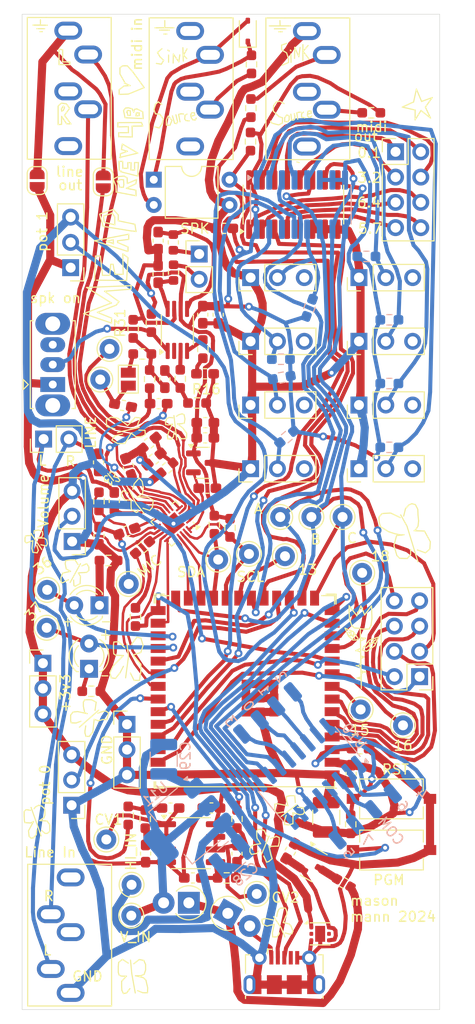
<source format=kicad_pcb>
(kicad_pcb (version 20240108) (generator "pcbnew") (generator_version "8.0")
  (layers (0 "F.Cu" signal) (31 "B.Cu" signal) (34 "B.Paste" user) (35 "F.Paste" user) (36 "B.SilkS" user "B.Silkscreen") (37 "F.SilkS" user "F.Silkscreen") (38 "B.Mask" user) (39 "F.Mask" user) (44 "Edge.Cuts" user))
  (net 0 "")
  (net 1 "Earth")
  (net 2 "+3V3")
  (net 3 "Net-(D1-A)")
  (net 4 "D-")
  (net 5 "D+")
  (net 6 "Net-(U3-EN)")
  (net 7 "Net-(C5-Pad1)")
  (net 8 "Net-(J20-Pin_1)")
  (net 9 "Net-(C6-Pad1)")
  (net 10 "Net-(U5A-+)")
  (net 11 "Net-(U5B-+)")
  (net 12 "Net-(JP2-B)")
  (net 13 "Net-(U8-MIC)")
  (net 14 "Net-(J24-Pin_2)")
  (net 15 "Net-(U8-LINEIN_R)")
  (net 16 "USB_PWR")
  (net 17 "Net-(U8-LINEIN_L)")
  (net 18 "Net-(U8-VAG)")
  (net 19 "R_OUT")
  (net 20 "Net-(U6-VO)")
  (net 21 "L_OUT")
  (net 22 "Net-(C18-Pad2)")
  (net 23 "Net-(U8-VDDA)")
  (net 24 "Net-(U8-LINEOUT_R)")
  (net 25 "Net-(U8-LINEOUT_L)")
  (net 26 "Net-(Q1-S)")
  (net 27 "Net-(U9-OUT+)")
  (net 28 "Net-(U9-OUT-)")
  (net 29 "Net-(J27-Pin_1)")
  (net 30 "Net-(J27-Pin_2)")
  (net 32 "Net-(J3-PadR)")
  (net 33 "Net-(J4-PadT)")
  (net 34 "Net-(C18-Pad1)")
  (net 35 "Net-(J21-Pin_1)")
  (net 36 "Net-(J4-PadR)")
  (net 37 "Net-(J5-Pin_1)")
  (net 38 "Net-(J6-Pin_1)")
  (net 39 "Net-(J16-Pin_2)")
  (net 40 "Net-(J16-Pin_5)")
  (net 41 "Net-(D1-K)")
  (net 42 "Net-(D2-A)")
  (net 43 "Net-(D2-K)")
  (net 44 "Net-(D3-A)")
  (net 45 "Net-(D3-K)")
  (net 46 "REG_IN")
  (net 47 "Net-(D5-A)")
  (net 48 "Net-(J16-Pin_4)")
  (net 49 "Net-(Q1-D)")
  (net 50 "Net-(J16-Pin_3)")
  (net 51 "A3")
  (net 52 "A5")
  (net 53 "A6")
  (net 54 "A7")
  (net 55 "A2")
  (net 56 "A0")
  (net 57 "A4")
  (net 58 "A1")
  (net 59 "MUX_A")
  (net 60 "MUX_B")
  (net 61 "Net-(J16-Pin_1)")
  (net 62 "Net-(J16-Pin_7)")
  (net 63 "Net-(J16-Pin_8)")
  (net 64 "Net-(J16-Pin_6)")
  (net 65 "Net-(J17-Pin_1)")
  (net 66 "Net-(J18-Pin_1)")
  (net 68 "Net-(U8-HP_R)")
  (net 69 "Net-(U8-HP_L)")
  (net 70 "Net-(JP1-A)")
  (net 71 "Net-(U3-GPIO0{slash}BOOT)")
  (net 72 "Net-(J24-Pin_1)")
  (net 73 "MUX_C")
  (net 74 "Net-(JP2-A)")
  (net 75 "Net-(U8-MIC_BIAS)")
  (net 76 "Net-(U8-SYS_MCLK)")
  (net 77 "Net-(SW11-B)")
  (net 78 "I2S_MCLK")
  (net 79 "Net-(U9-IN+)")
  (net 80 "Net-(J25-Pin_1)")
  (net 81 "Net-(U3-GPIO9{slash}TOUCH9{slash}ADC1_CH8{slash}FSPIHD{slash}SUBSPIHD)")
  (net 82 "Net-(U3-GPIO10{slash}TOUCH10{slash}ADC1_CH9{slash}FSPICS0{slash}FSPIIO4{slash}SUBSPICS0)")
  (net 83 "MIDI_O")
  (net 84 "D7")
  (net 85 "D6")
  (net 86 "D5")
  (net 87 "D4")
  (net 88 "D3")
  (net 89 "D0")
  (net 90 "D1")
  (net 91 "D2")
  (net 92 "MIDI_I")
  (net 93 "SDA")
  (net 94 "SCL")
  (net 95 "CV1")
  (net 96 "CV2")
  (net 97 "Net-(U3-GPIO17{slash}U1TXD{slash}ADC2_CH6)")
  (net 98 "I2S_D_TO_SGTL")
  (net 99 "I2S_SCLK")
  (net 100 "I2S_LRCLK")
  (net 101 "I2S_D_TO_ESP")
  (net 103 "A_MUX")
  (net 104 "DIP_MUX")
  (net 107 "Net-(J23-Pin_1)")
  (net 108 "Net-(J28-Pin_1)")
  (net 109 "Net-(J29-Pin_1)")
  (net 110 "Net-(J30-Pin_1)")
  (net 111 "Net-(J31-Pin_1)")
  (net 112 "Net-(J32-Pin_1)")
  (net 113 "Net-(J33-Pin_1)")
  (net 114 "Net-(J34-Pin_1)")
  (net 115 "Net-(J35-Pin_1)")
  (net 116 "Net-(J36-Pin_1)")
  (net 117 "Net-(C30-Pad2)")
  (net 118 "Net-(U9-IN-)")
  (footprint "MountingHole:MountingHole_3.5mm" (layer "F.Cu") (at 34.16 111.84)
    (property "Reference" "REF**" (hide yes))
    (property "Value" "MountingHole_3.5mm")
  )
  (footprint "MountingHole:MountingHole_3.5mm" (layer "F.Cu") (at 55.16 19.84)
    (property "Reference" "REF**" (hide yes))
    (property "Value" "MountingHole_3.5mm")
  )
  (footprint "MountingHole:MountingHole_3.5mm" (layer "F.Cu") (at 55.16 111.84)
    (property "Reference" "REF**" (hide yes))
    (property "Value" "MountingHole_3.5mm")
  )
  (footprint "Inductor_SMD:L_0603_1608Metric" (layer "F.Cu") (at 32.23674 61.416195 40)
    (property "Reference" "FB2" (hide yes))
    (property "Value" "600")
  )
  (footprint "Resistor_SMD:R_0603_1608Metric_Pad0.98x0.95mm_HandSolder" (layer "F.Cu") (at 36.99 67.13 90)
    (property "Reference" "R21" (hide yes))
    (property "Value" "2k2")
  )
  (footprint "Capacitor_SMD:C_0603_1608Metric_Pad1.08x0.95mm_HandSolder" (layer "F.Cu") (at 30.429286 58.924405 40)
    (property "Reference" "C19" (hide yes))
    (property "Value" "2u2")
  )
  (footprint "Capacitor_SMD:C_1210_3225Metric" (layer "F.Cu") (at 48.25 96.52 90)
    (property "Reference" "C20" (hide yes))
    (property "Value" "22u")
  )
  (footprint "Connector_Pin:Pin_D1.0mm_L10.0mm" (layer "F.Cu") (at 43.62 66.35)
    (property "Reference" "J10" (hide yes))
    (property "Value" "MUXA")
  )
  (footprint "Capacitor_SMD:C_0603_1608Metric_Pad1.08x0.95mm_HandSolder" (layer "F.Cu") (at 28.35 61.3 -70)
    (property "Reference" "C16" (hide yes))
    (property "Value" "0.15uF")
  )
  (footprint "Package_TO_SOT_SMD:SOT-23" (layer "F.Cu") (at 35.819999 60.91)
    (property "Reference" "U6" (hide yes))
    (property "Value" "~")
  )
  (footprint "mason_parts:SINGLE_DIP_SWITCH" (layer "F.Cu") (at 51.7 48.7 90)
    (property "Reference" "SW7" (hide yes))
    (property "Value" "SW_DIP_x01")
  )
  (footprint "Capacitor_SMD:C_0603_1608Metric_Pad1.08x0.95mm_HandSolder" (layer "F.Cu") (at 37.987497 37.350001)
    (property "Reference" "C3" (hide yes))
    (property "Value" "100n")
  )
  (footprint "Capacitor_SMD:C_0603_1608Metric_Pad1.08x0.95mm_HandSolder" (layer "F.Cu") (at 35.830002 46.022502 -90)
    (property "Reference" "C22" (hide yes))
    (property "Value" "10u")
  )
  (footprint "Connector_Pin:Pin_D1.0mm_L10.0mm" (layer "F.Cu") (at 25.52 52.54)
    (property "Reference" "J37" (hide yes))
    (property "Value" "R_LINE_OUT")
  )
  (footprint "Resistor_SMD:R_0603_1608Metric_Pad0.98x0.95mm_HandSolder" (layer "F.Cu") (at 24.62 83.86)
    (property "Reference" "R4" (hide yes))
    (property "Value" "330")
  )
  (footprint "Connector_Pin:Pin_D1.0mm_L10.0mm" (layer "F.Cu") (at 40.48 70.06)
    (property "Reference" "J19" (hide yes))
    (property "Value" "SCL")
  )
  (footprint "Connector_PinHeader_2.54mm:PinHeader_1x02_P2.54mm_Vertical" (layer "F.Cu") (at 35.47 39.93)
    (property "Reference" "J27" (hide yes))
    (property "Value" "SP_OUT")
  )
  (footprint "Resistor_SMD:R_0603_1608Metric_Pad0.98x0.95mm_HandSolder" (layer "F.Cu") (at 40.730001 20.875003 90)
    (property "Reference" "R10" (hide yes))
    (property "Value" "220")
  )
  (footprint "Package_TO_SOT_SMD:SOT-23" (layer "F.Cu") (at 46.999355 101.304302 -30)
    (property "Reference" "Q1" (hide yes))
    (property "Value" "DMG2301L")
  )
  (footprint "Package_SO:SOIC-8_3.9x4.9mm_P1.27mm" (layer "F.Cu") (at 34.64 99.12)
    (property "Reference" "U5" (hide yes))
    (property "Value" "MCP6002-xSN")
  )
  (footprint "Capacitor_SMD:C_0603_1608Metric_Pad1.08x0.95mm_HandSolder" (layer "F.Cu") (at 30.079998 100.164998 -90)
    (property "Reference" "C7" (hide yes))
    (property "Value" "100n")
  )
  (footprint "mason_parts:SINGLE_DIP_SWITCH" (layer "F.Cu") (at 40.8 48.7 90)
    (property "Reference" "SW1" (hide yes))
    (property "Value" "SW_DIP_x01")
  )
  (footprint "Resistor_SMD:R_0603_1608Metric_Pad0.98x0.95mm_HandSolder" (layer "F.Cu") (at 50.71 97.22 90)
    (property "Reference" "R5" (hide yes))
    (property "Value" "10k")
  )
  (footprint "Inductor_SMD:L_0603_1608Metric" (layer "F.Cu") (at 32.869998 38.762502 -90)
    (property "Reference" "FB3" (hide yes))
    (property "Value" "FerriteBead_Small")
  )
  (footprint "mason_parts:SINGLE_DIP_SWITCH" (layer "F.Cu") (at 40.8 55.1 90)
    (property "Reference" "SW2" (hide yes))
    (property "Value" "SW_DIP_x01")
  )
  (footprint "mason_parts:Jack_3.5mm_CUI_SJ1-3535NG_Horizontal_NO_FRONT" (layer "F.Cu") (at 46.3 17.53)
    (property "Reference" "J4" (hide yes))
    (property "Value" "MIDI_OUT_JACK" (hide yes))
  )
  (footprint "Capacitor_SMD:C_0603_1608Metric_Pad1.08x0.95mm_HandSolder" (layer "F.Cu") (at 39.269999 100.177499 90)
    (property "Reference" "C6" (hide yes))
    (property "Value" "100n")
  )
  (footprint "mason_parts:SINGLE_DIP_SWITCH" (layer "F.Cu") (at 51.7 55.1 90)
    (property "Reference" "SW6" (hide yes))
    (property "Value" "SW_DIP_x01")
  )
  (footprint "Connector_PinHeader_2.54mm:PinHeader_2x04_P2.54mm_Vertical" (layer "F.Cu") (at 55.22 29.66)
    (property "Reference" "J1" (hide yes))
    (property "Value" "A_MUX_IN")
  )
  (footprint "Resistor_SMD:R_0603_1608Metric_Pad0.98x0.95mm_HandSolder" (layer "F.Cu") (at 28.829999 47.447501 90)
    (property "Reference" "R31")
    (property "Value" "???")
  )
  (footprint "Connector_Pin:Pin_D1.0mm_L10.0mm" (layer "F.Cu") (at 51.86 71.96)
    (property "Reference" "J18" (hide yes))
    (property "Value" "GPIO_18")
  )
  (footprint "mason_parts:SINGLE_DIP_SWITCH" (layer "F.Cu") (at 40.8 42.3 90)
    (property "Reference" "SW4" (hide yes))
    (property "Value" "SW_DIP_x01")
  )
  (footprint "Connector_Pin:Pin_D1.0mm_L10.0mm" (layer "F.Cu") (at 44.1 70.29)
    (property "Reference" "J17" (hide yes))
    (property "Value" "GPIO13")
  )
  (footprint "mason_parts:Jack_3.5mm_CUI_SJ1-3535NG_Horizontal_NO_FRONT" (layer "F.Cu") (at 22.54 114.16 180)
    (property "Reference" "J39" (hide yes))
    (property "Value" "LINE_IN_JACK")
  )
  (footprint "Connector_Pin:Pin_D1.0mm_L10.0mm" (layer "F.Cu") (at 55.97 87.28)
    (property "Reference" "J6" (hide yes))
    (property "Value" "GPIO16")
  )
  (footprint "Connector_PinHeader_2.54mm:PinHeader_1x03_P2.54mm_Vertical" (layer "F.Cu") (at 22.69 68.81 180)
    (property "Reference" "RV3" (hide yes))
    (property "Value" "100k")
  )
  (footprint "Capacitor_SMD:C_0603_1608Metric_Pad1.08x0.95mm_HandSolder" (layer "F.Cu") (at 31.339999 38.582501 -90)
    (property "Reference" "C25" (hide yes))
    (property "Value" "220p")
  )
  (footprint "Connector_Pin:Pin_D1.0mm_L10.0mm" (layer "F.Cu") (at 28.67 103.3)
    (property "Reference" "J25" (hide yes))
    (property "Value" "VIN")
  )
  (footprint "Capacitor_SMD:C_0603_1608Metric_Pad1.08x0.95mm_HandSolder" (layer "F.Cu") (at 36.087497 56.870001)
    (property "Reference" "C11" (hide yes))
    (property "Value" "2u2")
  )
  (footprint "Connector_Pin:Pin_D1.0mm_L10.0mm" (layer "F.Cu") (at 46.755 66.35)
    (property "Reference" "J11" (hide yes))
    (property "Value" "MUXB")
  )
  (footprint "Connector_PinHeader_2.54mm:PinHeader_2x04_P2.54mm_Vertical" (layer "F.Cu") (at 57.64 82.39 180)
    (property "Reference" "J16" (hide yes))
    (property "Value" "TOUCH_IN")
  )
  (footprint "Resistor_SMD:R_0603_1608Metric_Pad0.98x0.95mm_HandSolder" (layer "F.Cu") (at 29.769015 69.413456 40)
    (property "Reference" "R25" (hide yes))
    (property "Value" "100")
  )
  (footprint "Package_SO:SOIC-16_3.9x9.9mm_P1.27mm" (layer "F.Cu") (at 44.944999 34.959998 90)
    (property "Reference" "U1" (hide yes))
    (property "Value" "4051")
  )
  (footprint "Capacitor_SMD:C_0603_1608Metric_Pad1.08x0.95mm_HandSolder" (layer "F.Cu") (at 37.380002 46.030004 -90)
    (property "Reference" "C26" (hide yes))
    (property "Value" "1u")
  )
  (footprint "Package_DIP:DIP-4_W7.62mm" (layer "F.Cu") (at 30.900001 32.46)
    (property "Reference" "U2" (hide yes))
    (property "Value" "PC817")
  )
  (footprint "Capacitor_SMD:C_0603_1608Metric_Pad1.08x0.95mm_HandSolder" (layer "F.Cu") (at 26.929999 64.747499 90)
    (property "Reference" "C14" (hide yes))
    (property "Value" "2u2")
  )
  (footprint "Resistor_SMD:R_0603_1608Metric_Pad0.98x0.95mm_HandSolder" (layer "F.Cu") (at 40.669999 25.267501 90)
    (property "Reference" "R2" (hide yes))
    (property "Value" "47")
  )
  (footprint "Connector_Pin:Pin_D1.0mm_L10.0mm" (layer "F.Cu") (at 28.64 106.4)
    (property "Reference" "J40" (hide yes))
    (property "Value" "REG_IN")
  )
  (footprint "Connector_Pin:Pin_D1.0mm_L10.0mm" (layer "F.Cu") (at 26.45 49.46)
    (property "Reference" "J38" (hide yes))
    (property "Value" "L_LINE_OUT")
  )
  (footprint "Connector_Pin:Pin_D1.0mm_L10.0mm" (layer "F.Cu") (at 20.18 73.67)
    (property "Reference" "J2" (hide yes))
    (property "Value" "GPIO36")
  )
  (footprint "Resistor_SMD:R_0603_1608Metric_Pad0.98x0.95mm_HandSolder" (layer "F.Cu") (at 52.78 25.74 180)
    (property "Reference" "R8" (hide yes))
    (property "Value" "47")
  )
  (footprint "Connector_Pin:Pin_D1.0mm_L10.0mm" (layer "F.Cu") (at 20.13 77.48)
    (property "Reference" "J9" (hide yes))
    (property "Value" "GPIO37")
  )
  (footprint "Capacitor_SMD:C_0603_1608Metric_Pad1.08x0.95mm_HandSolder" (layer "F.Cu") (at 51.6975 89.63)
    (property "Reference" "C1" (hide yes))
    (property "Value" "1u")
  )
  (footprint "Inductor_SMD:L_0603_1608Metric" (layer "F.Cu") (at 32.889998 41.795002 90)
    (property "Reference" "FB4" (hide yes))
    (property "Value" "FerriteBead_Small")
  )
  (footprint "Capacitor_SMD:C_0603_1608Metric_Pad1.08x0.95mm_HandSolder" (layer "F.Cu") (at 36.084998 58.400002)
    (property "Reference" "C12" (hide yes))
    (property "Value" "100n")
  )
  (footprint "Resistor_SMD:R_0603_1608Metric_Pad0.98x0.95mm_HandSolder" (layer "F.Cu") (at 26.3525 70.72)
    (property "Reference" "R1" (hide yes))
    (property "Value" "330")
  )
  (footprint "mason_parts:SINGLE_DIP_SWITCH" (layer "F.Cu") (at 40.8 61.5 90)
    (property "Reference" "SW3" (hide yes))
    (property "Value" "SW_DIP_x01")
  )
  (footprint "Connector_PinHeader_2.54mm:PinHeader_1x03_P2.54mm_Vertical" (layer "F.Cu") (at 19.75 81.04)
    (property "Reference" "J13" (hide yes))
    (property "Value" "+3v3 Conn")
  )
  (footprint "Resistor_SMD:R_0603_1608Metric_Pad0.98x0.95mm_HandSolder" (layer "F.Cu") (at 30.485 52.495001 90)
    (property "Reference" "R26" (hide yes))
    (property "Value" "1k")
  )
  (footprint "mason_parts:Jack_3.5mm_CUI_SJ1-3535NG_Horizontal_NO_FRONT" (layer "F.Cu") (at 22.3 17.485)
    (property "Reference" "J26" (hide yes))
    (property "Value" "LINE_OUT")
  )
  (footprint "Connector_Pin:Pin_D1.0mm_L10.0mm" (layer "F.Cu") (at 28.38 73.08 180)
    (property "Reference" "J23" (hide yes))
    (property "Value" "MIC_IN")
  )
  (footprint "PCM_Espressif:ESP32-S3-WROOM-1U" (layer "F.Cu") (at 40.089997 84.000002 180)
    (property "Reference" "U3" (hide yes))
    (property "Value" "ESP32-S3-WROOM-1")
  )
  (footprint "Package_SON:WSON-6-1EP_2x2mm_P0.65mm_EP1x1.6mm" (layer "F.Cu") (at 47.637503 108.229998)
    (property "Reference" "U7" (hide yes))
    (property "Value" "TLV75733PDRV")
  )
  (footprint "Package_DFN_QFN:QFN-20-1EP_3x3mm_P0.4mm_EP1.65x1.65mm" (layer "F.Cu") (at 32.886533 67.015122 -140)
    (property "Reference" "U8" (hide yes))
    (property "Value" "SGTL5000XNLA3")
  )
  (footprint "Connector_Pin:Pin_D1.0mm_L10.0mm" (layer "F.Cu") (at 51.71 85.69)
    (property "Reference" "J5" (hide yes))
    (property "Value" "GPIO15")
  )
  (footprint "Connector_Pin:Pin_D1.0mm_L10.0mm" (layer "F.Cu") (at 49.89 66.35)
    (property "Reference" "J12" (hide yes))
    (property "Value" "MUXC")
  )
  (footprint "Capacitor_SMD:C_0603_1608Metric_Pad1.08x0.95mm_HandSolder" (layer "F.Cu") (at 31.387499 54.960002 180)
    (property "Reference" "C24" (hide yes))
    (property "Value" "2u2")
  )
  (footprint "Jumper:SolderJumper-2_P1.3mm_Open_Pad1.0x1.5mm" (layer "F.Cu") (at 28.339999 52.499998 -90)
    (property "Reference" "JP1" (hide yes))
    (property "Value" "SP_MIX")
  )
  (footprint "Inductor_SMD:L_0603_1608Metric" (layer "F.Cu") (at 50.011995 103.11375 -30)
    (property "Reference" "FB1" (hide yes))
    (property "Value" "120")
  )
  (footprint "Resistor_SMD:R_0603_1608Metric_Pad0.98x0.95mm_HandSolder" (layer "F.Cu") (at 29.747501 49.969999)
    (property "Reference" "R27" (hide yes))
    (property "Value" "1k")
  )
  (footprint "Button_Switch_SMD:SW_Tactile_SPST_NO_Straight_CK_PTS636Sx25SMTRLFS" (layer "F.Cu") (at 54.81 94.67 180)
    (property "Reference" "SW9" (hide yes))
    (property "Value" "RST")
  )
  (footprint "Connector_PinHeader_2.54mm:PinHeader_1x03_P2.54mm_Vertical" (layer "F.Cu") (at 28.21 87.18)
    (property "Reference" "J14" (hide yes))
    (property "Value" "GND_Conn")
  )
  (footprint "Capacitor_SMD:C_0603_1608Metric_Pad1.08x0.95mm_HandSolder" (layer "F.Cu") (at 25.35 60.86 90)
    (property "Reference" "C13" (hide yes))
    (property "Value" "2u2")
  )
  (footprint "Jumper:SolderJumper-2_P1.3mm_Open_RoundedPad1.0x1.5mm" (layer "F.Cu") (at 19.17 32.55 90)
    (property "Reference" "JP3" (hide yes))
    (property "Value" "HP_GND")
  )
  (footprint "Resistor_SMD:R_0603_1608Metric_Pad0.98x0.95mm_HandSolder" (layer "F.Cu") (at 29.06 76.392497 -90)
    (property "Reference" "R22" (hide yes))
    (property "Value" "10k")
  )
  (footprint "Capacitor_SMD:C_0603_1608Metric_Pad1.08x0.95mm_HandSolder" (layer "F.Cu") (at 36.699998 95.584998 180)
    (property "Reference" "C4" (hide yes))
    (property "Value" "100n")
  )
  (footprint "Jumper:SolderJumper-2_P1.3mm_Open_RoundedPad1.0x1.5mm" (layer "F.Cu") (at 25.820001 32.679998 90)
    (property "Reference" "JP2" (hide yes))
    (property "Value" "HP_VGND")
  )
  (footprint "mason_parts:SINGLE_DIP_SWITCH" (layer "F.Cu") (at 51.7 61.5 90)
    (property "Reference" "SW5" (hide yes))
    (property "Value" "SW_DIP_x01")
  )
  (footprint "mason_parts:SINGLE_DIP_SWITCH" (layer "F.Cu") (at 51.7 42.3 90)
    (property "Reference" "SW8" (hide yes))
    (property "Value" "SW_DIP_x01")
  )
  (footprint "Resistor_SMD:R_0603_1608Metric_Pad0.98x0.95mm_HandSolder" (layer "F.Cu") (at 28.329999 96.342499 90)
    (property "Reference" "R17" (hide yes))
    (property "Value" "10k")
  )
  (footprint "Capacitor_SMD:C_0603_1608Metric_Pad1.08x0.95mm_HandSolder" (layer "F.Cu") (at 28.18 67.77 20)
    (property "Reference" "C10" (hide yes))
    (property "Value" "100n")
  )
  (footprint "Capacitor_SMD:C_0603_1608Metric_Pad1.08x0.95mm_HandSolder" (layer "F.Cu") (at 36.29 63.46)
    (property "Reference" "C17" (hide yes))
    (property "Value" "2u2")
  )
  (footprint "Capacitor_SMD:C_0603_1608Metric_Pad1.08x0.95mm_HandSolder" (layer "F.Cu") (at 50.749999 92.142501 -90)
    (property "Reference" "C2" (hide yes))
    (property "Value" "100n")
  )
  (footprint "Capacitor_SMD:C_0603_1608Metric_Pad1.08x0.95mm_HandSolder" (layer "F.Cu") (at 32.015 52.495001 90)
    (property "Reference" "C18" (hide yes))
    (property "Value" "1u")
  )
  (footprint "Capacitor_SMD:C_0603_1608Metric_Pad1.08x0.95mm_HandSolder" (layer "F.Cu") (at 27.81 55.14 170)
    (property "Reference" "C23" (hide yes))
    (property "Value" "2u2")
  )
  (footprint "Diode_SMD:D_SOD-323" (layer "F.Cu") (at 40.36 17.537501 90)
    (property "Reference" "D3" (hide yes))
    (property "Value" "1N4148")
  )
  (footprint "Button_Switch_THT:SW_Slide_SPDT_Straight_CK_OS102011MS2Q" (layer "F.Cu") (at 20.74 53.04 90)
    (property "Reference" "SW11" (hide yes))
    (property "Value" "SW_SPST")
  )
  (footprint "Capacitor_SMD:C_0603_1608Metric_Pad1.08x0.95mm_HandSolder" (layer "F.Cu") (at 44.64 99.91 60)
    (property "Reference" "C15" (hide yes))
    (property "Value" "220n")
  )
  (footprint "Diode_THT:D_DO-41_SOD81_P2.54mm_Vertical_AnodeUp" (layer "F.Cu") (at 38.350295 106.17 -30)
    (property "Reference" "D4" (hide yes))
    (property "Value" "1N5817")
  )
  (footprint "Connector_Pin:Pin_D1.0mm_L10.0mm" (layer "F.Cu") (at 41.26 104.22)
    (property "Reference" "J21" (hide yes))
    (property "Value" "CV2")
  )
  (footprint "Resistor_SMD:R_0603_1608Metric_Pad0.98x0.95mm_HandSolder" (layer "F.Cu") (at 30.66 46.862497 -90)
    (property "Reference" "R28" (hide yes))
    (property "Value" "10k")
  )
  (footprint "Connector_USB:USB_Micro-B_Molex-105017-0001" (layer "F.Cu") (at 44.029999 112.0945)
    (property "Reference" "J22" (hide yes))
    (property "Value" "USB_B_Micro")
  )
  (footprint "mason_parts:Jack_3.5mm_CUI_SJ1-3535NG_Horizontal_NO_FRONT" (layer "F.Cu") (at 34.56 17.52)
    (property "Reference" "J3" (hide yes))
    (property "Value" "MIDI_IN_JACK")
  )
  (footprint "Diode_THT:D_DO-41_SOD81_P2.54mm_Vertical_AnodeUp" (layer "F.Cu") (at 34.43 105.11 180)
    (property "Reference" "D5" (hide yes))
    (property "Value" "1N5817")
  )
  (footprint "Connector_PinHeader_2.54mm:PinHeader_1x02_P2.54mm_Vertical" (layer "F.Cu") (at 19.82 58.52 90)
    (property "Reference" "J24" (hide yes))
    (property "Value" "LINE_IN")
  )
  (footprint "Capacitor_SMD:C_0603_1608Metric_Pad1.08x0.95mm_HandSolder" (layer "F.Cu") (at 32.587498 95.594998)
    (property "Reference" "C5" (hide yes))
    (property "Value" "100n")
  )
  (footprint "Resistor_SMD:R_0603_1608Metric_Pad0.98x0.95mm_HandSolder" (layer "F.Cu") (at 38.237497 102.615 180)
    (property "Reference" "R20" (hide yes))
    (property "Value" "10k")
  )
  (footprint "Resistor_SMD:R_0603_1608Metric_Pad0.98x0.95mm_HandSolder" (layer "F.Cu") (at 39.269999 96.692499 -90)
    (property "Reference" "R18" (hide yes))
    (property "Value" "10k")
  )
  (footprint "Capacitor_SMD:C_0603_1608Metric_Pad1.08x0.95mm_HandSolder" (layer "F.Cu") (at 30.930714 60.525595 40)
    (property "Reference" "C21" (hide yes))
    (property "Value" "100n")
  )
  (footprint "Package_SO:MSOP-8_3x3mm_P0.65mm" (layer "F.Cu") (at 33.274999 47.5525 90)
    (property "Reference" "U9" (hide yes))
    (property "Value" "PAM8302AAD")
  )
  (footprint "Connector_PinHeader_2.54mm:PinHeader_1x03_P2.54mm_Vertical" (layer "F.Cu") (at 22.540003 41.299999 180)
    (property "Reference" "RV1" (hide yes))
    (property "Value" "100k")
  )
  (footprint "Capacitor_SMD:C_0603_1608Metric_Pad1.08x0.95mm_HandSolder" (layer "F.Cu") (at 25.389999 68.227497 90)
    (property "Reference" "C9" (hide yes))
    (property "Value" "2u2")
  )
  (footprint "Capacitor_SMD:C_0603_1608Metric_Pad1.08x0.95mm_HandSolder" (layer "F.Cu") (at 36.06 51.96 180)
    (property "Reference" "C30" (hide yes))
    (property "Value" "1u")
  )
  (footprint "Resistor_SMD:R_0603_1608Metric_Pad0.98x0.95mm_HandSolder" (layer "F.Cu") (at 35.840001 49.482499 90)
    (property "Reference" "R30" (hide yes))
    (property "Value" "100")
  )
  (footprint "LED_THT:LED_D3.0mm_Clear" (layer "F.Cu") (at 24.39 81.6 90)
    (property "Reference" "D2" (hide yes))
    (property "Value" "LED")
  )
  (footprint "Resistor_SMD:R_0603_1608Metric_Pad0.98x0.95mm_HandSolder" (layer "F.Cu") (at 40.63 28.63 -90)
    (property "Reference" "R15" (hide yes))
    (property "Value" "220")
  )
  (footprint "Resistor_SMD:R_0603_1608Metric_Pad0.98x0.95mm_HandSolder" (layer "F.Cu") (at 35.2575 54.9)
    (property "Reference" "R16")
    (property "Value" "???")
  )
  (footprint "Connector_PinHeader_2.54mm:PinHeader_1x03_P2.54mm_Vertical" (layer "F.Cu") (at 22.64 95.31 180)
    (property "Reference" "RV2" (hide yes))
    (property "Value" "100k")
  )
  (footprint "Connector_Pin:Pin_D1.0mm_L10.0mm" (layer "F.Cu") (at 37.38 70.63)
    (property "Reference" "J15" (hide yes))
    (property "Value" "SDA")
  )
  (footprint "Connector_Pin:Pin_D1.0mm_L10.0mm" (layer "F.Cu") (at 26.13 98.75)
    (property "Reference" "J20" (hide yes))
    (property "Value" "CV1")
  )
  (footprint "Resistor_SMD:R_0603_1608Metric_Pad0.98x0.95mm_HandSolder" (layer "F.Cu") (at 33.564999 52.47 90)
    (property "Reference" "R29" (hide yes))
    (property "Value" "100")
  )
  (footprint "Button_Switch_SMD:SW_Tactile_SPST_NO_Straight_CK_PTS636Sx25SMTRLFS" (layer "F.Cu") (at 54.815001 99.81)
    (property "Reference" "SW10" (hide yes))
    (property "Value" "BOOT")
  )
  (footprint "Resistor_SMD:R_0603_1608Metric_Pad0.98x0.95mm_HandSolder" (layer "F.Cu") (at 38.569999 67.437501 90)
    (property "Reference" "R23" (hide yes))
    (property "Value" "2k2")
  )
  (footprint "Capacitor_SMD:C_0603_1608Metric_Pad1.08x0.95mm_HandSolder" (layer "F.Cu") (at 31.339999 41.947503 90)
    (property "Reference" "C27" (hide yes))
    (property "Value" "220p")
  )
  (footprint "Resistor_SMD:R_0603_1608Metric_Pad0.98x0.95mm_HandSolder" (layer "F.Cu") (at 30.039999 96.702499 -90)
    (property "Reference" "R19" (hide yes))
    (property "Value" "10k")
  )
  (footprint "LED_THT:LED_D3.0mm_Clear" (layer "F.Cu") (at 25.44 75.22 180)
    (property "Reference" "D1" (hide yes))
    (property "Value" "LED")
  )
  (footprint "Capacitor_SMD:C_0603_1608Metric_Pad1.08x0.95mm_HandSolder" (layer "F.Cu") (at 34.829998 102.614998 180)
    (property "Reference" "C8" (hide yes))
    (property "Value" "100n")
  )
  (footprint "Resistor_SMD:R_0603_1608Metric_Pad0.98x0.95mm_HandSolder" (layer "F.Cu") (at 25.39 64.777503 -90)
    (property "Reference" "R24" (hide yes))
    (property "Value" "2k2")
  )
  (footprint "Capacitor_SMD:C_1210_3225Metric" (layer "B.Cu") (at 31.899999 90.685 -90)
    (property "Reference" "C29")
    (property "Value" "22u")
  )
  (footprint "Connector_Wire:SolderWirePad_1x01_SMD_1x2mm" (layer "B.Cu") (at 52.974795 95.764212 40)
    (property "Reference" "J28" (hide yes))
    (property "Value" "EM1_COM")
  )
  (footprint "Connector_Wire:SolderWirePad_1x01_SMD_1x2mm" (layer "B.Cu") (at 44.89 83.92 40)
    (property "Reference" "J31" (hide yes))
    (property "Value" "EM_X2")
  )
  (footprint "Connector_Wire:SolderWirePad_1x01_SMD_1x2mm" (layer "B.Cu") (at 54.947493 94.148085 -140)
    (property "Reference" "J35" (hide yes))
    (property "Value" "EM_X6")
  )
  (footprint "Resistor_SMD:R_0603_1608Metric_Pad0.98x0.95mm_HandSolder" (layer "B.Cu") (at 52.29 40.17)
    (property "Reference" "R3" (hide yes))
    (property "Value" "100k")
  )
  (footprint "Connector_Wire:SolderWirePad_1x01_SMD_1x2mm" (layer "B.Cu") (at 51.174592 97.274764 -140)
    (property "Reference" "J36" (hide yes))
    (property "Value" "EM_X7")
  )
  (footprint "Resistor_SMD:R_0603_1608Metric_Pad0.98x0.95mm_HandSolder" (layer "B.Cu") (at 43.692499 50.5 180)
    (property "Reference" "R14" (hide yes))
    (property "Value" "100k")
  )
  (footprint "Connector_Wire:SolderWirePad_1x01_SMD_1x2mm" (layer "B.Cu") (at 56.70966 92.747777 -140)
    (property "Reference" "J33" (hide yes))
    (property "Value" "EM_X4")
  )
  (footprint "Resistor_SMD:R_0603_1608Metric_Pad0.98x0.95mm_HandSolder" (layer "B.Cu") (at 43.771364 52.338454 -170)
    (property "Reference" "R13" (hide yes))
    (property "Value" "100k")
  )
  (footprint "Resistor_SMD:R_0603_1608Metric_Pad0.98x0.95mm_HandSolder" (layer "B.Cu") (at 54.602498 46.539999)
    (property "Reference" "R6" (hide yes))
    (property "Value" "100k")
  )
  (footprint "Connector_Wire:SolderWirePad_1x01_SMD_1x2mm" (layer "B.Cu") (at 39.799501 88.152273 40)
    (property "Reference" "J32" (hide yes))
    (property "Value" "EM_X3")
  )
  (footprint "Resistor_SMD:R_0603_1608Metric_Pad0.98x0.95mm_HandSolder" (layer "B.Cu") (at 44.280985 58.316544 -140)
    (property "Reference" "R12" (hide yes))
    (property "Value" "100k")
  )
  (footprint "Resistor_SMD:R_0603_1608Metric_Pad0.98x0.95mm_HandSolder" (layer "B.Cu") (at 54.597502 52.940001)
    (property "Reference" "R7" (hide yes))
    (property "Value" "100k")
  )
  (footprint "Connector_Wire:SolderWirePad_1x01_SMD_1x2mm" (layer "B.Cu") (at 49.382047 98.778886 -140)
    (property "Reference" "J34" (hide yes))
    (property "Value" "EM_X5")
  )
  (footprint "Package_SO:SOIC-16_3.9x9.9mm_P1.27mm" (layer "B.Cu") (at 45.695 34.96 -90)
    (property "Reference" "U4" (hide yes))
    (property "Value" "4051")
  )
  (footprint "Resistor_SMD:R_0603_1608Metric_Pad0.98x0.95mm_HandSolder" (layer "B.Cu") (at 54.597502 59.350001)
    (property "Reference" "R9" (hide yes))
    (property "Value" "100k")
  )
  (footprint "Connector_Wire:SolderWirePad_1x01_SMD_1x2mm" (layer "B.Cu") (at 41.556474 86.730215 -140)
    (property "Reference" "J29" (hide yes))
    (property "Value" "EM_X0")
  )
  (footprint "Package_TO_SOT_SMD:SOT-223-3_TabPin2" (layer "B.Cu") (at 34.045372 97.376684 -140)
    (property "Reference" "U11")
    (property "Value" "TLV1117-50")
  )
  (footprint "Package_SO:SOIC-16_3.9x9.9mm_P1.27mm" (layer "B.Cu") (at 46.525479 92.161993 130)
    (property "Reference" "U10")
    (property "Value" "4051")
  )
  (footprint "Capacitor_SMD:C_1210_3225Metric" (layer "B.Cu") (at 38.719915 100.451888 -140)
    (property "Reference" "C28")
    (property "Value" "22u")
  )
  (footprint "Connector_Wire:SolderWirePad_1x01_SMD_1x2mm" (layer "B.Cu") (at 43.211129 85.341793 -140)
    (property "Reference" "J30" (hide yes))
    (property "Value" "EM_X1")
  )
  (footprint "Resistor_SMD:R_0603_1608Metric_Pad0.98x0.95mm_HandSolder" (layer "B.Cu") (at 46.557906 45.337468 70)
    (property "Reference" "R11" (hide yes))
    (property "Value" "100k")
  )
  (gr_line (start 26.36 86.03) (end 26.18 86.7) (stroke (width 0.12)) (layer "F.SilkS"))
  (gr_line (start 45.91 96.21) (end 45.59 96.26) (stroke (width 0.12)) (layer "F.SilkS"))
  (gr_line (start 42.8 100.68) (end 42.49 100.95) (stroke (width 0.12)) (layer "F.SilkS"))
  (gr_line (start 25.251238 45.788008) (end 27.131237 45.05801) (stroke (width 0.12)) (layer "F.SilkS"))
  (gr_line (start 29.43 25.74) (end 29.43 26.03) (stroke (width 0.12)) (layer "F.SilkS"))
  (gr_line (start 20.45 97.92) (end 20.19 98.14) (stroke (width 0.12)) (layer "F.SilkS"))
  (gr_line (start 27.3 62.41) (end 27.5 62.66) (stroke (width 0.12)) (layer "F.SilkS"))
  (gr_line (start 43.27 106.5) (end 43.33 106.13) (stroke (width 0.12)) (layer "F.SilkS"))
  (gr_line (start 56.86 65.01) (end 57.22 65.11) (stroke (width 0.12)) (layer "F.SilkS"))
  (gr_line (start 29.101238 32.868008) (end 28.141237 33.328008) (stroke (width 0.12)) (layer "F.SilkS"))
  (gr_line (start 27.69 113.9) (end 27.85 114.23) (stroke (width 0.12)) (layer "F.SilkS"))
  (gr_line (start 45.96 25.67) (end 45.77 25.83) (stroke (width 0.12)) (layer "F.SilkS"))
  (gr_line (start 26.811237 38.488008) (end 26.121238 38.668009) (stroke (width 0.12)) (layer "F.SilkS"))
  (gr_line (start 23.98 87.84) (end 24.06 87.34) (stroke (width 0.12)) (layer "F.SilkS"))
  (gr_line (start 44.26 25.97) (end 44.07 26.24) (stroke (width 0.12)) (layer "F.SilkS"))
  (gr_line (start 26.63 82.51) (end 27.05 82.57) (stroke (width 0.12)) (layer "F.SilkS"))
  (gr_line (start 57.54 66.74) (end 57.48 67.27) (stroke (width 0.12)) (layer "F.SilkS"))
  (gr_line (start 50.73 78.09) (end 50.73 77.87) (stroke (width 0.12)) (layer "F.SilkS"))
  (gr_line (start 27.621238 31.598009) (end 27.421238 31.53801) (stroke (width 0.12)) (layer "F.SilkS"))
  (gr_line (start 31.9 20.47) (end 31.66 20.86) (stroke (width 0.12)) (layer "F.SilkS"))
  (gr_line (start 21.74 19.42) (end 21.39 19.35) (stroke (width 0.12)) (layer "F.SilkS"))
  (gr_line (start 29.94 23.21) (end 28.35 23.86) (stroke (width 0.12)) (layer "F.SilkS"))
  (gr_line (start 41.29 98.62) (end 41.53 98.99) (stroke (width 0.12)) (layer "F.SilkS"))
  (gr_line (start 51.98 81.93) (end 51.82 82.06) (stroke (width 0.12)) (layer "F.SilkS"))
  (gr_line (start 19.97 98.14) (end 19.63 97.85) (stroke (width 0.12)) (layer "F.SilkS"))
  (gr_line (start 57.78 25.51) (end 57.19 26.45) (stroke (width 0.12)) (layer "F.SilkS"))
  (gr_line (start 57.22 65.11) (end 57.46 65.58) (stroke (width 0.12)) (layer "F.SilkS"))
  (gr_line (start 27.86 25.51) (end 28.01 26.23) (stroke (width 0.12)) (layer "F.SilkS"))
  (gr_line (start 43.33 106.13) (end 43.47 105.79) (stroke (width 0.12)) (layer "F.SilkS"))
  (gr_line (start 42.21 106.69) (end 41.8 106.76) (stroke (width 0.12)) (layer "F.SilkS"))
  (gr_line (start 35.09 26.46) (end 35.17 26.27) (stroke (width 0.12)) (layer "F.SilkS"))
  (gr_line (start 52.21 78.53) (end 51.96 78.53) (stroke (width 0.12)) (layer "F.SilkS"))
  (gr_line (start 34.05 25.98) (end 34.01 26.37) (stroke (width 0.12)) (layer "F.SilkS"))
  (gr_line (start 21.65 25.58) (end 21.81 25.49) (stroke (width 0.12)) (layer "F.SilkS"))
  (gr_line (start 45.77 25.83) (end 45.77 26.18) (stroke (width 0.12)) (layer "F.SilkS"))
  (gr_line (start 28.54 25.54) (end 28.34 25.5) (stroke (width 0.12)) (layer "F.SilkS"))
  (gr_line (start 44.69 107.41) (end 44.9 107.95) (stroke (width 0.12)) (layer "F.SilkS"))
  (gr_line (start 33.65 25.84) (end 33.89 25.86) (stroke (width 0.12)) (layer "F.SilkS"))
  (gr_line (start 51.78 83.57) (end 51.67 77.54) (stroke (width 0.12)) (layer "F.SilkS"))
  (gr_line (start 26.49 82) (end 26.63 82.51) (stroke (width 0.12)) (layer "F.SilkS"))
  (gr_line (start 33.42 20.62) (end 33.52 19.92) (stroke (width 0.12)) (layer "F.SilkS"))
  (gr_line (start 44.64 19.5) (end 44.65 19.44) (stroke (width 0.12)) (layer "F.SilkS"))
  (gr_line (start 27.67 113) (end 27.67 113.54) (stroke (width 0.12)) (layer "F.SilkS"))
  (gr_line (start 30.11 112.88) (end 30.29 113.65) (stroke (width 0.12)) (layer "F.SilkS"))
  (gr_line (start 43.76 18.94) (end 43.76 19.41) (stroke (width 0.12)) (layer "F.SilkS"))
  (gr_line (start 29.56 56.39) (end 29.03 56.34) (stroke (width 0.12)) (layer "F.SilkS"))
  (gr_line (start 26.67 63) (end 26.66 62.8) (stroke (width 0.12)) (layer "F.SilkS"))
  (gr_line (start 43.52 98.56) (end 43.52 99.03) (stroke (width 0.12)) (layer "F.SilkS"))
  (gr_line (start 19.68 96.66) (end 19.43 96.85) (stroke (width 0.12)) (layer "F.SilkS"))
  (gr_line (start 32.68 58.52) (end 32.88 58.28) (stroke (width 0.12)) (layer "F.SilkS"))
  (gr_line (start 23.08 87.05) (end 23.57 86.87) (stroke (width 0.12)) (layer "F.SilkS"))
  (gr_line (start 51.76 80.58) (end 51.92 80.48) (stroke (width 0.12)) (layer "F.SilkS"))
  (gr_line (start 27.51 82) (end 27.85 81.35) (stroke (width 0.12)) (layer "F.SilkS"))
  (gr_line (start 44.4 95.36) (end 43.35 95.16) (stroke (width 0.12)) (layer "F.SilkS"))
  (gr_line (start 28.88 25.68) (end 28.72 25.34) (stroke (width 0.12)) (layer "F.SilkS"))
  (gr_line (start 29.6 81.91) (end 29.46 82.76) (stroke (width 0.12)) (layer "F.SilkS"))
  (gr_line (start 18.73 68.73) (end 18.65 69.51) (stroke (width 0.12)) (layer "F.SilkS"))
  (gr_line (start 32.01 16.48) (end 32.01 17.2) (stroke (width 0.12)) (layer "F.SilkS"))
  (gr_line (start 29.67 26.72) (end 29.79 27.07) (stroke (width 0.12)) (layer "F.SilkS"))
  (gr_line (start 23.28 71.12) (end 22.98 70.66) (stroke (width 0.12)) (layer "F.SilkS"))
  (gr_line (start 33.4 25.9) (end 33.54 26.65) (stroke (width 0.12)) (layer "F.SilkS"))
  (gr_line (start 31.03 17.2) (end 32.92 17.2) (stroke (width 0.12)) (layer "F.SilkS"))
  (gr_line (start 43.64 105.64) (end 43.84 105.64) (stroke (width 0.12)) (layer "F.SilkS"))
  (gr_line (start 27.67 113.54) (end 27.69 113.9) (stroke (width 0.12)) (layer "F.SilkS"))
  (gr_line (start 44.24 94.44) (end 44.24 94.82) (stroke (width 0.12)) (layer "F.SilkS"))
  (gr_line (start 44.65 19.44) (end 44.71 19.5) (stroke (width 0.12)) (layer "F.SilkS"))
  (gr_line (start 51.92 80.48) (end 52.07 80.41) (stroke (width 0.12)) (layer "F.SilkS"))
  (gr_line (start 22.46 20.9) (end 22.46 20.64) (stroke (width 0.12)) (layer "F.SilkS"))
  (gr_line (start 27.571236 32.448009) (end 27.221239 32.598009) (stroke (width 0.12)) (layer "F.SilkS"))
  (gr_line (start 51.94 80.37) (end 51.76 80.33) (stroke (width 0.12)) (layer "F.SilkS"))
  (gr_line (start 32.85 20.74) (end 32.87 19.84) (stroke (width 0.12)) (layer "F.SilkS"))
  (gr_line (start 44.69 19.85) (end 44.71 20.67) (stroke (width 0.12)) (layer "F.SilkS"))
  (gr_line (start 33.3 26.65) (end 33.13 25.94) (stroke (width 0.12)) (layer "F.SilkS"))
  (gr_line (start 28.74 28.17) (end 27.45 28.14) (stroke (width 0.12)) (layer "F.SilkS"))
  (gr_line (start 44.55 108.26) (end 44.14 108.14) (stroke (width 0.12)) (layer "F.SilkS"))
  (gr_line (start 29.18 22.16) (end 29.94 23.21) (stroke (width 0.12)) (layer "F.SilkS"))
  (gr_line (start 50.85 78.22) (end 50.59 78.28) (stroke (width 0.12)) (layer "F.SilkS"))
  (gr_line (start 56.22 65.51) (end 56.56 65.14) (stroke (width 0.12)) (layer "F.SilkS"))
  (gr_line (start 51.94 79.55) (end 52.58 78.73) (stroke (width 0.12)) (layer "F.SilkS"))
  (gr_line (start 43.48 17.6) (end 43.82 17.6) (stroke (width 0.12)) (layer "F.SilkS"))
  (gr_line (start 27.771238 30.618008) (end 27.791239 31.318007) (stroke (width 0.12)) (layer "F.SilkS"))
  (gr_line (start 43.5 108.26) (end 43.51 108.12) (stroke (width 0.12)) (layer "F.SilkS"))
  (gr_line (start 29.73 62.77) (end 29.86 63.43) (stroke (width 0.12)) (layer "F.SilkS"))
  (gr_line (start 21.81 25.49) (end 21.92 25.23) (stroke (width 0.12)) (layer "F.SilkS"))
  (gr_line (start 23.31 71.96) (end 23.53 72.32) (stroke (width 0.12)) (layer "F.SilkS"))
  (gr_line (start 51.65 79.9) (end 51.37 79.78) (stroke (width 0.12)) (layer "F.SilkS"))
  (gr_line (start 31.5 25.87) (end 31.87 26.37) (stroke (width 0.12)) (layer "F.SilkS"))
  (gr_line (start 27.321238 32.148009) (end 27.921238 32.098007) (stroke (width 0.12)) (layer "F.SilkS"))
  (gr_line (start 42.67 98.65) (end 43.24 98.44) (stroke (width 0.12)) (layer "F.SilkS"))
  (gr_line (start 45.59 96.26) (end 44.9 96.06) (stroke (width 0.12)) (layer "F.SilkS"))
  (gr_line (start 28.291238 30.748009) (end 28.621235 30.748009) (stroke (width 0.12)) (layer "F.SilkS"))
  (gr_line (start 52.17 77.62) (end 51.7 77.58) (stroke (width 0.12)) (layer "F.SilkS"))
  (gr_line (start 45.06 20.28) (end 45.08 19.16) (stroke (width 0.12)) (layer "F.SilkS"))
  (gr_line (start 28.15 112.48) (end 27.67 113) (stroke (width 0.12)) (layer "F.SilkS"))
  (gr_line (start 21.37 20.9) (end 22.46 20.9) (stroke (width 0.12)) (layer "F.SilkS"))
  (gr_line (start 19.93 17.29) (end 19.14 17.29) (stroke (width 0.12)) (layer "F.SilkS"))
  (gr_line (start 32.31 19.45) (end 32.46 19.53) (stroke (width 0.12)) (layer "F.SilkS"))
  (gr_line (start 26.85 62.69) (end 26.28 61.99) (stroke (width 0.12)) (layer "F.SilkS"))
  (gr_line (start 18.06 95.75) (end 17.86 95.94) (stroke (width 0.12)) (layer "F.SilkS"))
  (gr_line (start 20.12 68.64) (end 20.2 69.02) (stroke (width 0.12)) (layer "F.SilkS"))
  (gr_line (start 28.63 57.92) (end 27.99 58.97) (stroke (width 0.12)) (layer "F.SilkS"))
  (gr_line (start 22.1 71.57) (end 22.53 71.81) (stroke (width 0.12)) (layer "F.SilkS"))
  (gr_line (start 29.23 64.34) (end 30.26 64.34) (stroke (width 0.12)) (layer "F.SilkS"))
  (gr_line (start 21.92 25.23) (end 21.85 25.08) (stroke (width 0.12)) (layer "F.SilkS"))
  (gr_line (start 51.57 82.47) (end 51.35 82.53) (stroke (width 0.12)) (layer "F.SilkS"))
  (gr_line (start 46.36 26.02) (end 46.48 26.2) (stroke (width 0.12)) (layer "F.SilkS"))
  (gr_line (start 27.5 62.66) (end 27.38 62.8) (stroke (width 0.12)) (layer "F.SilkS"))
  (gr_line (start 53.54 78.4) (end 53.11 79.3) (stroke (width 0.12)) (layer "F.SilkS"))
  (gr_line (start 52.27 79.49) (end 52.78 79.06) (stroke (width 0.12)) (layer "F.SilkS"))
  (gr_line (start 43.51 26.13) (end 43.85 26.24) (stroke (width 0.12)) (layer "F.SilkS"))
  (gr_line (start 57.09 67.73) (end 58.13 67.76) (stroke (width 0.12)) (layer "F.SilkS"))
  (gr_line (start 19.33 95.31) (end 19.65 95.4) (stroke (width 0.12)) (layer "F.SilkS"))
  (gr_line (start 58.91 24.21) (end 58.22 25.17) (stroke (width 0.12)) (layer "F.SilkS"))
  (gr_line (start 45.35 95.52) (end 45.93 95.56) (stroke (width 0.12)) (layer "F.SilkS"))
  (gr_line (start 19.65 95.4) (end 19.94 95.7) (stroke (width 0.12)) (layer "F.SilkS"))
  (gr_line (start 45.51 25.68) (end 45.71 25.68) (stroke (width 0.12)) (layer "F.SilkS"))
  (gr_line (start 43.24 98.44) (end 43.52 98.56) (stroke (width 0.12)) (layer "F.SilkS"))
  (gr_line (start 25.811236 37.148008) (end 28.681237 37.618011) (stroke (width 0.12)) (layer "F.SilkS"))
  (gr_line (start 27.791236 39.918009) (end 27.821237 41.96801) (stroke (width 0.12)) (layer "F.SilkS"))
  (gr_line (start 56.56 65.14) (end 56.86 65.01) (stroke (width 0.12)) (layer "F.SilkS"))
  (gr_line (start 25.95 62.28) (end 25.94 62.46) (stroke (width 0.12)) (layer "F.SilkS"))
  (gr_line (start 17.95 68.82) (end 18.09 68.96) (stroke (width 0.12)) (layer "F.SilkS"))
  (gr_line (start 25.75 86.7) (end 25.34 86.83) (stroke (width 0.12)) (layer "F.SilkS"))
  (gr_line (start 42.96 25.01) (end 42.92 25.57) (stroke (width 0.12)) (layer "F.SilkS"))
  (gr_line (start 17.86 96.4) (end 17.89 96.9) (stroke (width 0.12)) (layer "F.SilkS"))
  (gr_line (start 22.54 86.81) (end 22.6 87.03) (stroke (width 0.12)) (layer "F.SilkS"))
  (gr_line (start 29.76 64.05) (end 29.23 64.34) (stroke (width 0.12)) (layer "F.SilkS"))
  (gr_line (start 21.57 72.42) (end 21.57 72.89) (stroke (width 0.12)) (layer "F.SilkS"))
  (gr_line (start 24.78 87.94) (end 24.41 88.39) (stroke (width 0.12)) (layer "F.SilkS"))
  (gr_line (start 42.87 108.54) (end 43.29 108.54) (stroke (width 0.12)) (layer "F.SilkS"))
  (gr_line (start 26.8 81.32) (end 26.49 82) (stroke (width 0.12)) (layer "F.SilkS"))
  (gr_line (start 25.951236 43.668011) (end 28.621238 43.458009) (stroke (width 0.12)) (layer "F.SilkS"))
  (gr_line (start 40.73 100.25) (end 41.3 100.14) (stroke (width 0.12)) (layer "F.SilkS"))
  (gr_line (start 28.601238 31.488009) (end 28.971237 31.498008) (stroke (width 0.12)) (layer "F.SilkS"))
  (gr_line (start 45.52 30.74) (end 45.3 30.67) (stroke (width 0.12)) (layer "F.SilkS"))
  (gr_line (start 27.921238 32.098007) (end 28.221236 32.27801) (stroke (width 0.12)) (layer "F.SilkS"))
  (gr_line (start 26.35 62.89) (end 26.48 63.12) (stroke (width 0.12)) (layer "F.SilkS"))
  (gr_line (start 27.75 110.79) (end 27.37 111.1) (stroke (width 0.12)) (layer "F.SilkS"))
  (gr_line (start 54.73 65.95) (end 53.87 66) (stroke (width 0.12)) (layer "F.SilkS"))
  (gr_line (start 25.841238 36.118007) (end 26.631235 35.85801) (stroke (width 0.12)) (layer "F.SilkS"))
  (gr_line (start 51.74 81.81) (end 52.07 81.89) (stroke (width 0.12)) (layer "F.SilkS"))
  (gr_line (start 34.85 26.46) (end 35.09 26.46) (stroke (width 0.12)) (layer "F.SilkS"))
  (gr_line (start 33.18 56.24) (end 33.41 56.08) (stroke (width 0.12)) (layer "F.SilkS"))
  (gr_line (start 27.96 79.45) (end 27.36 78.88) (stroke (width 0.12)) (layer "F.SilkS"))
  (gr_line (start 27.401236 44.708008) (end 25.951236 43.668011) (stroke (width 0.12)) (layer "F.SilkS"))
  (gr_line (start 44.6 94.35) (end 44.24 94.44) (stroke (width 0.12)) (layer "F.SilkS"))
  (gr_line (start 23.86 45.92) (end 26.66 46.87) (stroke (width 0.12)) (layer "F.SilkS"))
  (gr_line (start 25.151238 42.558007) (end 28.171235 42.588009) (stroke (width 0.12)) (layer "F.SilkS"))
  (gr_line (start 52.07 80.41) (end 51.94 80.37) (stroke (width 0.12)) (layer "F.SilkS"))
  (gr_line (start 51.61 82.59) (end 51.7 82.63) (stroke (width 0.12)) (layer "F.SilkS"))
  (gr_line (start 42.82 26.79) (end 42.64 26.58) (stroke (width 0.12)) (layer "F.SilkS"))
  (gr_line (start 22.57 26.86) (end 21.92 25.99) (stroke (width 0.12)) (layer "F.SilkS"))
  (gr_line (start 22.05 70.73) (end 21.99 71.04) (stroke (width 0.12)) (layer "F.SilkS"))
  (gr_line (start 20.44 97.27) (end 20.45 97.92) (stroke (width 0.12)) (layer "F.SilkS"))
  (gr_line (start 51.45 78.55) (end 50.96 77.87) (stroke (width 0.12)) (layer "F.SilkS"))
  (gr_line (start 29.94 112.29) (end 29.61 112.44) (stroke (width 0.12)) (layer "F.SilkS"))
  (gr_line (start 28.3 26.01) (end 28.55 26) (stroke (width 0.12)) (layer "F.SilkS"))
  (gr_line (start 40.57 99.64) (end 40.57 99.99) (stroke (width 0.12)) (layer "F.SilkS"))
  (gr_line (start 26.471236 42.06801) (end 25.741237 42.068009) (stroke (width 0.12)) (layer "F.SilkS"))
  (gr_line (start 51.96 78.53) (end 51.76 78.5) (stroke (width 0.12)) (layer "F.SilkS"))
  (gr_line (start 51.9 79.72) (end 52 79.37) (stroke (width 0.12)) (layer "F.SilkS"))
  (gr_line (start 21.61 25.36) (end 21.65 25.58) (stroke (width 0.12)) (layer "F.SilkS"))
  (gr_line (start 21.61 24.77) (end 21.31 25.03) (stroke (width 0.12)) (layer "F.SilkS"))
  (gr_line (start 53.56 66.35) (end 53.56 66.8) (stroke (width 0.12)) (layer "F.SilkS"))
  (gr_line (start 44.2 105.76) (end 44.29 106.03) (stroke (width 0.12)) (layer "F.SilkS"))
  (gr_line (start 26.981239 36.208007) (end 26.981237 36.99801) (stroke (width 0.12)) (layer "F.SilkS"))
  (gr_line (start 19.95 95.96) (end 19.95 96.32) (stroke (width 0.12)) (layer "F.SilkS"))
  (gr_line (start 21.63 26.9) (end 21.63 26.1) (stroke (width 0.12)) (layer "F.SilkS"))
  (gr_line (start 57.32 23.36) (end 57.84 24.6) (stroke (width 0.12)) (layer "F.SilkS"))
  (gr_line (start 32.09 56.83) (end 32.09 57.05) (stroke (width 0.12)) (layer "F.SilkS"))
  (gr_line (start 19.5 16.93) (end 18.76 16.93) (stroke (width 0.12)) (layer "F.SilkS"))
  (gr_line (start 50.14 77.52) (end 50.5 78.32) (stroke (width 0.12)) (layer "F.SilkS"))
  (gr_line (start 51.47 81.28) (end 51.67 81.17) (stroke (width 0.12)) (layer "F.SilkS"))
  (gr_line (start 29.84 26.32) (end 29.79 25.64) (stroke (width 0.12)) (layer "F.SilkS"))
  (gr_line (start 28.77 21.6) (end 29.18 22.16) (stroke (width 0.12)) (layer "F.SilkS"))
  (gr_line (start 33.85 19.9) (end 34.22 20.29) (stroke (width 0.12)) (layer "F.SilkS"))
  (gr_line (start 50.55 75.9) (end 50.55 75.26) (stroke (width 0.12)) (layer "F.SilkS"))
  (gr_line (start 44.47 20.35) (end 44.45 20.69) (stroke (width 0.12)) (layer "F.SilkS"))
  (gr_line (start 25.741237 42.068009) (end 25.531235 40.12801) (stroke (width 0.12)) (layer "F.SilkS"))
  (gr_line (start 23.82 85.37) (end 23.96 86.03) (stroke (width 0.12)) (layer "F.SilkS"))
  (gr_line (start 34.64 26.1) (end 35.02 25.98) (stroke (width 0.12)) (layer "F.SilkS"))
  (gr_line (start 22.98 70.66) (end 22.53 70.66) (stroke (width 0.12)) (layer "F.SilkS"))
  (gr_line (start 26.991234 41.968008) (end 26.811237 40.958008) (stroke (width 0.12)) (layer "F.SilkS"))
  (gr_line (start 44.18 106.47) (end 43.92 107.1) (stroke (width 0.12)) (layer "F.SilkS"))
  (gr_line (start 26.641236 44.848006) (end 23.831235 45.928009) (stroke (width 0.12)) (layer "F.SilkS"))
  (gr_line (start 24.14 71.92) (end 23.31 71.96) (stroke (width 0.12)) (layer "F.SilkS"))
  (gr_line (start 18.52 97.09) (end 18.8 96.95) (stroke (width 0.12)) (layer "F.SilkS"))
  (gr_line (start 41.3 100.14) (end 41.43 99.9) (stroke (width 0.12)) (layer "F.SilkS"))
  (gr_line (start 41.92 107.28) (end 42.29 107.45) (stroke (width 0.12)) (layer "F.SilkS"))
  (gr_line (start 51.26 81.28) (end 51.47 81.28) (stroke (width 0.12)) (layer "F.SilkS"))
  (gr_line (start 43.76 19.41) (end 44.26 19.72) (stroke (width 0.12)) (layer "F.SilkS"))
  (gr_line (start 29.43 26.03) (end 29.11 26.06) (stroke (width 0.12)) (layer "F.SilkS"))
  (gr_line (start 27.331237 36.008007) (end 26.831238 35.448009) (stroke (width 0.12)) (layer "F.SilkS"))
  (gr_line (start 27.33 112.1) (end 27.41 112.36) (stroke (width 0.12)) (layer "F.SilkS"))
  (gr_line (start 31.7 24.9) (end 31.35 24.64) (stroke (width 0.12)) (layer "F.SilkS"))
  (gr_line (start 27.37 27.74) (end 28.35 27.74) (stroke (width 0.12)) (layer "F.SilkS"))
  (gr_line (start 28.8 63.58) (end 28.93 63.01) (stroke (width 0.12)) (layer "F.SilkS"))
  (gr_line (start 25.28 86.07) (end 25.71 85.9) (stroke (width 0.12)) (layer "F.SilkS"))
  (gr_line (start 51.7 81.48) (end 51.45 81.32) (stroke (width 0.12)) (layer "F.SilkS"))
  (gr_line (start 51.45 79.67) (end 51.61 79.59) (stroke (width 0.12)) (layer "F.SilkS"))
  (gr_line (start 27.42 23.42) (end 27.92 23.04) (stroke (width 0.12)) (layer "F.SilkS"))
  (gr_line (start 19.32 67.66) (end 19.69 67.8) (stroke (width 0.12)) (layer "F.SilkS"))
  (gr_line (start 50.96 77.87) (end 50.14 77.52) (stroke (width 0.12)) (layer "F.SilkS"))
  (gr_line (start 34.96 25.73) (end 34.74 25.73) (stroke (width 0.12)) (layer "F.SilkS"))
  (gr_line (start 44.07 96.79) (end 44.22 96.32) (stroke (width 0.12)) (layer "F.SilkS"))
  (gr_line (start 22.54 86.25) (end 22.54 86.81) (stroke (width 0.12)) (layer "F.SilkS"))
  (gr_line (start 26.87 62.3) (end 27.3 62.41) (stroke (width 0.12)) (layer "F.SilkS"))
  (gr_line (start 27.221239 32.598009) (end 27.511235 33.228009) (stroke (width 0.12)) (layer "F.SilkS"))
  (gr_line (start 26.05 77.75) (end 26.07 78.66) (stroke (width 0.12)) (layer "F.SilkS"))
  (gr_line (start 42.89 106.83) (end 42.21 106.69) (stroke (width 0.12)) (layer "F.SilkS"))
  (gr_line (start 29.68 58.29) (end 29.11 58.29) (stroke (width 0.12)) (layer "F.SilkS"))
  (gr_line (start 27.8 63.71) (end 27.66 63.97) (stroke (width 0.12)) (layer "F.SilkS"))
  (gr_line (start 27.411234 30.618012) (end 27.771238 30.618008) (stroke (width 0.12)) (layer "F.SilkS"))
  (gr_line (start 29.43 62.44) (end 29.73 62.77) (stroke (width 0.12)) (layer "F.SilkS"))
  (gr_line (start 34.2 58.39) (end 33.98 58.48) (stroke (width 0.12)) (layer "F.SilkS"))
  (gr_line (start 30.49 65.69) (end 29.82 65.47) (stroke (width 0.12)) (layer "F.SilkS"))
  (gr_line (start 27.99 58.97) (end 27.27 58.97) (stroke (width 0.12)) (layer "F.SilkS"))
  (gr_line (start 27.03 62.08) (end 26.87 62.3) (stroke (width 0.12)) (layer "F.SilkS"))
  (gr_line (start 46.06 96.01) (end 45.91 96.21) (stroke (width 0.12)) (layer "F.SilkS"))
  (gr_line (start 24.08 88.39) (end 23.98 88.06) (stroke (width 0.12)) (layer "F.SilkS"))
  (gr_line (start 44.69 25.88) (end 44.76 26.47) (stroke (width 0.12)) (layer "F.SilkS"))
  (gr_line (start 52.85 76.53) (end 52.76 77.23) (stroke (width 0.12)) (layer "F.SilkS"))
  (gr_line (start 27.36 78.88) (end 26.88 78.91) (stroke (width 0.12)) (layer "F.SilkS"))
  (gr_line (start 33.76 55.98) (end 33.95 56.07) (stroke (width 0.12)) (layer "F.SilkS"))
  (gr_line (start 29.86 63.43) (end 29.76 64.05) (stroke (width 0.12)) (layer "F.SilkS"))
  (gr_line (start 56.04 66.26) (end 56.22 65.51) (stroke (width 0.12)) (layer "F.SilkS"))
  (gr_line (start 19.23 68.47) (end 19.89 68.47) (stroke (width 0.12)) (layer "F.SilkS"))
  (gr_line (start 28.27 57.15) (end 27.3 56.43) (stroke (width 0.12)) (layer "F.SilkS"))
  (gr_line (start 41.39 97.73) (end 41.26 97.89) (stroke (width 0.12)) (layer "F.SilkS"))
  (gr_line (start 28.33 111.17) (end 27.75 110.79) (stroke (width 0.12)) (layer "F.SilkS"))
  (gr_line (start 26.821236 32.398006) (end 27.321238 32.148009) (stroke (width 0.12)) (layer "F.SilkS"))
  (gr_line (start 24.37 71.72) (end 24.14 71.92) (stroke (width 0.12)) (layer "F.SilkS"))
  (gr_line (start 28.34 27.13) (end 27.29 27.16) (stroke (width 0.12)) (layer "F.SilkS"))
  (gr_line (start 31.08 25.85) (end 31.5 25.87) (stroke (width 0.12)) (layer "F.SilkS"))
  (gr_line (start 41.53 98.99) (end 41.65 99.17) (stroke (width 0.12)) (layer "F.SilkS"))
  (gr_line (start 26.34 62.55) (end 26.35 62.89) (stroke (width 0.12)) (layer "F.SilkS"))
  (gr_line (start 27.121237 33.608008) (end 27.091237 33.078009) (stroke (width 0.12)) (layer "F.SilkS"))
  (gr_line (start 42.92 25.57) (end 43.51 26.13) (stroke (width 0.12)) (layer "F.SilkS"))
  (gr_line (start 21.63 26.1) (end 22.13 26.84) (stroke (width 0.12)) (layer "F.SilkS"))
  (gr_line (start 28.62 64.64) (end 28.62 65.34) (stroke (width 0.12)) (layer "F.SilkS"))
  (gr_line (start 29.93 65.99) (end 29.14 65.01) (stroke (width 0.12)) (layer "F.SilkS"))
  (gr_line (start 29.11 58.29) (end 28.63 57.92) (stroke (width 0.12)) (layer "F.SilkS"))
  (gr_line (start 44.47 97.29) (end 44.07 97.24) (stroke (width 0.12)) (layer "F.SilkS"))
  (gr_line (start 43.58 24.58) (end 43.23 24.65) (stroke (width 0.12)) (layer "F.SilkS"))
  (gr_line (start 43.35 95.16) (end 43.08 95.2) (stroke (width 0.12)) (layer "F.SilkS"))
  (gr_line (start 29.06 112.44) (end 29.85 112.63) (stroke (width 0.12)) (layer "F.SilkS"))
  (gr_line (start 21.28 25.08) (end 21.28 26.93) (stroke (width 0.12)) (layer "F.SilkS"))
  (gr_line (start 43.08 95.61) (end 43.1 95.94) (stroke (width 0.12)) (layer "F.SilkS"))
  (gr_line (start 42.68 100.29) (end 42.8 100.68) (stroke (width 0.12)) (layer "F.SilkS"))
  (gr_line (start 21.92 25.99) (end 22.44 25.29) (stroke (width 0.12)) (layer "F.SilkS"))
  (gr_line (start 18.87 95.65) (end 19.01 95.47) (stroke (width 0.12)) (layer "F.SilkS"))
  (gr_line (start 53.69 67.31) (end 54.51 67.82) (stroke (width 0.12)) (layer "F.SilkS"))
  (gr_line (start 22.24 76.51) (end 22.26 77.31) (stroke (width 0.12)) (layer "F.SilkS"))
  (gr_line (start 33.65 58.48) (end 33.47 58.22) (stroke (width 0.12)) (layer "F.SilkS"))
  (gr_line (start 28.34 25.5) (end 28.25 25.52) (stroke (width 0.12)) (layer "F.SilkS"))
  (gr_line (start 19.63 69.61) (end 18.55 68.01) (stroke (width 0.12)) (layer "F.SilkS"))
  (gr_line (start 27.891237 32.968008) (end 27.861237 32.468007) (stroke (width 0.12)) (layer "F.SilkS"))
  (gr_line (start 26.831238 35.448009) (end 25.461235 35.918011) (stroke (width 0.12)) (layer "F.SilkS"))
  (gr_line (start 26.68 58.62) (end 27.02 58.18) (stroke (width 0.12)) (layer "F.SilkS"))
  (gr_line (start 18.76 16.93) (end 20.19 16.94) (stroke (width 0.12)) (layer "F.SilkS"))
  (gr_line (start 24.82 87.45) (end 24.78 87.94) (stroke (width 0.12)) (layer "F.SilkS"))
  (gr_line (start 24.21 86.11) (end 23.26 85.9) (stroke (width 0.12)) (layer "F.SilkS"))
  (gr_line (start 32.32 26.1) (end 32.17 26.45) (stroke (width 0.12)) (layer "F.SilkS"))
  (gr_line (start 30.05 58.08) (end 29.68 58.29) (stroke (width 0.12)) (layer "F.SilkS"))
  (gr_line (start 19.01 95.47) (end 19.33 95.31) (stroke (width 0.12)) (layer "F.SilkS"))
  (gr_line (start 30.75 65.4) (end 30.49 65.69) (stroke (width 0.12)) (layer "F.SilkS"))
  (gr_line (start 33.42 25.89) (end 33.65 25.84) (stroke (width 0.12)) (layer "F.SilkS"))
  (gr_line (start 50.59 76.6) (end 50.55 75.9) (stroke (width 0.12)) (layer "F.SilkS"))
  (gr_line (start 41.79 107.03) (end 41.9 107.26) (stroke (width 0.12)) (layer "F.SilkS"))
  (gr_line (start 29.14 65.01) (end 28.29 63.42) (stroke (width 0.12)) (layer "F.SilkS"))
  (gr_line (start 21.28 26.93) (end 21.63 26.9) (stroke (width 0.12)) (layer "F.SilkS"))
  (gr_line (start 42.51 107.39) (end 43.01 107.28) (stroke (width 0.12)) (layer "F.SilkS"))
  (gr_line (start 27.37 111.1) (end 27.33 111.5) (stroke (width 0.12)) (layer "F.SilkS"))
  (gr_line (start 28.01 64.64) (end 28.62 64.64) (stroke (width 0.12)) (layer "F.SilkS"))
  (gr_line (start 53.87 66) (end 53.56 66.35) (stroke (width 0.12)) (layer "F.SilkS"))
  (gr_line (start 28.3 63.95) (end 27.8 63.71) (stroke (width 0.12)) (layer "F.SilkS"))
  (gr_line (start 28.62 65.34) (end 28.67 65.62) (stroke (width 0.12)) (layer "F.SilkS"))
  (gr_line (start 32.99 26.79) (end 33.18 26.83) (stroke (width 0.12)) (layer "F.SilkS"))
  (gr_line (start 21.76 71.98) (end 21.57 72.42) (stroke (width 0.12)) (layer "F.SilkS"))
  (gr_line (start 18.52 68.22) (end 18.18 68.22) (stroke (width 0.12)) (layer "F.SilkS"))
  (gr_line (start 31.92 17.83) (end 32.22 17.83) (stroke (width 0.12)) (layer "F.SilkS"))
  (gr_line (start 27.42 23.89) (end 27.42 23.42) (stroke (width 0.12)) (layer "F.SilkS"))
  (gr_line (start 24.141237 43.288009) (end 26.641236 44.848006) (stroke (width 0.12)) (layer "F.SilkS"))
  (gr_line (start 29.04 114.17) (end 28.69 112.23) (stroke (width 0.12)) (layer "F.SilkS"))
  (gr_line (start 58.74 26.27) (end 57.78 25.51) (stroke (width 0.12)) (layer "F.SilkS"))
  (gr_line (start 24.64 84.71) (end 23.98 84.71) (stroke (width 0.12)) (layer "F.SilkS"))
  (gr_line (start 45.08 94.35) (end 44.6 94.35) (stroke (width 0.12)) (layer "F.SilkS"))
  (gr_line (start 44.45 20.69) (end 43.8 20.97) (stroke (width 0.12)) (layer "F.SilkS"))
  (gr_line (start 31.35 24.64) (end 31.07 24.89) (stroke (width 0.12)) (layer "F.SilkS"))
  (gr_line (start 34.63 26.07) (end 34.69 26.27) (stroke (width 0.12)) (layer "F.SilkS"))
  (gr_line (start 26.14 62.74) (end 26.34 62.55) (stroke (width 0.12)) (layer "F.SilkS"))
  (gr_line (start 32.09 57.05) (end 32.33 57.1) (stroke (width 0.12)) (layer "F.SilkS"))
  (gr_line (start 26.04 62.2) (end 25.95 62.28) (stroke (width 0.12)) (layer "F.SilkS"))
  (gr_line (start 44.07 26.24) (end 44.07 26.62) (stroke (width 0.12)) (layer "F.SilkS"))
  (gr_line (start 51.08 77.5) (end 50.81 77.25) (stroke (width 0.12)) (layer "F.SilkS"))
  (gr_line (start 29.6 78.51) (end 29.83 79.25) (stroke (width 0.12)) (layer "F.SilkS"))
  (gr_line (start 32.78 57.02) (end 32.46 57.64) (stroke (width 0.12)) (layer "F.SilkS"))
  (gr_line (start 51.67 77.54) (end 51.08 77.5) (stroke (width 0.12)) (layer "F.SilkS"))
  (gr_line (start 26.49 61.97) (end 26.51 61.8) (stroke (width 0.12)) (layer "F.SilkS"))
  (gr_line (start 42.53 17.01) (end 44.65 17.01) (stroke (width 0.12)) (layer "F.SilkS"))
  (gr_line (start 29.46 82.76) (end 28.92 82.76) (stroke (width 0.12)) (layer "F.SilkS"))
  (gr_line (start 18.18 68.22) (end 18 68.27) (stroke (width 0.12)) (layer "F.SilkS"))
  (gr_line (start 29.171236 32.448008) (end 29.101238 32.868008) (stroke (width 0.12)) (layer "F.SilkS"))
  (gr_line (start 56.07 68.13) (end 55.32 68.22) (stroke (width 0.12)) (layer "F.SilkS"))
  (gr_line (start 28.17 114.17) (end 28.5 113.73) (stroke (width 0.12)) (layer "F.SilkS"))
  (gr_line (start 33.41 56.08) (end 33.76 55.98) (stroke (width 0.12)) (layer "F.SilkS"))
  (gr_line (start 26.59 56.32) (end 26.13 56.59) (stroke (width 0.12)) (layer "F.SilkS"))
  (gr_line (start 27.861237 32.468007) (end 27.571236 32.448009) (stroke (width 0.12)) (layer "F.SilkS"))
  (gr_line (start 28.311234 40.298007) (end 27.791236 39.918009) (stroke (width 0.12)) (layer "F.SilkS"))
  (gr_line (start 52.78 79.06) (end 53.26 78.65) (stroke (width 0.12)) (layer "F.SilkS"))
  (gr_line (start 18.36 98.44) (end 18.58 98.63) (stroke (width 0.12)) (layer "F.SilkS"))
  (gr_line (start 18.58 98.63) (end 18.79 98.58) (stroke (width 0.12)) (layer "F.SilkS"))
  (gr_line (start 57.48 66.16) (end 57.54 66.74) (stroke (width 0.12)) (layer "F.SilkS"))
  (gr_line (start 29.61 112.44) (end 29.06 112.44) (stroke (width 0.12)) (layer "F.SilkS"))
  (gr_line (start 32.44 56.35) (end 32.2 56.48) (stroke (width 0.12)) (layer "F.SilkS"))
  (gr_line (start 21.74 20.62) (end 21.74 19.42) (stroke (width 0.12)) (layer "F.SilkS"))
  (gr_line (start 31.72 19.3) (end 31.27 19.69) (stroke (width 0.12)) (layer "F.SilkS"))
  (gr_line (start 31.87 26.37) (end 31.74 26.83) (stroke (width 0.12)) (layer "F.SilkS"))
  (gr_line (start 18.74 69.9) (end 19.17 69.95) (stroke (width 0.12)) (layer "F.SilkS"))
  (gr_line (start 55.06 69.21) (end 55.35 70.21) (stroke (width 0.12)) (layer "F.SilkS"))
  (gr_line (start 27.66 64.25) (end 28.01 64.64) (stroke (width 0.12)) (layer "F.SilkS"))
  (gr_line (start 45.92 19.57) (end 46.42 18.98) (stroke (width 0.12)) (layer "F.SilkS"))
  (gr_line (start 20.16 96.89) (end 20.44 97.27) (stroke (width 0.12)) (layer "F.SilkS"))
  (gr_line (start 25.96 62.74) (end 26.14 62.74) (stroke (width 0.12)) (layer "F.SilkS"))
  (gr_line (start 28.141237 33.328008) (end 29.101238 33.508007) (stroke (width 0.12)) (layer "F.SilkS"))
  (gr_line (start 28.67 65.62) (end 29.15 65.89) (stroke (width 0.12)) (layer "F.SilkS"))
  (gr_line (start 56.4 70.52) (end 56.74 70.11) (stroke (width 0.12)) (layer "F.SilkS"))
  (gr_line (start 57.46 65.58) (end 57.48 66.16) (stroke (width 0.12)) (layer "F.SilkS"))
  (gr_line (start 51 78.34) (end 51 78.09) (stroke (width 0.12)) (layer "F.SilkS"))
  (gr_line (start 56.74 70.11) (end 56.74 69.62) (stroke (width 0.12)) (layer "F.SilkS"))
  (gr_line (start 24.41 88.39) (end 24.08 88.39) (stroke (width 0.12)) (layer "F.SilkS"))
  (gr_line (start 27.131237 45.05801) (end 27.401236 44.708008) (stroke (width 0.12)) (layer "F.SilkS"))
  (gr_line (start 23.98 84.71) (end 23.82 84.94) (stroke (width 0.12)) (layer "F.SilkS"))
  (gr_line (start 27.85 114.23) (end 28.17 114.17) (stroke (width 0.12)) (layer "F.SilkS"))
  (gr_line (start 28.36 80.36) (end 28.21 79.11) (stroke (width 0.12)) (layer "F.SilkS"))
  (gr_line (start 28.06 25.26) (end 27.86 25.51) (stroke (width 0.12)) (layer "F.SilkS"))
  (gr_line (start 27.29 26.73) (end 29.67 26.72) (stroke (width 0.12)) (layer "F.SilkS"))
  (gr_line (start 55.11 68.02) (end 55.79 68.16) (stroke (width 0.12)) (layer "F.SilkS"))
  (gr_line (start 21.37 19.33) (end 21.37 20.9) (stroke (width 0.12)) (layer "F.SilkS"))
  (gr_line (start 31.27 19.69) (end 31.53 20.12) (stroke (width 0.12)) (layer "F.SilkS"))
  (gr_line (start 25.461235 35.918011) (end 25.811236 37.148008) (stroke (width 0.12)) (layer "F.SilkS"))
  (gr_line (start 55.9 25.17) (end 56.94 24.69) (stroke (width 0.12)) (layer "F.SilkS"))
  (gr_line (start 57.19 25.46) (end 55.9 25.17) (stroke (width 0.12)) (layer "F.SilkS"))
  (gr_line (start 43.84 105.64) (end 44.13 105.64) (stroke (width 0.12)) (layer "F.SilkS"))
  (gr_line (start 30.92 25.44) (end 31.08 25.85) (stroke (width 0.12)) (layer "F.SilkS"))
  (gr_line (start 58.72 68.84) (end 58.67 69.56) (stroke (width 0.12)) (layer "F.SilkS"))
  (gr_line (start 34.01 26.37) (end 34.15 26.53) (stroke (width 0.12)) (layer "F.SilkS"))
  (gr_line (start 32.47 17.43) (end 31.48 17.43) (stroke (width 0.12)) (layer "F.SilkS"))
  (gr_line (start 51.33 76.27) (end 51.74 75.28) (stroke (width 0.12)) (layer "F.SilkS"))
  (gr_line (start 23.42 87.47) (end 25.36 85.76) (stroke (width 0.12)) (layer "F.SilkS"))
  (gr_line (start 44.52 26.44) (end 44.52 26.06) (stroke (width 0.12)) (layer "F.SilkS"))
  (gr_line (start 42.29 98.44) (end 42.01 97.84) (stroke (width 0.12)) (layer "F.SilkS"))
  (gr_line (start 34.15 26.53) (end 34.47 26.55) (stroke (width 0.12)) (layer "F.SilkS"))
  (gr_line (start 31.66 20.86) (end 31.16 20.78) (stroke (width 0.12)) (layer "F.SilkS"))
  (gr_line (start 27.841237 33.228011) (end 27.891237 32.968008) (stroke (width 0.12)) (layer "F.SilkS"))
  (gr_line (start 51.37 79.78) (end 51.22 79.78) (stroke (width 0.12)) (layer "F.SilkS"))
  (gr_line (start 27.331236 36.588009) (end 27.331237 36.008007) (stroke (width 0.12)) (layer "F.SilkS"))
  (gr_line (start 27.651237 29.428009) (end 27.741236 28.878007) (stroke (width 0.12)) (layer "F.SilkS"))
  (gr_line (start 44.26 19.72) (end 44.47 20.35) (stroke (width 0.12)) (layer "F.SilkS"))
  (gr_line (start 41.26 98.33) (end 41.29 98.62) (stroke (width 0.12)) (layer "F.SilkS"))
  (gr_line (start 41.65 99.17) (end 41.04 99.27) (stroke (width 0.12)) (layer "F.SilkS"))
  (gr_line (start 27.64 112.48) (end 28.15 112.48) (stroke (width 0.12)) (layer "F.SilkS"))
  (gr_line (start 21.57 72.89) (end 21.72 72.96) (stroke (width 0.12)) (layer "F.SilkS"))
  (gr_line (start 24.941237 38.598009) (end 28.271237 39.668008) (stroke (width 0.12)) (layer "F.SilkS"))
  (gr_line (start 28.05 26.24) (end 29.84 26.32) (stroke (width 0.12)) (layer "F.SilkS"))
  (gr_line (start 22.79 85.94) (end 22.54 86.25) (stroke (width 0.12)) (layer "F.SilkS"))
  (gr_line (start 27.791239 31.318007) (end 28.291235 31.318012) (stroke (width 0.12)) (layer "F.SilkS"))
  (gr_line (start 26.771238 35.88801) (end 26.981239 36.208007) (stroke (width 0.12)) (layer "F.SilkS"))
  (gr_line (start 32.87 19.84) (end 33.42 20.62) (stroke (width 0.12)) (layer "F.SilkS"))
  (gr_line (start 19.17 69.95) (end 19.29 69.7) (stroke (width 0.12)) (layer "F.SilkS"))
  (gr_line (start 28.72 27.08) (end 28.74 28.17) (stroke (width 0.12)) (layer "F.SilkS"))
  (gr_line (start 42.49 99.45) (end 42.68 100.29) (stroke (width 0.12)) (layer "F.SilkS"))
  (gr_line (start 28.24 21.02) (end 28.77 21.6) (stroke (width 0.12)) (layer "F.SilkS"))
  (gr_line (start 34.69 26.27) (end 34.85 26.46) (stroke (width 0.12)) (layer "F.SilkS"))
  (gr_line (start 28.07 82.51) (end 28.36 80.36) (stroke (width 0.12)) (layer "F.SilkS"))
  (gr_line (start 34.24 25.87) (end 34.05 25.98) (stroke (width 0.12)) (layer "F.SilkS"))
  (gr_line (start 26.88 80.1) (end 27.08 80.24) (stroke (width 0.12)) (layer "F.SilkS"))
  (gr_line (start 28.53 23.01) (end 27.94 22.75) (stroke (width 0.12)) (layer "F.SilkS"))
  (gr_line (start 35.02 25.98) (end 34.96 25.73) (stroke (width 0.12)) (layer "F.SilkS"))
  (gr_line (start 19.63 68.36) (end 19.23 68.47) (stroke (width 0.12)) (layer "F.SilkS"))
  (gr_line (start 28.35 23.86) (end 27.42 23.89) (stroke (width 0.12)) (layer "F.SilkS"))
  (gr_line (start 30.26 64.34) (end 30.86 64.67) (stroke (width 0.12)) (layer "F.SilkS"))
  (gr_line (start 34.74 25.73) (end 34.64 25.88) (stroke (width 0.12)) (layer "F.SilkS"))
  (gr_line (start 51.74 75.28) (end 52.11 76.19) (stroke (width 0.12)) (layer "F.SilkS"))
  (gr_line (start 31.44 27.27) (end 31.01 27.15) (stroke (width 0.12)) (layer "F.SilkS"))
  (gr_line (start 19.95 96.32) (end 19.84 96.6) (stroke (width 0.12)) (layer "F.SilkS"))
  (gr_line (start 27.741236 28.878007) (end 29.291236 29.788012) (stroke (width 0.12)) (layer "F.SilkS"))
  (gr_line (start 28.92 82.76) (end 28.55 82.03) (stroke (width 0.12)) (layer "F.SilkS"))
  (gr_line (start 42.49 100.95) (end 42.25 101.03) (stroke (width 0.12)) (layer "F.SilkS"))
  (gr_line (start 30.08 111.31) (end 30.08 111.87) (stroke (width 0.12)) (layer "F.SilkS"))
  (gr_line (start 27.421238 31.53801) (end 27.411234 30.618012) (stroke (width 0.12)) (layer "F.SilkS"))
  (gr_line (start 32.32 58.5) (end 32.68 58.52) (stroke (width 0.12)) (layer "F.SilkS"))
  (gr_line (start 21.72 72.96) (end 22.32 72.65) (stroke (width 0.12)) (layer "F.SilkS"))
  (gr_line (start 52.6 79.18) (end 52.6 78.94) (stroke (width 0.12)) (layer "F.SilkS"))
  (gr_line (start 29.001236 36.938008) (end 27.331236 36.588009) (stroke (width 0.12)) (layer "F.SilkS"))
  (gr_line (start 33.98 58.48) (end 33.65 58.48) (stroke (width 0.12)) (layer "F.SilkS"))
  (gr_line (start 19.29 69.7) (end 19.14 69.22) (stroke (width 0.12)) (layer "F.SilkS"))
  (gr_line (start 40.8 99.38) (end 40.57 99.64) (stroke (width 0.12)) (layer "F.SilkS"))
  (gr_line (start 27.541239 30.24801) (end 27.541236 29.858008) (stroke (width 0.12)) (layer "F.SilkS"))
  (gr_line (start 17.95 68.48) (end 17.95 68.82) (stroke (width 0.12)) (layer "F.SilkS"))
  (gr_line (start 19.74 68.1) (end 19.63 68.36) (stroke (width 0.12)) (layer "F.SilkS"))
  (gr_line (start 29.9 110.9) (end 30.08 111.31) (stroke (width 0.12)) (layer "F.SilkS"))
  (gr_line (start 26.66 46.87) (end 26.66 46.37) (stroke (width 0.12)) (layer "F.SilkS"))
  (gr_line (start 28.64 79.17) (end 29.21 78.43) (stroke (width 0.12)) (layer "F.SilkS"))
  (gr_line (start 26.981237 36.99801) (end 25.921236 36.738008) (stroke (width 0.12)) (layer "F.SilkS"))
  (gr_line (start 28.381236 38.45801) (end 28.381234 37.938007) (stroke (width 0.12)) (layer "F.SilkS"))
  (gr_line (start 31.74 26.83) (end 31.44 27.27) (stroke (width 0.12)) (layer "F.SilkS"))
  (gr_line (start 43.08 95.2) (end 43.08 95.61) (stroke (width 0.12)) (layer "F.SilkS"))
  (gr_line (start 26.65 63.14) (end 26.67 63) (stroke (width 0.12)) (layer "F.SilkS"))
  (gr_line (start 25.34 86.83) (end 24.91 86.68) (stroke (width 0.12)) (layer "F.SilkS"))
  (gr_line (start 43.29 108.54) (end 43.5 108.26) (stroke (width 0.12)) (layer "F.SilkS"))
  (gr_line (start 33.18 26.83) (end 33.3 26.65) (stroke (width 0.12)) (layer "F.SilkS"))
  (gr_line (start 41.8 106.76) (end 41.79 107.03) (stroke (width 0.12)) (layer "F.SilkS"))
  (gr_line (start 46.53 20.35) (end 45.92 19.57) (stroke (width 0.12)) (layer "F.SilkS"))
  (gr_line (start 42.25 101.03) (end 41.96 100.41) (stroke (width 0.12)) (layer "F.SilkS"))
  (gr_line (start 18 68.27) (end 17.95 68.48) (stroke (width 0.12)) (layer "F.SilkS"))
  (gr_line (start 21.99 71.04) (end 22.1 71.57) (stroke (width 0.12)) (layer "F.SilkS"))
  (gr_line (start 45.49 20.11) (end 45.62 19.18) (stroke (width 0.12)) (layer "F.SilkS"))
  (gr_line (start 32.82 56.38) (end 32.44 56.35) (stroke (width 0.12)) (layer "F.SilkS"))
  (gr_line (start 18.5 95.82) (end 18.06 95.75) (stroke (width 0.12)) (layer "F.SilkS"))
  (gr_line (start 32.17 26.45) (end 32.17 26.98) (stroke (width 0.12)) (layer "F.SilkS"))
  (gr_line (start 27.66 63.97) (end 27.66 64.25) (stroke (width 0.12)) (layer "F.SilkS"))
  (gr_line (start 44.09 108.54) (end 43.7 107.6) (stroke (width 0.12)) (layer "F.SilkS"))
  (gr_line (start 29.83 79.25) (end 29.6 79.96) (stroke (width 0.12)) (layer "F.SilkS"))
  (gr_line (start 58.23 69.95) (end 57.92 69.84) (stroke (width 0.12)) (layer "F.SilkS"))
  (gr_line (start 50.92 78.71) (end 51.45 78.69) (stroke (width 0.12)) (layer "F.SilkS"))
  (gr_line (start 55.63 70.5) (end 56.4 70.52) (stroke (width 0.12)) (layer "F.SilkS"))
  (gr_line (start 33.84 57.43) (end 34.21 57.94) (stroke (width 0.12)) (layer "F.SilkS"))
  (gr_line (start 43.52 99.03) (end 43.42 99.42) (stroke (width 0.12)) (layer "F.SilkS"))
  (gr_line (start 44.25 18.77) (end 43.76 18.94) (stroke (width 0.12)) (layer "F.SilkS"))
  (gr_line (start 42.29 107.45) (end 42.51 107.39) (stroke (width 0.12)) (layer "F.SilkS"))
  (gr_line (start 52.31 79.84) (end 51.9 79.72) (stroke (width 0.12)) (layer "F.SilkS"))
  (gr_line (start 33.21 58.6) (end 32.93 56.16) (stroke (width 0.12)) (layer "F.SilkS"))
  (gr_line (start 52.8 75.28) (end 52.85 76.53) (stroke (width 0.12)) (layer "F.SilkS"))
  (gr_line (start 19.69 67.8) (end 19.74 68.1) (stroke (width 0.12)) (layer "F.SilkS"))
  (gr_line (start 32.27 58.21) (end 32.32 58.5) (stroke (width 0.12)) (layer "F.SilkS"))
  (gr_line (start 32.33 57.1) (end 32.78 57.02) (stroke (width 0.12)) (layer "F.SilkS"))
  (gr_line (start 46.61 26.2) (end 46.79 26.06) (stroke (width 0.12)) (layer "F.SilkS"))
  (gr_line (start 52.56 77.6) (end 52.17 77.62) (stroke (width 0.12)) (layer "F.SilkS"))
  (gr_line (start 27.5 21.84) (end 27.5 21.22) (stroke (width 0.12)) (layer "F.SilkS"))
  (gr_line (start 45.14 95.04) (end 45.08 94.35) (stroke (width 0.12)) (layer "F.SilkS"))
  (gr_line (start 22.53 70.66) (end 22.05 70.73) (stroke (width 0.12)) (layer "F.SilkS"))
  (gr_line (start 29.121237 34.078008) (end 27.101238 33.698006) (stroke (width 0.12)) (layer "F.SilkS"))
  (gr_line (start 24.37 71.37) (end 24.37 71.72) (stroke (width 0.12)) (layer "F.SilkS"))
  (gr_line (start 23.68 71.26) (end 24.15 71.04) (stroke (width 0.12)) (layer "F.SilkS"))
  (gr_line (start 44.01 24.82) (end 43.58 24.58) (stroke (width 0.12)) (layer "F.SilkS"))
  (gr_line (start 33.83 19.2) (end 33.87 20.55) (stroke (width 0.12)) (layer "F.SilkS"))
  (gr_line (start 32.2 56.48) (end 32.09 56.83) (stroke (width 0.12)) (layer "F.SilkS"))
  (gr_line (start 29.44 110.81) (end 29.9 110.9) (stroke (width 0.12)) (layer "F.SilkS"))
  (gr_line (start 29.6 81.15) (end 29.6 81.91) (stroke (width 0.12)) (layer "F.SilkS"))
  (gr_line (start 55.69 66.41) (end 54.73 65.95) (stroke (width 0.12)) (layer "F.SilkS"))
  (gr_line (start 19.5 16.4) (end 19.5 16.93) (stroke (width 0.12)) (layer "F.SilkS"))
  (gr_line (start 23.49 73.04) (end 23 73.31) (stroke (width 0.12)) (layer "F.SilkS"))
  (gr_line (start 32.73 26.5) (end 32.37 26.06) (stroke (width 0.12)) (layer "F.SilkS"))
  (gr_line (start 44.13 105.64) (end 44.2 105.76) (stroke (width 0.12)) (layer "F.SilkS"))
  (gr_line (start 25.531235 40.12801) (end 25.041238 40.128007) (stroke (width 0.12)) (layer "F.SilkS"))
  (gr_line (start 29.19 25.34) (end 28.96 25.4) (stroke (width 0.12)) (layer "F.SilkS"))
  (gr_line (start 44.29 106.03) (end 44.29 106.27) (stroke (width 0.12)) (layer "F.SilkS"))
  (gr_line (start 44.38 26.64) (end 44.52 26.44) (stroke (width 0.12)) (layer "F.SilkS"))
  (gr_line (start 26.671237 38.808009) (end 26.851236 38.908007) (stroke (width 0.12)) (layer "F.SilkS"))
  (gr_line (start 28.221236 32.27801) (end 28.241236 32.848008) (stroke (width 0.12)) (layer "F.SilkS"))
  (gr_line (start 29.4 57.62) (end 30.02 57.65) (stroke (width 0.12)) (layer "F.SilkS"))
  (gr_line (start 52.76 77.23) (end 52.56 77.6) (stroke (width 0.12)) (layer "F.SilkS"))
  (gr_line (start 19.08 98.28) (end 19.13 97.79) (stroke (width 0.12)) (layer "F.SilkS"))
  (gr_line (start 28.621238 43.108007) (end 24.141237 43.288009) (stroke (width 0.12)) (layer "F.SilkS"))
  (gr_line (start 28.971238 30.738009) (end 29.351236 30.738009) (stroke (width 0.12)) (layer "F.SilkS"))
  (gr_line (start 54.51 67.82) (end 55.11 68.02) (stroke (width 0.12)) (layer "F.SilkS"))
  (gr_line (start 52.45 79.31) (end 52.66 79.35) (stroke (width 0.12)) (layer "F.SilkS"))
  (gr_line (start 57.19 26.45) (end 57.19 25.46) (stroke (width 0.12)) (layer "F.SilkS"))
  (gr_line (start 29.291236 29.788012) (end 27.471237 30.228008) (stroke (width 0.12)) (layer "F.SilkS"))
  (gr_line (start 25.68 82.31) (end 26.27 82.31) (stroke (width 0.12)) (layer "F.SilkS"))
  (gr_line (start 27.85 80.27) (end 26.8 81.32) (stroke (width 0.12)) (layer "F.SilkS"))
  (gr_line (start 28.241236 32.848008) (end 29.171236 32.448008) (stroke (width 0.12)) (layer "F.SilkS"))
  (gr_line (start 23.26 85.9) (end 22.79 85.94) (stroke (width 0.12)) (layer "F.SilkS"))
  (gr_line (start 26.851236 38.908007) (end 26.811237 38.488008) (stroke (width 0.12)) (layer "F.SilkS"))
  (gr_line (start 51.45 81.32) (end 51.26 81.28) (stroke (width 0.12)) (layer "F.SilkS"))
  (gr_line (start 34.21 57.94) (end 34.2 58.39) (stroke (width 0.12)) (layer "F.SilkS"))
  (gr_line (start 57.84 24.6) (end 58.91 24.21) (stroke (width 0.12)) (layer "F.SilkS"))
  (gr_line (start 27.261239 38.598008) (end 28.381236 38.45801) (stroke (width 0.12)) (layer "F.SilkS"))
  (gr_line (start 24.99 85.78) (end 25.11 84.96) (stroke (width 0.12)) (layer "F.SilkS"))
  (gr_line (start 32.17 26.98) (end 32.53 27) (stroke (width 0.12)) (layer "F.SilkS"))
  (gr_line (start 57.47 70.85) (end 56.37 67.26) (stroke (width 0.12)) (layer "F.SilkS"))
  (gr_line (start 28.96 25.4) (end 28.88 25.68) (stroke (width 0.12)) (layer "F.SilkS"))
  (gr_line (start 20.2 69.02) (end 20.1 69.26) (stroke (width 0.12)) (layer "F.SilkS"))
  (gr_line (start 28.311236 39.638006) (end 28.311235 39.218011) (stroke (width 0.12)) (layer "F.SilkS"))
  (gr_line (start 22.49 72.93) (end 23.53 71.04) (stroke (width 0.12)) (layer "F.SilkS"))
  (gr_line (start 43.71 96.44) (end 45.28 95.25) (stroke (width 0.12)) (layer "F.SilkS"))
  (gr_line (start 23.96 86.03) (end 24.21 86.11) (stroke (width 0.12)) (layer "F.SilkS"))
  (gr_line (start 26.48 63.12) (end 26.65 63.14) (stroke (width 0.12)) (layer "F.SilkS"))
  (gr_line (start 26.66 46.37) (end 25.22 45.79) (stroke (width 0.12)) (layer "F.SilkS"))
  (gr_line (start 26.13 56.59) (end 26.17 57.25) (stroke (width 0.12)) (layer "F.SilkS"))
  (gr_line (start 23.53 72.32) (end 23.49 73.04) (stroke (width 0.12)) (layer "F.SilkS"))
  (gr_line (start 33.95 56.07) (end 34.04 56.5) (stroke (width 0.12)) (layer "F.SilkS"))
  (gr_line (start 46.48 26.2) (end 46.61 26.2) (stroke (width 0.12)) (layer "F.SilkS"))
  (gr_line (start 57.23 67.65) (end 57.09 67.73) (stroke (width 0.12)) (layer "F.SilkS"))
  (gr_line (start 33.97 56.92) (end 33.68 56.98) (stroke (width 0.12)) (layer "F.SilkS"))
  (gr_line (start 32.01 17.2) (end 31.03 17.2) (stroke (width 0.12)) (layer "F.SilkS"))
  (gr_line (start 42.83 108.16) (end 42.87 108.54) (stroke (width 0.12)) (layer "F.SilkS"))
  (gr_line (start 44.76 26.47) (end 44.99 26.47) (stroke (width 0.12)) (layer "F.SilkS"))
  (gr_line (start 29.79 27.07) (end 28.72 27.08) (stroke (width 0.12)) (layer "F.SilkS"))
  (gr_line (start 46.36 25.87) (end 46.73 25.8) (stroke (width 0.12)) (layer "F.SilkS"))
  (gr_line (start 25.921236 36.738008) (end 25.841238 36.118007) (stroke (width 0.12)) (layer "F.SilkS"))
  (gr_line (start 22.87 73.24) (end 22.84 72.69) (stroke (width 0.12)) (layer "F.SilkS"))
  (gr_line (start 25.66 78.22) (end 26.49 78.22) (stroke (width 0.12)) (layer "F.SilkS"))
  (gr_line (start 45.29 25.76) (end 45.38 26.39) (stroke (width 0.12)) (layer "F.SilkS"))
  (gr_line (start 22.53 71.81) (end 21.76 71.98) (stroke (width 0.12)) (layer "F.SilkS"))
  (gr_line (start 26.18 86.7) (end 25.75 86.7) (stroke (width 0.12)) (layer "F.SilkS"))
  (gr_line (start 19.89 68.47) (end 20.12 68.64) (stroke (width 0.12)) (layer "F.SilkS"))
  (gr_line (start 28.51 56.94) (end 28.27 57.15) (stroke (width 0.12)) (layer "F.SilkS"))
  (gr_line (start 50.5 78.32) (end 50.92 78.71) (stroke (width 0.12)) (layer "F.SilkS"))
  (gr_line (start 44.51 107.23) (end 44.69 107.41) (stroke (width 0.12)) (layer "F.SilkS"))
  (gr_line (start 17.95 97.06) (end 18.52 97.09) (stroke (width 0.12)) (layer "F.SilkS"))
  (gr_line (start 44.18 17.3) (end 43.04 17.3) (stroke (width 0.12)) (layer "F.SilkS"))
  (gr_line (start 21.81 25.05) (end 21.61 25.36) (stroke (width 0.12)) (layer "F.SilkS"))
  (gr_line (start 32.78 26.05) (end 32.99 26.79) (stroke (width 0.12)) (layer "F.SilkS"))
  (gr_line (start 29.03 56.34) (end 28.51 56.94) (stroke (width 0.12)) (layer "F.SilkS"))
  (gr_line (start 50.55 75.26) (end 51.33 76.27) (stroke (width 0.12)) (layer "F.SilkS"))
  (gr_line (start 43.59 16.48) (end 43.61 17.01) (stroke (width 0.12)) (layer "F.SilkS"))
  (gr_line (start 34.04 56.5) (end 33.97 56.92) (stroke (width 0.12)) (layer "F.SilkS"))
  (gr_line (start 44.9 96.06) (end 44.9 97.16) (stroke (width 0.12)) (layer "F.SilkS"))
  (gr_line (start 29.15 65.89) (end 29.3 65.84) (stroke (width 0.12)) (layer "F.SilkS"))
  (gr_line (start 27.33 111.5) (end 27.33 112.1) (stroke (width 0.12)) (layer "F.SilkS"))
  (gr_line (start 18.79 98.58) (end 19.08 98.28) (stroke (width 0.12)) (layer "F.SilkS"))
  (gr_line (start 50.81 77.25) (end 50.59 76.6) (stroke (width 0.12)) (layer "F.SilkS"))
  (gr_line (start 28.36 25.24) (end 28.06 25.26) (stroke (width 0.12)) (layer "F.SilkS"))
  (gr_line (start 28.25 25.52) (end 28.18 25.72) (stroke (width 0.12)) (layer "F.SilkS"))
  (gr_line (start 22.46 20.64) (end 21.74 20.62) (stroke (width 0.12)) (layer "F.SilkS"))
  (gr_line (start 27.41 112.36) (end 27.64 112.48) (stroke (width 0.12)) (layer "F.SilkS"))
  (gr_line (start 28.311235 39.218011) (end 27.261236 38.768006) (stroke (width 0.12)) (layer "F.SilkS"))
  (gr_line (start 43.23 24.65) (end 42.96 25.01) (stroke (width 0.12)) (layer "F.SilkS"))
  (gr_line (start 58.22 25.17) (end 58.74 26.27) (stroke (width 0.12)) (layer "F.SilkS"))
  (gr_line (start 32.53 27) (end 32.73 26.5) (stroke (width 0.12)) (layer "F.SilkS"))
  (gr_line (start 21.94 76.88) (end 22.67 76.88) (stroke (width 0.12)) (layer "F.SilkS"))
  (gr_line (start 28.291235 31.318012) (end 28.291238 30.748009) (stroke (width 0.12)) (layer "F.SilkS"))
  (gr_line (start 28.381234 37.938007) (end 24.941237 38.598009) (stroke (width 0.12)) (layer "F.SilkS"))
  (gr_line (start 29.101238 33.508007) (end 29.121237 34.078008) (stroke (width 0.12)) (layer "F.SilkS"))
  (gr_line (start 44.24 94.82) (end 44.4 95.36) (stroke (width 0.12)) (layer "F.SilkS"))
  (gr_line (start 43.47 26.96) (end 42.82 26.79) (stroke (width 0.12)) (layer "F.SilkS"))
  (gr_line (start 32.46 57.64) (end 32.27 58.21) (stroke (width 0.12)) (layer "F.SilkS"))
  (gr_line (start 41.04 99.27) (end 40.8 99.38) (stroke (width 0.12)) (layer "F.SilkS"))
  (gr_line (start 22.11 24.84) (end 21.61 24.77) (stroke (width 0.12)) (layer "F.SilkS"))
  (gr_line (start 19.94 95.7) (end 19.95 95.96) (stroke (width 0.12)) (layer "F.SilkS"))
  (gr_line (start 30.86 64.67) (end 30.75 65.4) (stroke (width 0.12)) (layer "F.SilkS"))
  (gr_line (start 52.25 81.93) (end 51.98 81.93) (stroke (width 0.12)) (layer "F.SilkS"))
  (gr_line (start 19.69 17.59) (end 19.46 17.59) (stroke (width 0.12)) (layer "F.SilkS"))
  (gr_line (start 26.56 61.82) (end 26.8 61.87) (stroke (width 0.12)) (layer "F.SilkS"))
  (gr_line (start 43.13 99.42) (end 42.49 99.45) (stroke (width 0.12)) (layer "F.SilkS"))
  (gr_line (start 23.98 88.06) (end 23.98 87.84) (stroke (width 0.12)) (layer "F.SilkS"))
  (gr_line (start 28.971237 31.498008) (end 28.971238 30.738009) (stroke (width 0.12)) (layer "F.SilkS"))
  (gr_line (start 42.01 97.84) (end 41.64 97.73) (stroke (width 0.12)) (layer "F.SilkS"))
  (gr_line (start 51.74 78.79) (end 51.96 78.67) (stroke (width 0.12)) (layer "F.SilkS"))
  (gr_line (start 52.84 79) (end 53.13 79.02) (stroke (width 0.12)) (layer "F.SilkS"))
  (gr_line (start 28.23 25.68) (end 28.3 26.01) (stroke (width 0.12)) (layer "F.SilkS"))
  (gr_line (start 29.291237 32.09801) (end 27.591238 31.668008) (stroke (width 0.12)) (layer "F.SilkS"))
  (gr_line (start 26.631234 35.798009) (end 26.771238 35.88801) (stroke (width 0.12)) (layer "F.SilkS"))
  (gr_line (start 29.6 79.96) (end 28.84 80.21) (stroke (width 0.12)) (layer "F.SilkS"))
  (gr_line (start 44.9 97.16) (end 44.47 97.29) (stroke (width 0.12)) (layer "F.SilkS"))
  (gr_line (start 28.55 26) (end 28.54 25.54) (stroke (width 0.12)) (layer "F.SilkS"))
  (gr_line (start 28 22.72) (end 27.5 21.84) (stroke (width 0.12)) (layer "F.SilkS"))
  (gr_line (start 17.89 96.9) (end 17.95 97.06) (stroke (width 0.12)) (layer "F.SilkS"))
  (gr_line (start 28.35 27.74) (end 28.34 27.13) (stroke (width 0.12)) (layer "F.SilkS"))
  (gr_line (start 27.29 27.16) (end 27.29 26.73) (stroke (width 0.12)) (layer "F.SilkS"))
  (gr_line (start 28.251239 29.608009) (end 27.651237 29.428009) (stroke (width 0.12)) (layer "F.SilkS"))
  (gr_line (start 28.72 25.34) (end 28.36 25.24) (stroke (width 0.12)) (layer "F.SilkS"))
  (gr_line (start 27.02 58.18) (end 27.76 58.02) (stroke (width 0.12)) (layer "F.SilkS"))
  (gr_line (start 26.85 79.7) (end 26.88 80.1) (stroke (width 0.12)) (layer "F.SilkS"))
  (gr_line (start 30.02 57.65) (end 30.05 58.08) (stroke (width 0.12)) (layer "F.SilkS"))
  (gr_line (start 29.351236 30.738009) (end 29.291237 32.09801) (stroke (width 0.12)) (layer "F.SilkS"))
  (gr_line (start 19.84 96.6) (end 19.68 96.66) (stroke (width 0.12)) (layer "F.SilkS"))
  (gr_line (start 58.13 67.76) (end 58.72 68.84) (stroke (width 0.12)) (layer "F.SilkS"))
  (gr_line (start 29.79 25.64) (end 29.19 25.34) (stroke (width 0.12)) (layer "F.SilkS"))
  (gr_line (start 31.53 20.12) (end 31.9 20.47) (stroke (width 0.12)) (layer "F.SilkS"))
  (gr_line (start 51.35 82.53) (end 51.61 82.59) (stroke (width 0.12)) (layer "F.SilkS"))
  (gr_line (start 18.85 68.01) (end 18.88 67.73) (stroke (width 0.12)) (layer "F.SilkS"))
  (gr_line (start 46.72 25.56) (end 46.44 25.56) (stroke (width 0.12)) (layer "F.SilkS"))
  (gr_line (start 43.92 107.1) (end 44.51 107.23) (stroke (width 0.12)) (layer "F.SilkS"))
  (gr_line (start 27.3 56.43) (end 26.59 56.32) (stroke (width 0.12)) (layer "F.SilkS"))
  (gr_line (start 57.03 24.68) (end 57.32 23.36) (stroke (width 0.12)) (layer "F.SilkS"))
  (gr_line (start 27.08 80.24) (end 27.85 80.27) (stroke (width 0.12)) (layer "F.SilkS"))
  (gr_line (start 23 73.31) (end 22.87 73.24) (stroke (width 0.12)) (layer "F.SilkS"))
  (gr_line (start 19.57 98.39) (end 18.56 95.53) (stroke (width 0.12)) (layer "F.SilkS"))
  (gr_line (start 30.29 113.65) (end 30.27 114.15) (stroke (width 0.12)) (layer "F.SilkS"))
  (gr_line (start 25.71 85.9) (end 26.06 85.84) (stroke (width 0.12)) (layer "F.SilkS"))
  (gr_line (start 28.69 112.23) (end 28.56 110.87) (stroke (width 0.12)) (layer "F.SilkS"))
  (gr_line (start 55.79 68.16) (end 56.07 68.13) (stroke (width 0.12)) (layer "F.SilkS"))
  (gr_line (start 34.64 25.88) (end 34.63 26.07) (stroke (width 0.12)) (layer "F.SilkS"))
  (gr_line (start 53.11 79.3) (end 52.31 79.84) (stroke (width 0.12)) (layer "F.SilkS"))
  (gr_line (start 58.67 69.56) (end 58.23 69.95) (stroke (width 0.12)) (layer "F.SilkS"))
  (gr_line (start 20.1 69.26) (end 19.55 69.14) (stroke (width 0.12)) (layer "F.SilkS"))
  (gr_line (start 28.171235 42.588009) (end 28.311234 40.298007) (stroke (width 0.12)) (layer "F.SilkS"))
  (gr_line (start 24.91 86.68) (end 24.82 87.45) (stroke (width 0.12)) (layer "F.SilkS"))
  (gr_line (start 26.571237 40.95801) (end 26.471236 42.06801) (stroke (width 0.12)) (layer "F.SilkS"))
  (gr_line (start 43.47 105.79) (end 43.64 105.64) (stroke (width 0.12)) (layer "F.SilkS"))
  (gr_line (start 43.7 107.6) (end 42.96 106.51) (stroke (width 0.12)) (layer "F.SilkS"))
  (gr_line (start 27.77 21.02) (end 28.24 21.02) (stroke (width 0.12)) (layer "F.SilkS"))
  (gr_line (start 44.29 106.27) (end 44.18 106.47) (stroke (width 0.12)) (layer "F.SilkS"))
  (gr_line (start 28.93 63.01) (end 29.43 62.44) (stroke (width 0.12)) (layer "F.SilkS"))
  (gr_line (start 43.61 17.01) (end 42.53 17.01) (stroke (width 0.12)) (layer "F.SilkS"))
  (gr_line (start 32.39 19.94) (end 32.39 20.66) (stroke (width 0.12)) (layer "F.SilkS"))
  (gr_line (start 51.96 78.67) (end 52.21 78.53) (stroke (width 0.12)) (layer "F.SilkS"))
  (gr_line (start 45.09 26.08) (end 45.04 25.84) (stroke (width 0.12)) (layer "F.SilkS"))
  (gr_line (start 29.11 26.03) (end 29.15 25.75) (stroke (width 0.12)) (layer "F.SilkS"))
  (gr_line (start 33.91 19.92) (end 34.24 19.32) (stroke (width 0.12)) (layer "F.SilkS"))
  (gr_line (start 55.32 68.22) (end 55.06 69.21) (stroke (width 0.12)) (layer "F.SilkS"))
  (gr_line (start 57.92 69.84) (end 57.43 69.66) (stroke (width 0.12)) (layer "F.SilkS"))
  (gr_line (start 28.621238 43.458009) (end 28.621238 43.108007) (stroke (width 0.12)) (layer "F.SilkS"))
  (gr_line (start 19.43 96.85) (end 20.16 96.89) (stroke (width 0.12)) (layer "F.SilkS"))
  (gr_line (start 29.21 78.43) (end 29.6 78.51) (stroke (width 0.12)) (layer "F.SilkS"))
  (gr_line (start 27.541236 29.858008) (end 28.251239 29.608009) (stroke (width 0.12)) (layer "F.SilkS"))
  (gr_line (start 18.09 68.96) (end 18.73 68.73) (stroke (width 0.12)) (layer "F.SilkS"))
  (gr_line (start 27.591236 33.228012) (end 27.841237 33.228011) (stroke (width 0.12)) (layer "F.SilkS"))
  (gr_line (start 43.85 26.24) (end 43.84 26.76) (stroke (width 0.12)) (layer "F.SilkS"))
  (gr_line (start 18.88 67.73) (end 19.32 67.66) (stroke (width 0.12)) (layer "F.SilkS"))
  (gr_line (start 25.11 84.96) (end 24.64 84.71) (stroke (width 0.12)) (layer "F.SilkS"))
  (gr_line (start 45.77 26.18) (end 46.11 26.25) (stroke (width 0.12)) (layer "F.SilkS"))
  (gr_line (start 23.82 84.94) (end 23.82 85.37) (stroke (width 0.12)) (layer "F.SilkS"))
  (gr_line (start 26.17 57.25) (end 26.99 57.51) (stroke (width 0.12)) (layer "F.SilkS"))
  (gr_line (start 28.791238 37.61801) (end 29.121237 37.66801) (stroke (width 0.12)) (layer "F.SilkS"))
  (gr_line (start 29.79 114.15) (end 29.29 113.94) (stroke (width 0.12)) (layer "F.SilkS"))
  (gr_line (start 52.58 78.73) (end 53.54 78.4) (stroke (width 0.12)) (layer "F.SilkS"))
  (gr_line (start 55.35 70.21) (end 55.63 70.5) (stroke (width 0.12)) (layer "F.SilkS"))
  (gr_line (start 45.08 19.16) (end 45.49 20.11) (stroke (width 0.12)) (layer "F.SilkS"))
  (gr_line (start 51.1 78.55) (end 50.53 77.91) (stroke (width 0.12)) (layer "F.SilkS"))
  (gr_line (start 18.8 96.95) (end 18.3 97.88) (stroke (width 0.12)) (layer "F.SilkS"))
  (gr_line (start 41.64 97.73) (end 41.39 97.73) (stroke (width 0.12)) (layer "F.SilkS"))
  (gr_line (start 27.38 28.16) (end 27.37 27.74) (stroke (width 0.12)) (layer "F.SilkS"))
  (gr_line (start 57.48 67.27) (end 57.23 67.65) (stroke (width 0.12)) (layer "F.SilkS"))
  (gr_line (start 52.91 78.94) (end 52.91 78.81) (stroke (width 0.12)) (layer "F.SilkS"))
  (gr_line (start 43.42 99.42) (end 43.13 99.42) (stroke (width 0.12)) (layer "F.SilkS"))
  (gr_line (start 40.57 99.99) (end 40.73 100.25) (stroke (width 0.12)) (layer "F.SilkS"))
  (gr_line (start 25.75 76.88) (end 26.51 76.88) (stroke (width 0.12)) (layer "F.SilkS"))
  (gr_line (start 52.11 76.19) (end 52.8 75.28) (stroke (width 0.12)) (layer "F.SilkS"))
  (gr_line (start 46.44 25.56) (end 46.39 25.69) (stroke (width 0.12)) (layer "F.SilkS"))
  (gr_line (start 28.84 80.21) (end 29.6 81.15) (stroke (width 0.12)) (layer "F.SilkS"))
  (gr_line (start 22.6 87.03) (end 23.08 87.05) (stroke (width 0.12)) (layer "F.SilkS"))
  (gr_line (start 44.52 26.06) (end 44.3 25.96) (stroke (width 0.12)) (layer "F.SilkS"))
  (gr_line (start 26.06 85.84) (end 26.36 86.03) (stroke (width 0.12)) (layer "F.SilkS"))
  (gr_line (start 32.88 58.28) (end 32.94 57.78) (stroke (width 0.12)) (layer "F.SilkS"))
  (gr_line (start 45.93 95.56) (end 46.06 96.01) (stroke (width 0.12)) (layer "F.SilkS"))
  (gr_line (start 33.3 56.99) (end 33.84 57.43) (stroke (width 0.12)) (layer "F.SilkS"))
  (gr_line (start 44.9 107.95) (end 44.79 108.23) (stroke (width 0.12)) (layer "F.SilkS"))
  (gr_line (start 53.56 66.8) (end 53.69 67.31) (stroke (width 0.12)) (layer "F.SilkS"))
  (gr_line (start 44.99 26.47) (end 45.09 26.34) (stroke (width 0.12)) (layer "F.SilkS"))
  (gr_line (start 26.121238 38.668009) (end 26.671237 38.808009) (stroke (width 0.12)) (layer "F.SilkS"))
  (gr_line (start 27.5 21.22) (end 27.77 21.02) (stroke (width 0.12)) (layer "F.SilkS"))
  (gr_line (start 56.35 67.23) (end 55.74 66.14) (stroke (width 0.12)) (layer "F.SilkS"))
  (gr_line (start 26.23 62.22) (end 26.04 62.2) (stroke (width 0.12)) (layer "F.SilkS"))
  (gr_line (start 46.73 25.8) (end 46.72 25.56) (stroke (width 0.12)) (layer "F.SilkS"))
  (gr_line (start 28.621235 30.748009) (end 28.601238 31.488009) (stroke (width 0.12)) (layer "F.SilkS"))
  (gr_line (start 28.9 111.23) (end 29.44 110.81) (stroke (width 0.12)) (layer "F.SilkS"))
  (gr_line (start 26.85 79.19) (end 26.85 79.7) (stroke (width 0.12)) (layer "F.SilkS"))
  (gr_line (start 22.44 25.29) (end 22.11 24.84) (stroke (width 0.12)) (layer "F.SilkS"))
  (gr_line (start 44.07 26.62) (end 44.38 26.64) (stroke (width 0.12)) (layer "F.SilkS"))
  (gr_line (start 45.9 18.89) (end 45.9 20.5) (stroke (width 0.12)) (layer "F.SilkS"))
  (gr_line (start 29.15 25.75) (end 29.43 25.74) (stroke (width 0.12)) (layer "F.SilkS"))
  (gr_line (start 29.121237 37.66801) (end 29.001236 36.938008) (stroke (width 0.12)) (layer "F.SilkS"))
  (gr_line (start 41.72 100.28) (end 42.5 98.41) (stroke (width 0.12)) (layer "F.SilkS"))
  (gr_line (start 29.28 57.05) (end 29.56 56.39) (stroke (width 0.12)) (layer "F.SilkS"))
  (gr_line (start 43.01 107.28) (end 42.83 108.16) (stroke (width 0.12)) (layer "F.SilkS"))
  (gr_line (start 41.26 97.89) (end 41.26 98.33) (stroke (width 0.12)) (layer "F.SilkS"))
  (gr_line (start 29.3 65.84) (end 29.3 65.62) (stroke (width 0.12)) (layer "F.SilkS"))
  (gr_line (start 43.1 95.94) (end 43.33 96.1) (stroke (width 0.12)) (layer "F.SilkS"))
  (gr_line (start 27.091237 33.078009) (end 26.821236 32.398006) (stroke (width 0.12)) (layer "F.SilkS"))
  (gr_line (start 45.3 25.74) (end 45.51 25.68) (stroke (width 0.12)) (layer "F.SilkS"))
  (gr_line (start 27.27 58.97) (end 26.68 58.62) (stroke (width 0.12)) (layer "F.SilkS"))
  (gr_line (start 27.261236 38.768006) (end 27.261239 38.598008) (stroke (width 0.12)) (layer "F.SilkS"))
  (gr_line (start 17.86 95.94) (end 17.86 96.4) (stroke (width 0.12)) (layer "F.SilkS"))
  (gr_line (start 51.78 82.4) (end 51.57 82.47) (stroke (width 0.12)) (layer "F.SilkS"))
  (gr_line (start 27.38 62.8) (end 27.07 62.74) (stroke (width 0.12)) (layer "F.SilkS"))
  (gr_line (start 24.15 71.04) (end 24.37 71.37) (stroke (width 0.12)) (layer "F.SilkS"))
  (gr_line (start 27.821237 41.96801) (end 26.991234 41.968008) (stroke (width 0.12)) (layer "F.SilkS"))
  (gr_line (start 22.13 26.84) (end 22.57 26.86) (stroke (width 0.12)) (layer "F.SilkS"))
  (gr_line (start 29.85 112.63) (end 30.11 112.88) (stroke (width 0.12)) (layer "F.SilkS"))
  (gr_line (start 51.22 79.78) (end 51.45 79.67) (stroke (width 0.12)) (layer "F.SilkS"))
  (gr_line (start 25.94 62.46) (end 25.96 62.74) (stroke (width 0.12)) (layer "F.SilkS"))
  (gr_line (start 26.811237 40.958008) (end 26.571237 40.95801) (stroke (width 0.12)) (layer "F.SilkS"))
  (gr_line (start 20.19 98.14) (end 19.97 98.14) (stroke (width 0.12)) (layer "F.SilkS"))
  (gr_line (start 44.79 108.23) (end 44.55 108.26) (stroke (width 0.12)) (layer "F.SilkS"))
  (gr_line (start 18.3 97.88) (end 18.36 98.44) (stroke (width 0.12)) (layer "F.SilkS"))
  (gr_line (start 26.8 61.87) (end 27.03 62.08) (stroke (width 0.12)) (layer "F.SilkS"))
  (gr_line (start 31.07 24.89) (end 30.92 25.44) (stroke (width 0.12)) (layer "F.SilkS"))
  (gr_line (start 27.25 57.86) (end 29.43 57.35) (stroke (width 0.12)) (layer "F.SilkS"))
  (gr_line (start 44.07 97.24) (end 44.07 96.79) (stroke (width 0.12)) (layer "F.SilkS"))
  (gr_line (start 45.09 26.34) (end 45.09 26.08) (stroke (width 0.12)) (layer "F.SilkS"))
  (gr_line (start 43.33 96.1) (end 43.91 95.99) (stroke (width 0.12)) (layer "F.SilkS"))
  (gr_line (start 30.08 111.87) (end 29.94 112.29) (stroke (width 0.12)) (layer "F.SilkS"))
  (gr_line (start 18.65 69.51) (end 18.74 69.9) (stroke (width 0.12)) (layer "F.SilkS"))
  (gr_line (start 33.68 56.98) (end 33.3 56.99) (stroke (width 0.12)) (layer "F.SilkS"))
  (gr_line (start 52.07 81.89) (end 52.25 81.93) (stroke (width 0.12)) (layer "F.SilkS"))
  (gr_line (start 27.92 23.04) (end 28.53 23.01) (stroke (width 0.12)) (layer "F.SilkS"))
  (gr_line (start 27.05 82.57) (end 27.51 82) (stroke (width 0.12)) (layer "F.SilkS"))
  (gr_line (start 30.27 114.15) (end 29.79 114.15) (stroke (width 0.12)) (layer "F.SilkS"))
  (gr_line (start 26.88 78.91) (end 26.85 79.19) (stroke (width 0.12)) (layer "F.SilkS"))
  (gr_line (start 25.041238 40.128007) (end 24.941235 42.588011) (stroke (width 0.12)) (layer "F.SilkS"))
  (gr_line (start 43.84 26.76) (end 43.47 26.96) (stroke (width 0.12)) (layer "F.SilkS"))
  (gr_line (start 46.39 25.69) (end 46.36 26.02) (stroke (width 0.12)) (layer "F.SilkS"))
  (gr_line (start 59.66 115.84) (end 29.66 115.84) (stroke (width 0.05)) (layer "Edge.Cuts"))
  (gr_line (start 17.66 115.84) (end 17.66 15.84) (stroke (width 0.05)) (layer "Edge.Cuts"))
  (gr_line (start 59.66 15.84) (end 59.66 115.84) (stroke (width 0.05)) (layer "Edge.Cuts"))
  (gr_line (start 59.66 15.84) (end 17.66 15.84) (stroke (width 0.05)) (layer "Edge.Cuts"))
  (gr_line (start 29.66 115.84) (end 17.66 115.84) (stroke (width 0.05)) (layer "Edge.Cuts"))
  (gr_text "1" (at 41.91 84.52 -50) (layer "B.SilkS") (effects (font (size 1 1)) (justify left bottom mirror)))
  (gr_text "2" (at 43.6 83.23 -50) (layer "B.SilkS") (effects (font (size 1 1)) (justify left bottom mirror)))
  (gr_text "7" (at 52.22 99.68 -50) (layer "B.SilkS") (effects (font (size 1 1)) (justify left bottom mirror)))
  (gr_text "COM" (at 55.4 99.58 -50) (layer "B.SilkS") (effects (font (size 1 1)) (justify left bottom mirror)))
  (gr_text "4" (at 57.74 95 -50) (layer "B.SilkS") (effects (font (size 1 1)) (justify left bottom mirror)))
  (gr_text "3" (at 38.53 87.69 -50) (layer "B.SilkS") (effects (font (size 1 1)) (justify left bottom mirror)))
  (gr_text "6" (at 55.87 96.24 -50) (layer "B.SilkS") (effects (font (size 1 1)) (justify left bottom mirror)))
  (gr_text "0" (at 40.35 86.16 -50) (layer "B.SilkS") (effects (font (size 1 1)) (justify left bottom mirror)))
  (gr_text "5" (at 50.42 100.99 -50) (layer "B.SilkS") (effects (font (size 1 1)) (justify left bottom mirror)))
  (gr_text "16" (at 54.93 89.91 0) (layer "F.SilkS") (effects (font (size 1 1)) (justify left bottom)))
  (gr_text "CV1" (at 24.84 97.34 0) (layer "F.SilkS") (effects (font (size 1 1)) (justify left bottom)))
  (gr_text "C" (at 50.24 69.05 0) (layer "F.SilkS") (effects (font (size 1 1)) (justify left bottom)))
  (gr_text "out" (at 21.21 33.6 0) (layer "F.SilkS") (effects (font (size 1 1)) (justify left bottom)))
  (gr_text "RST" (at 53.76 92.3 0) (layer "F.SilkS") (effects (font (size 1 1)) (justify left bottom)))
  (gr_text "R" (at 19.74 105.02 0) (layer "F.SilkS") (effects (font (size 1 1)) (justify left bottom)))
  (gr_text "pot 0" (at 20.54 95.42 90) (layer "F.SilkS") (effects (font (size 1 1)) (justify left bottom)))
  (gr_text "line\n" (at 20.96 32.24 0) (layer "F.SilkS") (effects (font (size 1 1)) (justify left bottom)))
  (gr_text "+3v3" (at 22.59 86.1 90) (layer "F.SilkS") (effects (font (size 1 1)) (justify left bottom)))
  (gr_text "3.2" (at 51.3 32.85 0) (layer "F.SilkS") (effects (font (size 1 1)) (justify left bottom)))
  (gr_text "spk on" (at 18.37 44.93 0) (layer "F.SilkS") (effects (font (size 1 1)) (justify left bottom)))
  (gr_text "37" (at 18.65 77.03 50) (layer "F.SilkS") (effects (font (size 1 1)) (justify left bottom)))
  (gr_text "SDA" (at 33.15 72.47 0) (layer "F.SilkS") (effects (font (size 1 1)) (justify left bottom)))
  (gr_text "Line In" (at 17.79 100.62 0) (layer "F.SilkS") (effects (font (size 1 1)) (justify left bottom)))
  (gr_text "V_IN" (at 27.4 109.14 0) (layer "F.SilkS") (effects (font (size 1 1)) (justify left bottom)))
  (gr_text "Volume" (at 20.4 67.53 90) (layer "F.SilkS") (effects (font (size 1 1)) (justify left bottom)))
  (gr_text "HI_IN" (at 29.2 101.98 90) (layer "F.SilkS") (effects (font (size 1 1)) (justify left bottom)))
  (gr_text "GND" (at 26.79 91.37 90) (layer "F.SilkS") (effects (font (size 1 1)) (justify left bottom)))
  (gr_text "CV2" (at 42.65 105.17 0) (layer "F.SilkS") (effects (font (size 1 1)) (justify left bottom)))
  (gr_text "PGM" (at 52.88 103.4 0) (layer "F.SilkS") (effects (font (size 1 1)) (justify left bottom)))
  (gr_text "GND" (at 22.61 113.09 0) (layer "F.SilkS") (effects (font (size 1 1)) (justify left bottom)))
  (gr_text "pot 1" (at 20.27 39.81 90) (layer "F.SilkS") (effects (font (size 1 1)) (justify left bottom)))
  (gr_text "13" (at 45.33 72.23 0) (layer "F.SilkS") (effects (font (size 1 1)) (justify left bottom)))
  (gr_text "L" (at 19.2 61.27 0) (layer "F.SilkS") (effects (font (size 1 1)) (justify left bottom)))
  (gr_text "mason\nmann 2024" (at 50.57 107.09 0) (layer "F.SilkS") (effects (font (size 1 1)) (justify left bottom)))
  (gr_text "midi" (at 51.12 27.74 0) (layer "F.SilkS") (effects (font (size 1 1)) (justify left bottom)))
  (gr_text "MIC" (at 29.78 72.65 40) (layer "F.SilkS") (effects (font (size 1 1)) (justify left bottom)))
  (gr_text "SCL" (at 39.12 72.94 0) (layer "F.SilkS") (effects (font (size 1 1)) (justify left bottom)))
  (gr_text "out" (at 50.94 28.67 0) (layer "F.SilkS") (effects (font (size 1 1)) (justify left bottom)))
  (gr_text "midi in" (at 29.79 21.59 90) (layer "F.SilkS") (effects (font (size 1 1)) (justify left bottom)))
  (gr_text "0.1" (at 51.28 30.34 0) (layer "F.SilkS") (effects (font (size 1 1)) (justify left bottom)))
  (gr_text "15" (at 50.6 88.34 0) (layer "F.SilkS") (effects (font (size 1 1)) (justify left bottom)))
  (gr_text "5.7" (at 51.36 37.96 0) (layer "F.SilkS") (effects (font (size 1 1)) (justify left bottom)))
  (gr_text "R" (at 21.91 61.34 0) (layer "F.SilkS") (effects (font (size 1 1)) (justify left bottom)))
  (gr_text "SPK" (at 33.46 37.96 0) (layer "F.SilkS") (effects (font (size 1 1)) (justify left bottom)))
  (gr_text "B" (at 46.6 69.18 0) (layer "F.SilkS") (effects (font (size 1 1)) (justify left bottom)))
  (gr_text "36" (at 19.33 72.37 40) (layer "F.SilkS") (effects (font (size 1 1)) (justify left bottom)))
  (gr_text "L" (at 19.68 110.47 0) (layer "F.SilkS") (effects (font (size 1 1)) (justify left bottom)))
  (gr_text "6.4" (at 51.26 35.34 0) (layer "F.SilkS") (effects (font (size 1 1)) (justify left bottom)))
  (gr_text "A" (at 40.88 66.11 0) (layer "F.SilkS") (effects (font (size 1 1)) (justify left bottom)))
  (gr_text "LINE" (at 25.15 59.57 90) (layer "F.SilkS") (effects (font (size 1 1)) (justify left bottom)))
  (gr_text "18" (at 52.64 70.88 0) (layer "F.SilkS") (effects (font (size 1 1)) (justify left bottom)))
  (segment (start 28.829998 46.535002) (end 29.83 46.35) (width 0.4064) (layer "F.Cu") (net 1))
  (segment (start 49.01 109.458111) (end 49.38 109.306764) (width 0.4064) (layer "F.Cu") (net 1))
  (segment (start 36.855429 34.124571) (end 36.595888 33.594112) (width 0.8128) (layer "F.Cu") (net 1))
  (segment (start 49.63 103.72) (end 50.56 102.24) (width 0.4064) (layer "F.Cu") (net 1))
  (segment (start 27.01 74.29) (end 26.52 73.4) (width 0.8128) (layer "F.Cu") (net 1))
  (segment (start 26.78 79.9) (end 27.01 75.2) (width 0.8128) (layer "F.Cu") (net 1))
  (segment (start 42.64 92.08824) (end 31.339997 92.260002) (width 0.8128) (layer "F.Cu") (net 1))
  (segment (start 18.25 52.88) (end 18.23 59.26) (width 0.8128) (layer "F.Cu") (net 1))
  (segment (start 32.165 101.025) (end 33.967497 102.615) (width 0.4064) (layer "F.Cu") (net 1))
  (segment (start 40.8 56.38) (end 40.64 55.1) (width 0.8128) (layer "F.Cu") (net 1))
  (segment (start 40.78 23.1) (end 41.79616 22.64616) (width 0.8128) (layer "F.Cu") (net 1))
  (segment (start 28.21 89.72) (end 28.21 87.18) (width 0.8128) (layer "F.Cu") (net 1))
  (segment (start 48.84 92.26) (end 46.91 92.2) (width 0.8128) (layer "F.Cu") (net 1))
  (segment (start 30.11 46.83) (end 29.83 46.35) (width 0.4064) (layer "F.Cu") (net 1))
  (segment (start 37.45 36.26) (end 38.52 35) (width 0.8128) (layer "F.Cu") (net 1))
  (segment (start 41.562904 43.877096) (end 41.846026 44.88) (width 0.8128) (layer "F.Cu") (net 1))
  (segment (start 36.922501 51.959998) (end 36.8686 52.94) (width 0.4064) (layer "F.Cu") (net 1))
  (segment (start 48.79 51.86) (end 45.81 53.23) (width 0.8128) (layer "F.Cu") (net 1))
  (segment (start 41.589997 84.540002) (end 40.189994 84.540001) (width 0.8128) (layer "F.Cu") (net 1))
  (segment (start 46.529999 110.632) (end 46.668379 109.53) (width 0.4064) (layer "F.Cu") (net 1))
  (segment (start 40.8 50.57) (end 40.8 53.26) (width 0.8128) (layer "F.Cu") (net 1))
  (segment (start 48.12 37.434998) (end 46.849999 37.434996) (width 0.8128) (layer "F.Cu") (net 1))
  (segment (start 37.34 34.599161) (end 36.855429 34.124571) (width 0.8128) (layer "F.Cu") (net 1))
  (segment (start 30.36 39.57) (end 31.339998 39.445002) (width 0.8128) (layer "F.Cu") (net 1))
  (segment (start 19.179836 62.390164) (end 20.36 62.77) (width 0.8128) (layer "F.Cu") (net 1))
  (segment (start 51.03 101.242847) (end 51.43 101.31) (width 0.8128) (layer "F.Cu") (net 1))
  (segment (start 40.8 61.5) (end 39.5 61.310266) (width 0.8128) (layer "F.Cu") (net 1))
  (segment (start 36.442997 32.49) (end 36.697811 30.46) (width 0.8128) (layer "F.Cu") (net 1))
  (segment (start 36.563744 54.053744) (end 36.8686 52.94) (width 0.4064) (layer "F.Cu") (net 1))
  (segment (start 51.43 101.31) (end 55.42 101.066912) (width 0.8128) (layer "F.Cu") (net 1))
  (segment (start 40.8 48.7) (end 41.269074 47.679074) (width 0.8128) (layer "F.Cu") (net 1))
  (segment (start 29.83 46.35) (end 29.01 43.95) (width 0.4064) (layer "F.Cu") (net 1))
  (segment (start 18.363688 60.91) (end 18.265149 59.71) (width 0.8128) (layer "F.Cu") (net 1))
  (segment (start 32.165 101.025) (end 30.079997 101.027499) (width 0.4064) (layer "F.Cu") (net 1))
  (segment (start 33.07 36.53) (end 34.78 36.724668) (width 0.8128) (layer "F.Cu") (net 1))
  (segment (start 29.768572 59.47881) (end 29.52 60.63) (width 0.4064) (layer "F.Cu") (net 1))
  (segment (start 18.25 44.64) (end 20.49 40.49) (width 0.8128) (layer "F.Cu") (net 1))
  (segment (start 44.78 18.93) (end 46.3 17.53) (width 0.8128) (layer "F.Cu") (net 1))
  (segment (start 35.830004 46.885004) (end 37.380004 46.892506) (width 0.4064) (layer "F.Cu") (net 1))
  (segment (start 20.49 40.49) (end 22.540003 41.299999) (width 0.8128) (layer "F.Cu") (net 1))
  (segment (start 40.8 55.1) (end 40.8 56.38) (width 0.8128) (layer "F.Cu") (net 1))
  (segment (start 42.5 89.43) (end 41.589997 85.940005) (width 0.8128) (layer "F.Cu") (net 1))
  (segment (start 51.54 41.24) (end 51.54 42.3) (width 0.8128) (layer "F.Cu") (net 1))
  (segment (start 40.189997 83.140005) (end 40.189994 84.540001) (width 0.8128) (layer "F.Cu") (net 1))
  (segment (start 23.54 99.86) (end 23.05 98.51) (width 0.4064) (layer "F.Cu") (net 1))
  (segment (start 49.846986 108.776986) (end 50.054087 108.14) (width 0.4064) (layer "F.Cu") (net 1))
  (segment (start 36.757496 60.910001) (end 37.152502 63.459998) (width 0.4064) (layer "F.Cu") (net 1))
  (segment (start 39.491534 48.008466) (end 40.64 48.7) (width 0.8128) (layer "F.Cu") (net 1))
  (segment (start 46.929999 113.332) (end 46.529999 110.632) (width 0.8128) (layer "F.Cu") (net 1))
  (segment (start 18.25 52.88) (end 20.74 53.04) (width 0.8128) (layer "F.Cu") (net 1))
  (segment (start 42.64 92.08824) (end 43.84 92.07) (width 0.8128) (layer "F.Cu") (net 1))
  (segment (start 40.189999 85.940001) (end 41.589997 85.940005) (width 0.8128) (layer "F.Cu") (net 1))
  (segment (start 51.22 39.12) (end 50.46 37.57) (width 0.8128) (layer "F.Cu") (net 1))
  (segment (start 51.7 48.7) (end 51.7 43.6) (width 0.8128) (layer "F.Cu") (net 1))
  (segment (start 37.124994 37.350002) (end 37.45 36.26) (width 0.8128) (layer "F.Cu") (net 1))
  (segment (start 51.7 42.3) (end 51.54 41.24) (width 0.8128) (layer "F.Cu") (net 1))
  (segment (start 32.658006 46.858006) (end 32.997904 46.44) (width 0.4064) (layer "F.Cu") (net 1))
  (segment (start 39.5 61.310266) (end 40.64 61.5) (width 0.8128) (layer "F.Cu") (net 1))
  (segment (start 29.94 41.06) (end 31.339998 41.085002) (width 0.4064) (layer "F.Cu") (net 1))
  (segment (start 40.78 23.1) (end 40.05 23.341753) (width 0.8128) (layer "F.Cu") (net 1))
  (segment (start 49.389999 37.434999) (end 48.12 37.434998) (width 0.8128) (layer "F.Cu") (net 1))
  (segment (start 23.05 98.51) (end 22.79 96.99) (width 0.4064) (layer "F.Cu") (net 1))
  (segment (start 24.17 68.963481) (end 25.39 69.09) (width 0.8128) (layer "F.Cu") (net 1))
  (segment (start 20.49 36.04) (end 19.17 33.200001) (width 0.8128) (layer "F.Cu") (net 1))
  (segment (start 25.39 69.09) (end 27.265 70.72) (width 0.8128) (layer "F.Cu") (net 1))
  (segment (start 26.35 101.18) (end 25.29 101.11) (width 0.4064) (layer "F.Cu") (net 1))
  (segment (start 26.59 71.72) (end 27.265 70.72) (width 0.8128) (layer "F.Cu") (net 1))
  (segment (start 51.7 43.6) (end 51.7 42.3) (width 0.8128) (layer "F.Cu") (net 1))
  (segment (start 39.491534 48.008466) (end 37.380004 46.892506) (width 0.8128) (layer "F.Cu") (net 1))
  (segment (start 25.5325 83.86) (end 28.21 87.18) (width 0.8128) (layer "F.Cu") (net 1))
  (segment (start 18.25 52.88) (end 18.25 44.64) (width 0.8128) (layer "F.Cu") (net 1))
  (segment (start 41.589997 83.139999) (end 41.589997 84.540002) (width 0.8128) (layer "F.Cu") (net 1))
  (segment (start 40.8 48.7) (end 40.8 49.84) (width 0.8128) (layer "F.Cu") (net 1))
  (segment (start 41.79616 22.64616) (end 44.479218 19.439218) (width 0.8128) (layer "F.Cu") (net 1))
  (segment (start 36.95 56.87) (end 36.947501 58.4) (width 0.8128) (layer "F.Cu") (net 1))
  (segment (start 43.029999 113.332) (end 41.129999 113.332) (width 0.8128) (layer "F.Cu") (net 1))
  (segment (start 40.189994 84.540001) (end 40.189999 85.940001) (width 0.8128) (layer "F.Cu") (net 1))
  (segment (start 45.56 93.85) (end 45.23 92.12886) (width 0.4064) (layer "F.Cu") (net 1))
  (segment (start 50.749998 93.005002) (end 48.84 92.26) (width 0.8128) (layer "F.Cu") (net 1))
  (segment (start 51.7 53.82) (end 51.7 48.7) (width 0.8128) (layer "F.Cu") (net 1))
  (segment (start 25.29 101.11) (end 24.21 100.68) (width 0.4064) (layer "F.Cu") (net 1))
  (segment (start 51.7 43.6) (end 51.54 42.3) (width 0.8128) (layer "F.Cu") (net 1))
  (segment (start 51.54 41.24) (end 51.22 39.12) (width 0.8128) (layer "F.Cu") (net 1))
  (segment (start 41.562904 43.877096) (end 40.64 42.3) (width 0.8128) (layer "F.Cu") (net 1))
  (segment (start 46.75 108.88) (end 46.668379 109.53) (width 0.4064) (layer "F.Cu") (net 1))
  (segment (start 23.214765 62.005235) (end 21.55 62.57) (width 0.8128) (layer "F.Cu") (net 1))
  (segment (start 37.395565 28.555565) (end 38.370056 26.710056) (width 0.8128) (layer "F.Cu") (net 1))
  (segment (start 40.8 53.66) (end 40.8 55.1) (width 0.8128) (layer "F.Cu") (net 1))
  (segment (start 40.8 48.7) (end 39.491534 48.008466) (width 0.8128) (layer "F.Cu") (net 1))
  (segment (start 46.91 92.2) (end 45.23 92.12886) (width 0.8128) (layer "F.Cu") (net 1))
  (segment (start 28.21 92.26) (end 28.21 89.72) (width 0.8128) (layer "F.Cu") (net 1))
  (segment (start 41.129999 113.332) (end 41.529999 110.632) (width 0.8128) (layer "F.Cu") (net 1))
  (segment (start 30.204422 38.28) (end 30.36 39.57) (width 0.8128) (layer "F.Cu") (net 1))
  (segment (start 49.9948 105.16) (end 50.2 106.4) (width 0.4064) (layer "F.Cu") (net 1))
  (segment (start 37.395565 28.555565) (end 36.697811 30.46) (width 0.8128) (layer "F.Cu") (net 1))
  (segment (start 43.84 92.07) (end 42.5 89.43) (width 0.8128) (layer "F.Cu") (net 1))
  (segment (start 22.69 68.81) (end 24.17 68.963481) (width 0.8128) (layer "F.Cu") (net 1))
  (segment (start 19.179836 62.390164) (end 18.812733 61.947267) (width 0.8128) (layer "F.Cu") (net 1))
  (segment (start 44.78 18.93) (end 44.479218 19.439218) (width 0.8128) (layer "F.Cu") (net 1))
  (segment (start 34.78 36.724668) (end 37.124994 37.350002) (width 0.8128) (layer "F.Cu") (net 1))
  (segment (start 40.8 56.38) (end 40.8 60.24) (width 0.8128) (layer "F.Cu") (net 1))
  (segment (start 32.95 45.439999) (end 32.997904 46.44) (width 0.4064) (layer "F.Cu") (net 1))
  (segment (start 57.032318 100.612318) (end 58.69 99.81) (width 0.8128) (layer "F.Cu") (net 1))
  (segment (start 40.8 53.66) (end 40.64 55.1) (width 0.8128) (layer "F.Cu") (net 1))
  (segment (start 25.5325 83.86) (end 26.78 79.9) (width 0.8128) (layer "F.Cu") (net 1))
  (segment (start 49.9948 105.16) (end 49.63 103.72) (width 0.4064) (layer "F.Cu") (net 1))
  (segment (start 45.81 53.23) (end 45.26 53.249928) (width 0.8128) (layer "F.Cu") (net 1))
  (segment (start 40.64 42.3) (end 38.97 41.87) (width 0.8128) (layer "F.Cu") (net 1))
  (segment (start 49.38 109.306764) (end 49.630821 109.130821) (width 0.4064) (layer "F.Cu") (net 1))
  (segment (start 30.475181 36.825181) (end 30.270392 37.260392) (width 0.8128) (layer "F.Cu") (net 1))
  (segment (start 41.589997 85.940005) (end 42.989997 85.940002) (width 0.8128) (layer "F.Cu") (net 1))
  (segment (start 35.837497 95.585) (end 34.66 97.75) (width 0.4064) (layer "F.Cu") (net 1))
  (segment (start 40.8 60.24) (end 40.8 61.5) (width 0.8128) (layer "F.Cu") (net 1))
  (segment (start 49.630821 109.130821) (end 49.846986 108.776986) (width 0.4064) (layer "F.Cu") (net 1))
  (segment (start 41.269074 47.679074) (end 40.64 48.7) (width 0.8128) (layer "F.Cu") (net 1))
  (segment (start 42.989997 84.54) (end 42.989996 83.14) (width 0.8128) (layer "F.Cu") (net 1))
  (segment (start 53.459686 90.370314) (end 52.56 89.63) (width 0.8128) (layer "F.Cu") (net 1))
  (segment (start 20.49 36.04) (end 20.49 40.49) (width 0.8128) (layer "F.Cu") (net 1))
  (segment (start 45.23 92.12886) (end 43.84 92.07) (width 0.8128) (layer "F.Cu") (net 1))
  (segment (start 36.757496 60.910001) (end 36.947501 58.400001) (width 0.4064) (layer "F.Cu") (net 1))
  (segment (start 36.563744 54.053744) (end 36.17 54.9) (width 0.4064) (layer "F.Cu") (net 1))
  (segment (start 51.7 53.82) (end 51.54 55.1) (width 0.8128) (layer "F.Cu") (net 1))
  (segment (start 24.21 100.68) (end 23.54 99.86) (width 0.4064) (layer "F.Cu") (net 1))
  (segment (start 45.029999 113.332) (end 43.029999 113.332) (width 0.8128) (layer "F.Cu") (net 1))
  (segment (start 31.339997 92.260002) (end 28.21 92.26) (width 0.8128) (layer "F.Cu") (net 1))
  (segment (start 29.38 101.132239) (end 26.35 101.18) (width 0.4064) (layer "F.Cu") (net 1))
  (segment (start 21.55 62.57) (end 20.36 62.77) (width 0.8128) (layer "F.Cu") (net 1))
  (segment (start 40.8 53.26) (end 40.8 53.66) (width 0.8128) (layer "F.Cu") (net 1))
  (segment (start 41.687778 46.767778) (end 41.864968 45.96) (width 0.8128) (layer "F.Cu") (net 1))
  (segment (start 22.79 96.99) (end 22.64 95.31) (width 0.4064) (layer "F.Cu") (net 1))
  (segment (start 27.01 75.2) (end 27.01 74.29) (width 0.8128) (layer "F.Cu") (net 1))
  (segment (start 40.05 23.341753) (end 39.732962 23.732962) (width 0.8128) (layer "F.Cu") (net 1))
  (segment (start 40.189997 83.140005) (end 41.589997 83.139999) (width 0.8128) (layer "F.Cu") (net 1))
  (segment (start 30.079997 101.027499) (end 29.38 101.132239) (width 0.4064) (layer "F.Cu") (net 1))
  (segment (start 46.529999 110.632) (end 47.65 109.49) (width 0.4064) (layer "F.Cu") (net 1))
  (segment (start 30.270392 37.260392) (end 30.204422 38.28) (width 0.8128) (layer "F.Cu") (net 1))
  (segment (start 42.989997 85.940002) (end 42.989997 84.54) (width 0.8128) (layer "F.Cu") (net 1))
  (segment (start 28.055007 60.489514) (end 29.768572 59.47881) (width 0.8128) (layer "F.Cu") (net 1))
  (segment (start 58.69 99.81) (end 58.684999 94.67) (width 0.8128) (layer "F.Cu") (net 1))
  (segment (start 40.8 49.84) (end 40.64 48.7) (width 0.8128) (layer "F.Cu") (net 1))
  (segment (start 50.56 102.24) (end 51.03 101.242847) (width 0.4064) (layer "F.Cu") (net 1))
  (segment (start 38.97 41.87) (end 38.29 41.22) (width 0.8128) (layer "F.Cu") (net 1))
  (segment (start 30.475181 36.825181) (end 30.88 36.53) (width 0.8128) (layer "F.Cu") (net 1))
  (segment (start 46.929999 113.332) (end 45.029999 113.332) (width 0.8128) (layer "F.Cu") (net 1))
  (segment (start 31.09 46.83) (end 30.11 46.83) (width 0.4064) (layer "F.Cu") (net 1))
  (segment (start 34.66 97.75) (end 33.87 100.59) (width 0.4064) (layer "F.Cu") (net 1))
  (segment (start 36.17 54.9) (end 36.95 56.87) (width 0.4064) (layer "F.Cu") (net 1))
  (segment (start 55.42 101.066912) (end 57.032318 100.612318) (width 0.8128) (layer "F.Cu") (net 1))
  (segment (start 38.370056 26.710056) (end 39.732962 23.732962) (width 0.8128) (layer "F.Cu") (net 1))
  (segment (start 30.27 61.08) (end 29.768572 59.47881) (width 0.4064) (layer "F.Cu") (net 1))
  (segment (start 46.662457 100.012823) (end 48.69 100.85) (width 0.8128) (layer "F.Cu") (net 1))
  (segment (start 50.2 106.71) (end 50.2 106.4) (width 0.4064) (layer "F.Cu") (net 1))
  (segment (start 45.26 53.249928) (end 40.8 53.26) (width 0.8128) (layer "F.Cu") (net 1))
  (segment (start 38.29 41.22) (end 37.83 40.09) (width 0.8128) (layer "F.Cu") (net 1))
  (segment (start 47.65 109.49) (end 47.637503 108.229998) (width 0.4064) (layer "F.Cu") (net 1))
  (segment (start 42.989997 84.54) (end 41.589997 84.540002) (width 0.8128) (layer "F.Cu") (net 1))
  (segment (start 41.864968 45.96) (end 41.846026 44.88) (width 0.8128) (layer "F.Cu") (net 1))
  (segment (start 50.46 37.57) (end 49.389999 37.434999) (width 0.8128) (layer "F.Cu") (net 1))
  (segment (start 40.8 49.84) (end 40.8 50.57) (width 0.8128) (layer "F.Cu") (net 1))
  (segment (start 18.812733 61.947267) (end 18.363688 60.91) (width 0.8128) (layer "F.Cu") (net 1))
  (segment (start 42.989996 83.14) (end 41.589997 83.139999) (width 0.8128) (layer "F.Cu") (net 1))
  (segment (start 40.8 60.24) (end 40.64 61.5) (width 0.8128) (layer "F.Cu") (net 1))
  (segment (start 50.054087 108.14) (end 50.134931 107.73) (width 0.4064) (layer "F.Cu") (net 1))
  (segment (start 29.01 43.95) (end 29.94 41.06) (width 0.4064) (layer "F.Cu") (net 1))
  (segment (start 48.69 100.85) (end 51.03 101.242847) (width 0.8128) (layer "F.Cu") (net 1))
  (segment (start 37.83 40.09) (end 37.45 38.42) (width 0.8128) (layer "F.Cu") (net 1))
  (segment (start 37.45 38.42) (end 37.124994 37.350002) (width 0.8128) (layer "F.Cu") (net 1))
  (segment (start 26.52 73.4) (end 26.59 71.72) (width 0.8128) (layer "F.Cu") (net 1))
  (segment (start 18.23 59.26) (end 18.265149 59.71) (width 0.8128) (layer "F.Cu") (net 1))
  (segment (start 36.595888 33.594112) (end 36.442997 32.49) (width 0.8128) (layer "F.Cu") (net 1))
  (segment (start 33.87 100.59) (end 33.967497 102.615) (width 0.4064) (layer "F.Cu") (net 1))
  (segment (start 23.81 62.42) (end 23.214765 62.005235) (width 0.8128) (layer "F.Cu") (net 1))
  (segment (start 48.25 95.045) (end 48.839997 92.260002) (width 0.8128) (layer "F.Cu") (net 1))
  (segment (start 39.5 61.310266) (end 36.757496 60.910001) (width 0.8128) (layer "F.Cu") (net 1))
  (segment (start 58.684999 94.67) (end 53.459686 90.370314) (width 0.8128) (layer "F.Cu") (net 1))
  (segment (start 47.65 109.49) (end 49.01 109.458111) (width 0.4064) (layer "F.Cu") (net 1))
  (segment (start 45.329999 110.632) (end 46.529999 110.632) (width 0.4064) (layer "F.Cu") (net 1))
  (segment (start 31.339998 39.445002) (end 31.339998 41.085002) (width 0.8128) (layer "F.Cu") (net 1))
  (segment (start 51.7 55.1) (end 51.7 53.82) (width 0.8128) (layer "F.Cu") (net 1))
  (segment (start 33.07 36.53) (end 30.88 36.53) (width 0.8128) (layer "F.Cu") (net 1))
  (segment (start 32.658006 46.858006) (end 31.09 46.83) (width 0.4064) (layer "F.Cu") (net 1))
  (segment (start 41.269074 47.679074) (end 41.687778 46.767778) (width 0.8128) (layer "F.Cu") (net 1))
  (segment (start 45.071251 99.163052) (end 46.662457 100.012823) (width 0.8128) (layer "F.Cu") (net 1))
  (segment (start 38.52 35) (end 37.34 34.599161) (width 0.8128) (layer "F.Cu") (net 1))
  (segment (start 50.134931 107.73) (end 50.2 106.71) (width 0.4064) (layer "F.Cu") (net 1))
  (via (at 48.79 51.86) (size 0.8) (drill 0.4) (layers "F.Cu" "B.Cu") (net 1))
  (via (at 45.56 93.85) (size 0.8) (drill 0.4) (layers "F.Cu" "B.Cu") (net 1))
  (via (at 32.886533 67.015122) (size 0.8) (drill 0.4) (layers "F.Cu" "B.Cu") (net 1))
  (via (at 29.52 60.63) (size 0.8) (drill 0.4) (layers "F.Cu" "B.Cu") (net 1))
  (via (at 23.81 62.42) (size 0.8) (drill 0.4) (layers "F.Cu" "B.Cu") (net 1))
  (segment (start 48.87 32.484999) (end 47.600001 32.485) (width 0.4064) (layer "B.Cu") (net 1))
  (segment (start 51.982247 56.59) (end 51.54 55.1) (width 0.8128) (layer "B.Cu") (net 1))
  (segment (start 45.684187 96.098804) (end 46.657063 95.282462) (width 0.4064) (layer "B.Cu") (net 1))
  (segment (start 35.237721 65.647721) (end 35.87 65.28) (width 0.8128) (layer "B.Cu") (net 1))
  (segment (start 29.55 65.22) (end 32.886533 67.015122) (width 0.8128) (layer "B.Cu") (net 1))
  (segment (start 52.13 57.37) (end 51.982247 56.59) (width 0.8128) (layer "B.Cu") (net 1))
  (segment (start 29.114172 109.034172) (end 26.161226 110.471226) (width 0.8128) (layer "B.Cu") (net 1))
  (segment (start 51.7 48.7) (end 48.79 51.86) (width 0.8128) (layer "B.Cu") (net 1))
  (segment (start 52.018687 37.938687) (end 51.150365 38.950365) (width 0.4064) (layer "B.Cu") (net 1))
  (segment (start 39.61 96.23) (end 40.8 98.02) (width 0.8128) (layer "B.Cu") (net 1))
  (segment (start 41.529999 110.632) (end 41.89463 109.76463) (width 0.8128) (layer "B.Cu") (net 1))
  (segment (start 51.53 30.49) (end 52.24 31.75) (width 0.4064) (layer "B.Cu") (net 1))
  (segment (start 52.018687 37.938687) (end 52.289033 37.339033) (width 0.4064) (layer "B.Cu") (net 1))
  (segment (start 44.711311 96.915144) (end 45.684187 96.098804) (width 0.4064) (layer "B.Cu") (net 1))
  (segment (start 41.89463 109.76463) (end 42.908323 105.16) (width 0.8128) (layer "B.Cu") (net 1))
  (segment (start 42.972089 103.41) (end 42.86 102.17) (width 0.8128) (layer "B.Cu") (net 1))
  (segment (start 39.69 109.16) (end 41.529999 110.632) (width 0.8128) (layer "B.Cu") (net 1))
  (segment (start 39.380971 62.730971) (end 40.64 61.5) (width 0.8128) (layer "B.Cu") (net 1))
  (segment (start 24.281421 67.7) (end 24.32 64.89) (width 0.8128) (layer "B.Cu") (net 1))
  (segment (start 37.59 101.4) (end 41.08 101.88) (width 0.8128) (layer "B.Cu") (net 1))
  (segment (start 51.982247 56.59) (end 51.7 55.1) (width 0.8128) (layer "B.Cu") (net 1))
  (segment (start 24.797158 101.88) (end 23.68 99.68) (width 0.8128) (layer "B.Cu") (net 1))
  (segment (start 22.64 95.31) (end 28.21 92.26) (width 0.8128) (layer "B.Cu") (net 1))
  (segment (start 42.25 99.77) (end 42.86 102.17) (width 0.8128) (layer "B.Cu") (net 1))
  (segment (start 52.289033 37.339033) (end 52.537436 36.05) (width 0.4064) (layer "B.Cu") (net 1))
  (segment (start 50.139999 32.485) (end 48.87 32.484999) (width 0.4064) (layer "B.Cu") (net 1))
  (segment (start 36.93 107.65) (end 39.69 109.16) (width 0.8128) (layer "B.Cu") (net 1))
  (segment (start 24.68 64.988032) (end 29.55 65.22) (width 0.8128) (layer "B.Cu") (net 1))
  (segment (start 51.7 61.5) (end 51.889662 60.05) (width 0.8128) (layer "B.Cu") (net 1))
  (segment (start 51.150365 38.950365) (end 50.8 39.2) (width 0.4064) (layer "B.Cu") (net 1))
  (segment (start 31.088762 107.719972) (end 30.027368 108.567368) (width 0.8128) (layer "B.Cu") (net 1))
  (segment (start 52.64 34.55) (end 52.537436 36.05) (width 0.4064) (layer "B.Cu") (net 1))
  (segment (start 50.802542 41.387458) (end 51.7 42.3) (width 0.4064) (layer "B.Cu") (net 1))
  (segment (start 25.488007 103.74) (end 24.797158 101.88) (width 0.8128) (layer "B.Cu") (net 1))
  (segment (start 50.17 30.75) (end 51.53 30.49) (width 0.4064) (layer "B.Cu") (net 1))
  (segment (start 26.161226 110.471226) (end 22.54 114.16) (width 0.8128) (layer "B.Cu") (net 1))
  (segment (start 32.886533 67.015122) (end 35.237721 65.647721) (width 0.8128) (layer "B.Cu") (net 1))
  (segment (start 42.908323 105.16) (end 42.972089 103.41) (width 0.8128) (layer "B.Cu") (net 1))
  (segment (start 50.8 39.2) (end 50.51 39.91) (width 0.4064) (layer "B.Cu") (net 1))
  (segment (start 50.139999 32.485) (end 50.17 30.75) (width 0.4064) (layer "B.Cu") (net 1))
  (segment (start 52.66 32.93) (end 52.64 34.55) (width 0.4064) (layer "B.Cu") (net 1))
  (segment (start 40.8 98.02) (end 42.25 99.77) (width 0.8128) (layer "B.Cu") (net 1))
  (segment (start 33.55 107.74562) (end 36.93 107.65) (width 0.8128) (layer "B.Cu") (net 1))
  (segment (start 46.657063 95.282462) (end 45.56 93.85) (width 0.4064) (layer "B.Cu") (net 1))
  (segment (start 51.889662 60.05) (end 51.54 61.5) (width 0.8128) (layer "B.Cu") (net 1))
  (segment (start 22.85 97.45) (end 22.64 95.31) (width 0.8128) (layer "B.Cu") (net 1))
  (segment (start 50.51 40.66) (end 50.802542 41.387458) (width 0.4064) (layer "B.Cu") (net 1))
  (segment (start 23.68 99.68) (end 22.85 97.45) (width 0.8128) (layer "B.Cu") (net 1))
  (segment (start 22.69 68.81) (end 23.74 68.62517) (width 0.8128) (layer "B.Cu") (net 1))
  (segment (start 52.01 59.13) (end 52.13 57.37) (width 0.8128) (layer "B.Cu") (net 1))
  (segment (start 34.98 93.59) (end 37.7 93.5) (width 0.8128) (layer "B.Cu") (net 1))
  (segment (start 41.08 101.88) (end 42.86 102.17) (width 0.8128) (layer "B.Cu") (net 1))
  (segment (start 31.088762 107.719972) (end 33.55 107.74562) (width 0.8128) (layer "B.Cu") (net 1))
  (segment (start 38.071174 63.801174) (end 35.87 65.28) (width 0.8128) (layer "B.Cu") (net 1))
  (segment (start 23.74 68.62517) (end 24.281421 67.7) (width 0.8128) (layer "B.Cu") (net 1))
  (segment (start 30.027368 108.567368) (end 29.114172 109.034172) (width 0.8128) (layer "B.Cu") (net 1))
  (segment (start 39.380971 62.730971) (end 38.071174 63.801174) (width 0.8128) (layer "B.Cu") (net 1))
  (segment (start 34.98 93.59) (end 31.9 92.16) (width 0.8128) (layer "B.Cu") (net 1))
  (segment (start 29.52 60.63) (end 35.237721 65.647721) (width 0.4064) (layer "B.Cu") (net 1))
  (segment (start 25.488007 103.74) (end 26.161226 110.471226) (width 0.8128) (layer "B.Cu") (net 1))
  (segment (start 37.7 93.5) (end 39.61 96.23) (width 0.8128) (layer "B.Cu") (net 1))
  (segment (start 24.32 64.89) (end 23.81 62.42) (width 0.8128) (layer "B.Cu") (net 1))
  (segment (start 50.51 39.91) (end 50.51 40.66) (width 0.4064) (layer "B.Cu") (net 1))
  (segment (start 52.24 31.75) (end 52.66 32.93) (width 0.4064) (layer "B.Cu") (net 1))
  (segment (start 24.68 64.988032) (end 24.32 64.89) (width 0.8128) (layer "B.Cu") (net 1))
  (segment (start 51.889662 60.05) (end 52.01 59.13) (width 0.8128) (layer "B.Cu") (net 1))
  (segment (start 30.497728 72.33) (end 30.425607 71.34) (width 0.4064) (layer "F.Cu") (net 2))
  (segment (start 26.501418 93.108582) (end 24.77 91.92) (width 0.8128) (layer "F.Cu") (net 2))
  (segment (start 40.499999 32.484997) (end 41.27 34.3) (width 0.4064) (layer "F.Cu") (net 2))
  (segment (start 29.06 75.48) (end 29.979456 74.219456) (width 0.4064) (layer "F.Cu") (net 2))
  (segment (start 37.115 97.215) (end 37.562499 95.584996) (width 0.4064) (layer "F.Cu") (net 2))
  (segment (start 30.63 43.87) (end 30.28 42.78) (width 0.4064) (layer "F.Cu") (net 2))
  (segment (start 33.599999 45.440001) (end 33.625615 46.55) (width 0.4064) (layer "F.Cu") (net 2))
  (segment (start 26.337798 68.912202) (end 26.598846 69.241154) (width 0.254) (layer "F.Cu") (net 2))
  (segment (start 36.27 62.96) (end 36.17439 62.12) (width 0.4064) (layer "F.Cu") (net 2))
  (segment (start 24.77 91.92) (end 22.64 90.23) (width 0.8128) (layer "F.Cu") (net 2))
  (segment (start 34.882503 59.96) (end 35.222495 58.400003) (width 0.4064) (layer "F.Cu") (net 2))
  (segment (start 35.42 47.769563) (end 34.449187 47.270813) (width 0.4064) (layer "F.Cu") (net 2))
  (segment (start 40.499999 32.484997) (end 41.64 30.43) (width 0.4064) (layer "F.Cu") (net 2))
  (segment (start 36.17439 62.12) (end 35.922963 61.507037) (width 0.4064) (layer "F.Cu") (net 2))
  (segment (start 29.261321 68.871321) (end 28.125314 69.595314) (width 0.254) (layer "F.Cu") (net 2))
  (segment (start 42.918024 101.071976) (end 45.02 102.68) (width 0.8128) (layer "F.Cu") (net 2))
  (segment (start 23.917736 65.2) (end 23.552135 64.467865) (width 0.254) (layer "F.Cu") (net 2))
  (segment (start 42.73 100.65) (end 42.918024 101.071976) (width 0.8128) (layer "F.Cu") (net 2))
  (segment (start 49.416532 23.273468) (end 52.541313 24.908687) (width 0.4064) (layer "F.Cu") (net 2))
  (segment (start 29.74 69.35) (end 29.261321 68.871321) (width 0.4064) (layer "F.Cu") (net 2))
  (segment (start 43.38 96.75) (end 43.479231 96.32) (width 0.8128) (layer "F.Cu") (net 2))
  (segment (start 21.43383 64.93383) (end 22.689997 63.730001) (width 0.8128) (layer "F.Cu") (net 2))
  (segment (start 36.85 49.7) (end 36.85 48.94) (width 0.4064) (layer "F.Cu") (net 2))
  (segment (start 43.8 94.93) (end 43.598042 94.17) (width 0.8128) (layer "F.Cu") (net 2))
  (segment (start 31.05 44.78) (end 30.66 45.95) (width 0.4064) (layer "F.Cu") (net 2))
  (segment (start 43.56 98.06) (end 42.73 100.65) (width 0.8128) (layer "F.Cu") (net 2))
  (segment (start 26.220367 68.629633) (end 26.337798 68.912202) (width 0.254) (layer "F.Cu") (net 2))
  (segment (start 35.922963 61.507037) (end 35.61 61.17) (width 0.4064) (layer "F.Cu") (net 2))
  (segment (start 44.687004 22.897004) (end 44.08 23.85) (width 0.4064) (layer "F.Cu") (net 2))
  (segment (start 27.79 69.71152) (end 27.51 69.727008) (width 0.254) (layer "F.Cu") (net 2))
  (segment (start 36.32 64.05) (end 36.27 62.96) (width 0.4064) (layer "F.Cu") (net 2))
  (segment (start 41.542885 28.08) (end 41.49 27.86) (width 0.4064) (layer "F.Cu") (net 2))
  (segment (start 34.030491 46.999509) (end 33.625615 46.55) (width 0.4064) (layer "F.Cu") (net 2))
  (segment (start 18.411708 77.91) (end 18.635084 72.34) (width 0.8128) (layer "F.Cu") (net 2))
  (segment (start 19.75 81.04) (end 18.926772 79.793228) (width 0.8128) (layer "F.Cu") (net 2))
  (segment (start 29.261321 68.871321) (end 30.175435 68.105435) (width 0.254) (layer "F.Cu") (net 2))
  (segment (start 35.28 60.8) (end 34.882503 59.96) (width 0.4064) (layer "F.Cu") (net 2))
  (segment (start 19.75 83.58) (end 19.75 81.04) (width 0.8128) (layer "F.Cu") (net 2))
  (segment (start 30.29 94.018067) (end 28.33 93.807613) (width 0.8128) (layer "F.Cu") (net 2))
  (segment (start 45.83 22.064836) (end 45.36 22.199672) (width 0.4064) (layer "F.Cu") (net 2))
  (segment (start 53.46 91.88) (end 52.42 91.53) (width 0.8128) (layer "F.Cu") (net 2))
  (segment (start 39.53 39.49) (end 39.14 38.64) (width 0.4064) (layer "F.Cu") (net 2))
  (segment (start 36.01 53.1) (end 36.053407 52.59) (width 0.4064) (layer "F.Cu") (net 2))
  (segment (start 27.37 69.700712) (end 27.51 69.727008) (width 0.254) (layer "F.Cu") (net 2))
  (segment (start 41.49 27.86) (end 40.630001 27.717501) (width 0.4064) (layer "F.Cu") (net 2))
  (segment (start 24.2445 67.05) (end 24.16 66.27) (width 0.254) (layer "F.Cu") (net 2))
  (segment (start 24.498372 67.741628) (end 24.2445 67.05) (width 0.254) (layer "F.Cu") (net 2))
  (segment (start 24.16 66.27) (end 23.917736 65.2) (width 0.254) (layer "F.Cu") (net 2))
  (segment (start 36.989999 66.217501) (end 36.32 64.05) (width 0.4064) (layer "F.Cu") (net 2))
  (segment (start 49.22 58.471525) (end 51.185085 59.154915) (width 0.4064) (layer "F.Cu") (net 2))
  (segment (start 36.05 51.36) (end 36.36 51.16) (width 0.4064) (layer "F.Cu") (net 2))
  (segment (start 46.62 22.024592) (end 45.83 22.064836) (width 0.4064) (layer "F.Cu") (net 2))
  (segment (start 46.750002 107.580002) (end 46.7 106.8) (width 0.4064) (layer "F.Cu") (net 2))
  (segment (start 27.37 69.700712) (end 27.031538 69.558462) (width 0.254) (layer "F.Cu") (net 2))
  (segment (start 35 46.16) (end 35.83 45.16) (width 0.4064) (layer "F.Cu") (net 2))
  (segment (start 48.659771 22.760229) (end 47.390147 22.189853) (width 0.4064) (layer "F.Cu") (net 2))
  (segment (start 19.080221 70.21) (end 18.635084 72.34) (width 0.8128) (layer "F.Cu") (net 2))
  (segment (start 30.29 94.018067) (end 34.94 93.877021) (width 0.8128) (layer "F.Cu") (net 2))
  (segment (start 19.080221 70.21) (end 20.669218 66.2) (width 0.8128) (layer "F.Cu") (net 2))
  (segment (start 42.32 26.78) (end 41.542885 28.08) (width 0.4064) (layer "F.Cu") (net 2))
  (segment (start 41.74 28.9) (end 41.542885 28.08) (width 0.4064) (layer "F.Cu") (net 2))
  (segment (start 31.518653 67.640745) (end 30.94 68.05) (width 0.254) (layer "F.Cu") (net 2))
  (segment (start 55.105714 95.3) (end 54.735232 93.924768) (width 0.8128) (layer "F.Cu") (net 2))
  (segment (start 21.43383 64.93383) (end 20.669218 66.2) (width 0.8128) (layer "F.Cu") (net 2))
  (segment (start 27.082955 93.407045) (end 28.33 93.807613) (width 0.8128) (layer "F.Cu") (net 2))
  (segment (start 45.47 97.05) (end 43.479231 96.32) (width 0.8128) (layer "F.Cu") (net 2))
  (segment (start 19.75 86.12) (end 19.75 83.58) (width 0.8128) (layer "F.Cu") (net 2))
  (segment (start 36.36 51.16) (end 36.63 50.92) (width 0.4064) (layer "F.Cu") (net 2))
  (segment (start 31.05 44.78) (end 30.63 43.87) (width 0.4064) (layer "F.Cu") (net 2))
  (segment (start 43.479231 96.32) (end 43.8 94.93) (width 0.8128) (layer "F.Cu") (net 2))
  (segment (start 22.64 90.23) (end 19.75 86.12) (width 0.8128) (layer "F.Cu") (net 2))
  (segment (start 40.47 45.22) (end 38.33 45.183642) (width 0.4064) (layer "F.Cu") (net 2))
  (segment (start 31.26 41.925702) (end 32.08 41.94) (width 0.4064) (layer "F.Cu") (net 2))
  (segment (start 42.585878 93.644122) (end 41.31 93.435866) (width 0.8128) (layer "F.Cu") (net 2))
  (segment (start 50.75 91.28) (end 48.840001 90.990002) (width 0.8128) (layer "F.Cu") (net 2))
  (segment (start 30.18 69.88) (end 29.74 69.35) (width 0.4064) (layer "F.Cu") (net 2))
  (segment (start 31.63348 61.92239) (end 30.49 62.85) (width 0.8128) (layer "F.Cu") (net 2))
  (segment (start 43.56 98.06) (end 43.38 96.75) (width 0.8128) (layer "F.Cu") (net 2))
  (segment (start 38.33 45.183642) (end 38.39 44.43) (width 0.4064) (layer "F.Cu") (net 2))
  (segment (start 36.823774 48.26) (end 36.5143 47.8957) (width 0.4064) (layer "F.Cu") (net 2))
  (segment (start 39.47 93.455) (end 37.85 93.593068) (width 0.8128) (layer "F.Cu") (net 2))
  (segment (start 48.25 97.995) (end 45.47 97.05) (width 0.8128) (layer "F.Cu") (net 2))
  (segment (start 36.989999 66.217501) (end 38.569998 66.525002) (width 0.4064) (layer "F.Cu") (net 2))
  (segment (start 18.926772 79.793228) (end 18.411708 77.91) (width 0.8128) (layer "F.Cu") (net 2))
  (segment (start 27.79 69.71152) (end 27.964971 69.664971) (width 0.254) (layer "F.Cu") (net 2))
  (segment (start 50.710001 98.132499) (end 52.6 97.53) (width 0.8128) (layer "F.Cu") (net 2))
  (segment (start 56.63 96.01) (end 54.98 96.14) (width 0.4064) (layer "F.Cu") (net 2))
  (segment (start 32.47 41.86) (end 32.67 41.78) (width 0.4064) (layer "F.Cu") (net 2))
  (segment (start 25.87 68.31424) (end 26.220367 68.629633) (width 0.254) (layer "F.Cu") (net 2))
  (segment (start 36.866574 48.65) (end 36.823774 48.26) (width 0.4064) (layer "F.Cu") (net 2))
  (segment (start 30.56 67.91) (end 30.175435 68.105435) (width 0.254) (layer "F.Cu") (net 2))
  (segment (start 34.449187 47.270813) (end 35 46.16) (width 0.4064) (layer "F.Cu") (net 2))
  (segment (start 44.08 23.85) (end 42.32 26.78) (width 0.4064) (layer "F.Cu") (net 2))
  (segment (start 45.36 22.199672) (end 44.687004 22.897004) (width 0.4064) (layer "F.Cu") (net 2))
  (segment (start 29.979456 74.219456) (end 30.240226 73.55) (width 0.4064) (layer "F.Cu") (net 2))
  (segment (start 25.87 68.31424) (end 24.85 68.2) (width 0.254) (layer "F.Cu") (net 2))
  (segment (start 35.224999 56.869999) (end 35.222494 58.400004) (width 0.8128) (layer "F.Cu") (net 2))
  (segment (start 34.94 93.877021) (end 36.32 93.723466) (width 0.8128) (layer "F.Cu") (net 2))
  (segment (start 30.425607 71.34) (end 30.18 69.88) (width 0.4064) (layer "F.Cu") (net 2))
  (segment (start 52.6 97.53) (end 54.98 96.14) (width 0.8128) (layer "F.Cu") (net 2))
  (segment (start 53.692498 25.739999) (end 52.541313 24.908687) (width 0.4064) (layer "F.Cu") (net 2))
  (segment (start 54.98 96.14) (end 55.105714 95.3) (width 0.8128) (layer "F.Cu") (net 2))
  (segment (start 46.62 22.024592) (end 47.390147 22.189853) (width 0.4064) (layer "F.Cu") (net 2))
  (segment (start 49.416532 23.273468) (end 48.659771 22.760229) (width 0.4064) (layer "F.Cu") (net 2))
  (segment (start 35.61 61.17) (end 35.28 60.8) (width 0.4064) (layer "F.Cu") (net 2))
  (segment (start 51.185085 59.154915) (end 53.28 60.35) (width 0.4064) (layer "F.Cu") (net 2))
  (segment (start 41.64 30.43) (end 41.74 28.9) (width 0.4064) (layer "F.Cu") (net 2))
  (segment (start 37.38 45.167502) (end 35.83 45.16) (width 0.8128) (layer "F.Cu") (net 2))
  (segment (start 24.85 68.2) (end 24.498372 67.741628) (width 0.254) (layer "F.Cu") (net 2))
  (segment (start 41.31 93.435866) (end 40.9 93.412007) (width 0.8128) (layer "F.Cu") (net 2))
  (segment (start 36.053407 52.59) (end 36.05 51.36) (width 0.4064) (layer "F.Cu") (net 2))
  (segment (start 36.5143 47.8957) (end 36.19 47.753329) (width 0.4064) (layer "F.Cu") (net 2))
  (segment (start 45.02 102.68) (end 46.27 104.51) (width 0.8128) (layer "F.Cu") (net 2))
  (segment (start 26.598846 69.241154) (end 27.031538 69.558462) (width 0.254) (layer "F.Cu") (net 2))
  (segment (start 39.14 38.64) (end 38.85 37.35) (width 0.4064) (layer "F.Cu") (net 2))
  (segment (start 30.240226 73.55) (end 30.444546 72.72) (width 0.4064) (layer "F.Cu") (net 2))
  (segment (start 36.63 50.92) (end 36.696496 50.676496) (width 0.4064) (layer "F.Cu") (net 2))
  (segment (start 36.696496 50.676496) (end 36.85 49.7) (width 0.4064) (layer "F.Cu") (net 2))
  (segment (start 37.85 93.593068) (end 36.32 93.723466) (width 0.8128) (layer "F.Cu") (net 2))
  (segment (start 33.64 43.93) (end 33.94 42.2) (width 0.4064) (layer "F.Cu") (net 2))
  (segment (start 43.598042 94.17) (end 42.585878 93.644122) (width 0.8128) (layer "F.Cu") (net 2))
  (segment (start 38.33 45.183642) (end 37.38 45.167502) (width 0.4064) (layer "F.Cu") (net 2))
  (segment (start 35.29 54.73) (end 35.224994 56.870002) (width 0.4064) (layer "F.Cu") (net 2))
  (segment (start 46.27 104.51) (end 46.444286 105.73) (width 0.8128) (layer "F.Cu") (net 2))
  (segment (start 36.85 48.94) (end 36.866574 48.65) (width 0.4064) (layer "F.Cu") (net 2))
  (segment (start 36.19 47.753329) (end 35.42 47.769563) (width 0.4064) (layer "F.Cu") (net 2))
  (segment (start 27.964971 69.664971) (end 28.125314 69.595314) (width 0.254) (layer "F.Cu") (net 2))
  (segment (start 30.94 68.05) (end 30.56 67.91) (width 0.254) (layer "F.Cu") (net 2))
  (segment (start 30.28 42.78) (end 30.44 42.02) (width 0.4064) (layer "F.Cu") (net 2))
  (segment (start 33.599999 45.440001) (end 33.64 43.93) (width 0.4064) (layer "F.Cu") (net 2))
  (segment (start 47.94 58.26) (end 49.22 58.471525) (width 0.4064) (layer "F.Cu") (net 2))
  (segment (start 50.710001 98.132499) (end 48.25 97.995) (width 0.8128) (layer "F.Cu") (net 2))
  (segment (start 34.030491 46.999509) (end 34.449187 47.270813) (width 0.4064) (layer "F.Cu") (net 2))
  (segment (start 23.552135 64.467865) (end 22.689997 63.730001) (width 0.254) (layer "F.Cu") (net 2))
  (segment (start 35.29 54.73) (end 35.630097 53.560097) (width 0.4064) (layer "F.Cu") (net 2))
  (segment (start 52.42 91.53) (end 50.75 91.28) (width 0.8128) (layer "F.Cu") (net 2))
  (segment (start 32.08 41.94) (end 32.47 41.86) (width 0.4064) (layer "F.Cu") (net 2))
  (segment (start 30.44 42.02) (end 31.26 41.925702) (width 0.4064) (layer "F.Cu") (net 2))
  (segment (start 32.67 41.78) (end 33.47 41.79) (width 0.4064) (layer "F.Cu") (net 2))
  (segment (start 41.27 34.3) (end 41.12 35.45) (width 0.4064) (layer "F.Cu") (net 2))
  (segment (start 35.630097 53.560097) (end 36.01 53.1) (width 0.4064) (layer "F.Cu") (net 2))
  (segment (start 46.7 106.8) (end 46.444286 105.73) (width 0.4064) (layer "F.Cu") (net 2))
  (segment (start 33.47 41.79) (end 33.94 42.2) (width 0.4064) (layer "F.Cu") (net 2))
  (segment (start 37.562499 95.584996) (end 37.85 93.593068) (width 0.4064) (layer "F.Cu") (net 2))
  (segment (start 54.735232 93.924768) (end 53.46 91.88) (width 0.8128) (layer "F.Cu") (net 2))
  (segment (start 27.082955 93.407045) (end 26.501418 93.108582) (width 0.8128) (layer "F.Cu") (net 2))
  (segment (start 39.47 93.455) (end 40.9 93.412007) (width 0.8128) (layer "F.Cu") (net 2))
  (segment (start 30.444546 72.72) (end 30.497728 72.33) (width 0.4064) (layer "F.Cu") (net 2))
  (via (at 56.63 96.01) (size 0.8) (drill 0.4) (layers "F.Cu" "B.Cu") (net 2))
  (via (at 30.49 62.85) (size 0.8) (drill 0.4) (layers "F.Cu" "B.Cu") (net 2))
  (via (at 38.39 44.43) (size 0.8) (drill 0.4) (layers "F.Cu" "B.Cu") (net 2))
  (via (at 40.47 45.22) (size 0.8) (drill 0.4) (layers "F.Cu" "B.Cu") (net 2))
  (via (at 47.94 58.26) (size 0.8) (drill 0.4) (layers "F.Cu" "B.Cu") (net 2))
  (via (at 41.12 35.45) (size 0.8) (drill 0.4) (layers "F.Cu" "B.Cu") (net 2))
  (via (at 39.53 39.49) (size 0.8) (drill 0.4) (layers "F.Cu" "B.Cu") (net 2))
  (via (at 30.63 43.87) (size 0.8) (drill 0.4) (layers "F.Cu" "B.Cu") (net 2))
  (via (at 53.28 60.35) (size 0.8) (drill 0.4) (layers "F.Cu" "B.Cu") (net 2))
  (segment (start 40.21 39.804781) (end 39.53 39.49) (width 0.4064) (layer "B.Cu") (net 2))
  (segment (start 53.28 60.35) (end 53.685004 59.350002) (width 0.4064) (layer "B.Cu") (net 2))
  (segment (start 52.43 40.87) (end 51.377502 40.170001) (width 0.4064) (layer "B.Cu") (net 2))
  (segment (start 41.8475 45.700494) (end 44.14 46.85) (width 0.4064) (layer "B.Cu") (net 2))
  (segment (start 19.47 39.31) (end 22.540003 36.219999) (width 0.8128) (layer "B.Cu") (net 2))
  (segment (start 40.76 38.61) (end 41.250001 37.435) (width 0.4064) (layer "B.Cu") (net 2))
  (segment (start 53.73 89.48) (end 50.97 88.27) (width 0.4064) (layer "B.Cu") (net 2))
  (segment (start 53.05 49.79) (end 53.02 48.53) (width 0.4064) (layer "B.Cu") (net 2))
  (segment (start 53.685004 52.940002) (end 53.05 49.79) (width 0.4064) (layer "B.Cu") (net 2))
  (segment (start 44.14 46.85) (end 44.48 47.68) (width 0.4064) (layer "B.Cu") (net 2))
  (segment (start 41.8475 45.700494) (end 40.47 45.22) (width 0.4064) (layer "B.Cu") (net 2))
  (segment (start 38.458793 43.86) (end 38.459745 41.36) (width 0.4064) (layer "B.Cu") (net 2))
  (segment (start 18.15 43.76) (end 19.47 39.31) (width 0.8128) (layer "B.Cu") (net 2))
  (segment (start 50.97 88.27) (end 48.339647 87.408842) (width 0.4064) (layer "B.Cu") (net 2))
  (segment (start 44.71 49.5) (end 44.604998 50.5) (width 0.4064) (layer "B.Cu") (net 2))
  (segment (start 53.69 46.54) (end 53.268597 44.41) (width 0.4064) (layer "B.Cu") (net 2))
  (segment (start 57.208157 95.488157) (end 56.63 96.01) (width 0.4064) (layer "B.Cu") (net 2))
  (segment (start 40.58 39.676083) (end 40.654994 39.649998) (width 0.4064) (layer "B.Cu") (net 2))
  (segment (start 53.02 48.53) (end 53.24 47.48) (width 0.4064) (layer "B.Cu") (net 2))
  (segment (start 18.15 50.85) (end 18.15 43.76) (width 0.8128) (layer "B.Cu") (net 2))
  (segment (start 44.98 57.73) (end 47.94 58.26) (width 0.4064) (layer "B.Cu") (net 2))
  (segment (start 18.663481 56.566519) (end 18.237128 55.72) (width 0.8128) (layer "B.Cu") (net 2))
  (segment (start 18.663481 56.566519) (end 19.43 56.964227) (width 0.8128) (layer "B.Cu") (net 2))
  (segment (start 53.206033 54.11) (end 53.685004 52.940002) (width 0.4064) (layer "B.Cu") (net 2))
  (segment (start 38.906093 40.446093) (end 39.85 39.93) (width 0.4064) (layer "B.Cu") (net 2))
  (segment (start 26.95 62.77) (end 24.85 60.91) (width 0.8128) (layer "B.Cu") (net 2))
  (segment (start 53.685004 59.350002) (end 53.08 56) (width 0.4064) (layer "B.Cu") (net 2))
  (segment (start 24.85 60.91) (end 24.006818 58.3) (width 0.8128) (layer "B.Cu") (net 2))
  (segment (start 57.29 91.77) (end 56.06 90.83) (width 0.4064) (layer "B.Cu") (net 2))
  (segment (start 41.12 35.45) (end 41.250001 37.435) (width 0.4064) (layer "B.Cu") (net 2))
  (segment (start 22.799786 62.01) (end 22.689997 63.730001) (width 0.8128) (layer "B.Cu") (net 2))
  (segment (start 38.459745 41.36) (end 38.906093 40.446093) (width 0.4064) (layer "B.Cu") (net 2))
  (segment (start 20.53 56.94) (end 22.87 56.94) (width 0.8128) (layer "B.Cu") (net 2))
  (segment (start 53.08 56) (end 53.047466 55.05) (width 0.4064) (layer "B.Cu") (net 2))
  (segment (start 56.06 90.83) (end 53.73 89.48) (width 0.4064) (layer "B.Cu") (net 2))
  (segment (start 53.24 47.48) (end 53.69 46.54) (width 0.4064) (layer "B.Cu") (net 2))
  (segment (start 58.09 93.61) (end 58.05 92.74) (width 0.4064) (layer "B.Cu") (net 2))
  (segment (start 57.208157 95.488157) (end 58.09 93.61) (width 0.4064) (layer "B.Cu") (net 2))
  (segment (start 52.737866 41.312134) (end 52.43 40.87) (width 0.4064) (layer "B.Cu") (net 2))
  (segment (start 44.98 57.73) (end 44.677674 54) (width 0.4064) (layer "B.Cu") (net 2))
  (segment (start 30.49 62.85) (end 26.95 62.77) (width 0.8128) (layer "B.Cu") (net 2))
  (segment (start 39.85 39.93) (end 40.21 39.804781) (width 0.4064) (layer "B.Cu") (net 2))
  (segment (start 40.21 39.804781) (end 40.58 39.676083) (width 0.4064) (layer "B.Cu") (net 2))
  (segment (start 30.63 43.87) (end 27.16 40.16) (width 0.4064) (layer "B.Cu") (net 2))
  (segment (start 44.48 47.68) (end 44.71 49.5) (width 0.4064) (layer "B.Cu") (net 2))
  (segment (start 58.05 92.74) (end 57.29 91.77) (width 0.4064) (layer "B.Cu") (net 2))
  (segment (start 44.677674 54) (end 44.67 52.18) (width 0.4064) (layer "B.Cu") (net 2))
  (segment (start 23.55961 61.28961) (end 24.85 60.91) (width 0.8128) (layer "B.Cu") (net 2))
  (segment (start 44.67 52.18) (end 44.604998 50.5) (width 0.4064) (layer "B.Cu") (net 2))
  (segment (start 44.14 46.85) (end 46.245812 46.194936) (width 0.4064) (layer "B.Cu") (net 2))
  (segment (start 22.87 56.94) (end 23.608706 57.481294) (width 0.8128) (layer "B.Cu") (net 2))
  (segment (start 22.799786 62.01) (end 23.55961 61.28961) (width 0.8128) (layer "B.Cu") (net 2))
  (segment (start 53.047466 55.05) (end 53.206033 54.11) (width 0.4064) (layer "B.Cu") (net 2))
  (segment (start 23.608706 57.481294) (end 24.006818 58.3) (width 0.8128) (layer "B.Cu") (net 2))
  (segment (start 19.43 56.964227) (end 20.53 56.94) (width 0.8128) (layer "B.Cu") (net 2))
  (segment (start 53.268597 44.41) (end 52.737866 41.312134) (width 0.4064) (layer "B.Cu") (net 2))
  (segment (start 40.654994 39.649998) (end 40.76 38.61) (width 0.4064) (layer "B.Cu") (net 2))
  (segment (start 18.237128 55.72) (end 18.15 50.85) (width 0.8128) (layer "B.Cu") (net 2))
  (segment (start 27.16 40.16) (end 22.540003 36.219999) (width 0.4064) (layer "B.Cu") (net 2))
  (segment (start 38.39 44.43) (end 38.458793 43.86) (width 0.4064) (layer "B.Cu") (net 2))
  (segment (start 31.339997 78.290002) (end 32.79 78.37) (width 0.4064) (layer "F.Cu") (net 3))
  (segment (start 20.18 73.67) (end 22.9 75.22) (width 0.4064) (layer "F.Cu") (net 3))
  (via (at 32.79 78.37) (size 0.8) (drill 0.4) (layers "F.Cu" "B.Cu") (net 3))
  (segment (start 24.263592 77.146408) (end 23.61 76.59) (width 0.4064) (layer "B.Cu") (net 3))
  (segment (start 23.61 76.59) (end 22.9 75.22) (width 0.4064) (layer "B.Cu") (net 3))
  (segment (start 26.42 77.95) (end 25.12 77.568612) (width 0.4064) (layer "B.Cu") (net 3))
  (segment (start 32.79 78.37) (end 26.42 77.95) (width 0.4064) (layer "B.Cu") (net 3))
  (segment (start 24.263592 77.146408) (end 25.12 77.568612) (width 0.4064) (layer "B.Cu") (net 3))
  (segment (start 44.22 105.64) (end 43.26 103.35) (width 0.4064) (layer "F.Cu") (net 4))
  (segment (start 41.695143 101.974857) (end 41.283518 101.17) (width 0.4064) (layer "F.Cu") (net 4))
  (segment (start 47.47 76.53) (end 48.839997 77.020002) (width 0.4064) (layer "F.Cu") (net 4))
  (segment (start 41.1 100.34) (end 41.1 95.55) (width 0.4064) (layer "F.Cu") (net 4))
  (segment (start 41.283518 101.17) (end 41.1 100.34) (width 0.4064) (layer "F.Cu") (net 4))
  (segment (start 43.26 103.35) (end 41.695143 101.974857) (width 0.4064) (layer "F.Cu") (net 4))
  (segment (start 46.07 75.98) (end 47.47 76.53) (width 0.4064) (layer "F.Cu") (net 4))
  (segment (start 43.379999 110.632) (end 43.363979 109.67) (width 0.4064) (layer "F.Cu") (net 4))
  (segment (start 43.363979 109.67) (end 44.22 105.64) (width 0.4064) (layer "F.Cu") (net 4))
  (via (at 41.1 95.55) (size 0.8) (drill 0.4) (layers "F.Cu" "B.Cu") (net 4))
  (via (at 46.07 75.98) (size 0.8) (drill 0.4) (layers "F.Cu" "B.Cu") (net 4))
  (segment (start 36.77 89.31) (end 35.708858 87.992416) (width 0.4064) (layer "B.Cu") (net 4))
  (segment (start 43.883437 78.143437) (end 46.07 75.98) (width 0.4064) (layer "B.Cu") (net 4))
  (segment (start 35.58 87.62) (end 35.6 86.87) (width 0.4064) (layer "B.Cu") (net 4))
  (segment (start 36.03 85.85) (end 38.72 83.45) (width 0.4064) (layer "B.Cu") (net 4))
  (segment (start 38.72 83.45) (end 40.55 81.73) (width 0.4064) (layer "B.Cu") (net 4))
  (segment (start 40.768669 94.032781) (end 36.77 89.31) (width 0.4064) (layer "B.Cu") (net 4))
  (segment (start 43.883437 78.143437) (end 40.55 81.73) (width 0.4064) (layer "B.Cu") (net 4))
  (segment (start 41.1 95.55) (end 40.768669 94.032781) (width 0.4064) (layer "B.Cu") (net 4))
  (segment (start 35.6 86.87) (end 36.03 85.85) (width 0.4064) (layer "B.Cu") (net 4))
  (segment (start 35.708858 87.992416) (end 35.58 87.62) (width 0.4064) (layer "B.Cu") (net 4))
  (segment (start 50.27 74.37) (end 48.839997 75.750002) (width 0.4064) (layer "F.Cu") (net 5))
  (segment (start 41.98879 100.90121) (end 41.896919 99.18) (width 0.4064) (layer "F.Cu") (net 5))
  (segment (start 44.208327 109.64) (end 45.69 106.99) (width 0.4064) (layer "F.Cu") (net 5))
  (segment (start 44.029999 110.632) (end 44.208327 109.64) (width 0.4064) (layer "F.Cu") (net 5))
  (segment (start 45.69 106.99) (end 44.505108 103.228471) (width 0.4064) (layer "F.Cu") (net 5))
  (segment (start 44.505108 103.228471) (end 42.544316 101.855684) (width 0.4064) (layer "F.Cu") (net 5))
  (segment (start 41.896919 99.18) (end 42.16 96.32) (width 0.4064) (layer "F.Cu") (net 5))
  (segment (start 42.544316 101.855684) (end 41.98879 100.90121) (width 0.4064) (layer "F.Cu") (net 5))
  (via (at 42.16 96.32) (size 0.8) (drill 0.4) (layers "F.Cu" "B.Cu") (net 5))
  (via (at 50.27 74.37) (size 0.8) (drill 0.4) (layers "F.Cu" "B.Cu") (net 5))
  (segment (start 36.22 86.72) (end 37.77 85.07) (width 0.4064) (layer "B.Cu") (net 5))
  (segment (start 41.94 95.15) (end 42.08 95.54) (width 0.4064) (layer "B.Cu") (net 5))
  (segment (start 44.427908 78.597908) (end 47.574539 75.944539) (width 0.4064) (layer "B.Cu") (net 5))
  (segment (start 36.09 87.54) (end 36.22 86.72) (width 0.4064) (layer "B.Cu") (net 5))
  (segment (start 41.180672 93.729327) (end 38.701319 90.807252) (width 0.4064) (layer "B.Cu") (net 5))
  (segment (start 42.08 95.54) (end 42.16 96.32) (width 0.4064) (layer "B.Cu") (net 5))
  (segment (start 38.701319 90.807252) (end 36.169087 87.754074) (width 0.4064) (layer "B.Cu") (net 5))
  (segment (start 40.6 82.71) (end 42.520684 80.490684) (width 0.4064) (layer "B.Cu") (net 5))
  (segment (start 42.520684 80.490684) (end 44.427908 78.597908) (width 0.4064) (layer "B.Cu") (net 5))
  (segment (start 37.77 85.07) (end 40.6 82.71) (width 0.4064) (layer "B.Cu") (net 5))
  (segment (start 36.169087 87.754074) (end 36.09 87.54) (width 0.4064) (layer "B.Cu") (net 5))
  (segment (start 41.94 95.15) (end 41.180672 93.729327) (width 0.4064) (layer "B.Cu") (net 5))
  (segment (start 47.574539 75.944539) (end 48.03 75.55) (width 0.4064) (layer "B.Cu") (net 5))
  (segment (start 48.03 75.55) (end 50.27 74.37) (width 0.4064) (layer "B.Cu") (net 5))
  (segment (start 47.78 90.13) (end 47.16 91.11) (width 0.4064) (layer "F.Cu") (net 6))
  (segment (start 50.935001 94.67) (end 51.959815 94.039815) (width 0.4064) (layer "F.Cu") (net 6))
  (segment (start 51.959815 94.039815) (end 52.686667 93.32) (width 0.4064) (layer "F.Cu") (net 6))
  (segment (start 48.839997 89.720002) (end 50.835 89.63) (width 0.4064) (layer "F.Cu") (net 6))
  (segment (start 50.709999 96.307501) (end 50.935001 94.67) (width 0.4064) (layer "F.Cu") (net 6))
  (segment (start 48.839997 89.720002) (end 47.78 90.13) (width 0.4064) (layer "F.Cu") (net 6))
  (segment (start 52.686667 93.32) (end 52.84 92.68) (width 0.4064) (layer "F.Cu") (net 6))
  (via (at 47.16 91.11) (size 0.8) (drill 0.4) (layers "F.Cu" "B.Cu") (net 6))
  (via (at 52.84 92.68) (size 0.8) (drill 0.4) (layers "F.Cu" "B.Cu") (net 6))
  (segment (start 52.84 92.68) (end 53.076035 91.38) (width 0.4064) (layer "B.Cu") (net 6))
  (segment (start 52.78 89.94) (end 51.73 89.22) (width 0.4064) (layer "B.Cu") (net 6))
  (segment (start 49.1 89.53) (end 47.16 91.11) (width 0.4064) (layer "B.Cu") (net 6))
  (segment (start 52.948917 90.161083) (end 52.78 89.94) (width 0.4064) (layer "B.Cu") (net 6))
  (segment (start 50.46 89.31) (end 49.1 89.53) (width 0.4064) (layer "B.Cu") (net 6))
  (segment (start 53.076035 91.38) (end 52.948917 90.161083) (width 0.4064) (layer "B.Cu") (net 6))
  (segment (start 51.73 89.22) (end 50.46 89.31) (width 0.4064) (layer "B.Cu") (net 6))
  (segment (start 28.33 95.43) (end 30.04 95.79) (width 0.4064) (layer "F.Cu") (net 7))
  (segment (start 31.724998 95.594998) (end 30.04 95.79) (width 0.4064) (layer "F.Cu") (net 7))
  (segment (start 32.165 97.215) (end 32.07 97.2) (width 0.4064) (layer "F.Cu") (net 8))
  (segment (start 27.24 96.33) (end 28.47 96.33) (width 0.4064) (layer "F.Cu") (net 8))
  (segment (start 32.165 97.215) (end 33.449998 95.594998) (width 0.4064) (layer "F.Cu") (net 8))
  (segment (start 26.13 98.75) (end 27.24 96.33) (width 0.4064) (layer "F.Cu") (net 8))
  (segment (start 29.4 96.59) (end 30.06 96.74) (width 0.4064) (layer "F.Cu") (net 8))
  (segment (start 32.165 97.215) (end 32.165 98.485) (width 0.4064) (layer "F.Cu") (net 8))
  (segment (start 32.07 97.2) (end 30.06 96.74) (width 0.4064) (layer "F.Cu") (net 8))
  (segment (start 28.47 96.33) (end 29.4 96.59) (width 0.4064) (layer "F.Cu") (net 8))
  (segment (start 40.37 99.73) (end 40.048198 98.85) (width 0.4064) (layer "F.Cu") (net 9))
  (segment (start 40.048198 98.85) (end 39.84 98.24) (width 0.4064) (layer "F.Cu") (net 9))
  (segment (start 39.27 101.04) (end 40.37 99.73) (width 0.4064) (layer "F.Cu") (net 9))
  (segment (start 39.84 98.24) (end 39.269998 97.604998) (width 0.4064) (layer "F.Cu") (net 9))
  (segment (start 39.149995 102.614999) (end 39.27 101.04) (width 0.4064) (layer "F.Cu") (net 9))
  (segment (start 30.079999 99.302497) (end 30.039998 97.614998) (width 0.4064) (layer "F.Cu") (net 10))
  (segment (start 32.165 99.755) (end 30.079999 99.302497) (width 0.4064) (layer "F.Cu") (net 10))
  (segment (start 35.692499 102.614996) (end 37.324999 102.615001) (width 0.4064) (layer "F.Cu") (net 11))
  (segment (start 37.115 101.025) (end 37.324999 102.615001) (width 0.4064) (layer "F.Cu") (net 11))
  (segment (start 22.69 21.42) (end 20.738187 19.368187) (width 0.4064) (layer "F.Cu") (net 12))
  (segment (start 25.481556 23.828444) (end 25.12927 23.37073) (width 0.4064) (layer "F.Cu") (net 12))
  (segment (start 20.738187 19.368187) (end 22.3 17.485) (width 0.8128) (layer "F.Cu") (net 12))
  (segment (start 26.049447 24.88) (end 25.481556 23.828444) (width 0.4064) (layer "F.Cu") (net 12))
  (segment (start 23.25213 21.80787) (end 22.69 21.42) (width 0.4064) (layer "F.Cu") (net 12))
  (segment (start 25.12927 23.37073) (end 23.25213 21.80787) (width 0.4064) (layer "F.Cu") (net 12))
  (segment (start 25.820002 32.029996) (end 25.99 26.57) (width 0.4064) (layer "F.Cu") (net 12))
  (segment (start 25.99 26.57) (end 26.049447 24.88) (width 0.4064) (layer "F.Cu") (net 12))
  (segment (start 19.7 20.62) (end 19.17 31.899999) (width 0.8128) (layer "F.Cu") (net 12))
  (segment (start 19.7 20.62) (end 20.738187 19.368187) (width 0.8128) (layer "F.Cu") (net 12))
  (segment (start 31.341655 66.418589) (end 28.990486 67.475007) (width 0.254) (layer "F.Cu") (net 13))
  (segment (start 22.36 58.52) (end 25.349998 59.997498) (width 0.4064) (layer "F.Cu") (net 14))
  (segment (start 20.638835 70.931165) (end 20.153323 69.22) (width 0.4064) (layer "B.Cu") (net 14))
  (segment (start 21.54 75.68) (end 21.63 74.71) (width 0.4064) (layer "B.Cu") (net 14))
  (segment (start 22.396848 83.74) (end 22.572534 80.11) (width 0.4064) (layer "B.Cu") (net 14))
  (segment (start 20.153323 69.22) (end 20.044632 67.47) (width 0.4064) (layer "B.Cu") (net 14))
  (segment (start 22.23784 76.85216) (end 22.463135 78.23) (width 0.4064) (layer "B.Cu") (net 14))
  (segment (start 22.23784 76.85216) (end 21.93 76.34) (width 0.4064) (layer "B.Cu") (net 14))
  (segment (start 20.95 61.28) (end 21.14 60.92) (width 0.4064) (layer "B.Cu") (net 14))
  (segment (start 22.396848 83.74) (end 21.333957 89.01) (width 0.4064) (layer "B.Cu") (net 14))
  (segment (start 20.540001 106.260001) (end 21.063456 91.22) (width 0.4064) (layer "B.Cu") (net 14))
  (segment (start 21.14 60.92) (end 22.36 58.52) (width 0.4064) (layer "B.Cu") (net 14))
  (segment (start 21.93 76.34) (end 21.54 75.68) (width 0.4064) (layer "B.Cu") (net 14))
  (segment (start 21.333957 89.01) (end 21.063456 91.22) (width 0.4064) (layer "B.Cu") (net 14))
  (segment (start 20.044632 67.47) (end 20.13 65.15) (width 0.4064) (layer "B.Cu") (net 14))
  (segment (start 21.907167 73.062833) (end 21.1 71.72) (width 0.4064) (layer "B.Cu") (net 14))
  (segment (start 21.63 74.71) (end 21.956185 74.046185) (width 0.4064) (layer "B.Cu") (net 14))
  (segment (start 20.13 65.15) (end 20.95 61.28) (width 0.4064) (layer "B.Cu") (net 14))
  (segment (start 22.572534 80.11) (end 22.463135 78.23) (width 0.4064) (layer "B.Cu") (net 14))
  (segment (start 21.1 71.72) (end 20.638835 70.931165) (width 0.4064) (layer "B.Cu") (net 14))
  (segment (start 21.956185 74.046185) (end 21.907167 73.062833) (width 0.4064) (layer "B.Cu") (net 14))
  (segment (start 26.9 62.78) (end 25.350002 61.722502) (width 0.254) (layer "F.Cu") (net 15))
  (segment (start 27.974704 64.195296) (end 27.59424 63.32576) (width 0.254) (layer "F.Cu") (net 15))
  (segment (start 28.78 65.18) (end 28.03 64.32) (width 0.254) (layer "F.Cu") (net 15))
  (segment (start 31.580199 65.469801) (end 31.12 65.318493) (width 0.254) (layer "F.Cu") (net 15))
  (segment (start 27.226573 62.983427) (end 26.9 62.78) (width 0.254) (layer "F.Cu") (net 15))
  (segment (start 31.12 65.318493) (end 29.56 65.34) (width 0.254) (layer "F.Cu") (net 15))
  (segment (start 29.56 65.34) (end 28.78 65.18) (width 0.254) (layer "F.Cu") (net 15))
  (segment (start 31.954491 65.904357) (end 31.580199 65.469801) (width 0.254) (layer "F.Cu") (net 15))
  (segment (start 27.226573 62.983427) (end 27.59424 63.32576) (width 0.254) (layer "F.Cu") (net 15))
  (segment (start 28.03 64.32) (end 27.974704 64.195296) (width 0.254) (layer "F.Cu") (net 15))
  (segment (start 41.69 108.88) (end 39.635102 107.324898) (width 0.4064) (layer "F.Cu") (net 16))
  (segment (start 42.729999 110.632) (end 42.65 109.62) (width 0.4064) (layer "F.Cu") (net 16))
  (segment (start 42.65 109.62) (end 41.69 108.88) (width 0.4064) (layer "F.Cu") (net 16))
  (segment (start 39.509705 107.23) (end 39.635102 107.324898) (width 0.4064) (layer "F.Cu") (net 16))
  (segment (start 30.32 65.721275) (end 29.56 65.91) (width 0.254) (layer "F.Cu") (net 17))
  (segment (start 31.236354 65.733646) (end 30.32 65.721275) (width 0.254) (layer "F.Cu") (net 17))
  (segment (start 31.648073 66.161476) (end 31.236354 65.733646) (width 0.254) (layer "F.Cu") (net 17))
  (segment (start 27.71 65.91) (end 26.93 65.61) (width 0.254) (layer "F.Cu") (net 17))
  (segment (start 29.56 65.91) (end 27.71 65.91) (width 0.254) (layer "F.Cu") (net 17))
  (segment (start 29.63 63.82) (end 28.644993 62.110486) (width 0.254) (layer "F.Cu") (net 18))
  (segment (start 30.44 64.05) (end 29.63 63.82) (width 0.254) (layer "F.Cu") (net 18))
  (segment (start 30.68 64.070741) (end 30.44 64.05) (width 0.254) (layer "F.Cu") (net 18))
  (segment (start 32.89 64.87) (end 33.483066 65.470244) (width 0.254) (layer "F.Cu") (net 18))
  (segment (start 32.468798 64.471202) (end 32.89 64.87) (width 0.254) (layer "F.Cu") (net 18))
  (segment (start 32.468798 64.471202) (end 30.68 64.070741) (width 0.254) (layer "F.Cu") (net 18))
  (segment (start 26.960602 54.99023) (end 28.34 53.15) (width 0.4064) (layer "F.Cu") (net 19))
  (segment (start 25.52 52.54) (end 26.960602 54.99023) (width 0.4064) (layer "F.Cu") (net 19))
  (segment (start 35.81 64.37) (end 35.427498 63.460002) (width 0.254) (layer "F.Cu") (net 20))
  (segment (start 34.431411 67.611655) (end 35.36 66.93) (width 0.254) (layer "F.Cu") (net 20))
  (segment (start 35.85 65.87) (end 35.81 64.37) (width 0.254) (layer "F.Cu") (net 20))
  (segment (start 35.427498 63.460002) (end 34.882502 61.859999) (width 0.254) (layer "F.Cu") (net 20))
  (segment (start 35.36 66.93) (end 35.85 65.87) (width 0.254) (layer "F.Cu") (net 20))
  (segment (start 26.270861 56.129139) (end 25.390434 55.159566) (width 0.4064) (layer "F.Cu") (net 21))
  (segment (start 24.273588 53.316412) (end 24.11124 52.71) (width 0.4064) (layer "F.Cu") (net 21))
  (segment (start 30.22 56.18) (end 30.4 55.84) (width 0.4064) (layer "F.Cu") (net 21))
  (segment (start 26.45 49.46) (end 24.508901 51.358901) (width 0.4064) (layer "F.Cu") (net 21))
  (segment (start 24.135271 52.09) (end 24.508901 51.358901) (width 0.4064) (layer "F.Cu") (net 21))
  (segment (start 29.577373 56.737373) (end 30.22 56.18) (width 0.4064) (layer "F.Cu") (net 21))
  (segment (start 28.54 57.126895) (end 28.84 57.075036) (width 0.4064) (layer "F.Cu") (net 21))
  (segment (start 24.135271 52.09) (end 24.11124 52.71) (width 0.4064) (layer "F.Cu") (net 21))
  (segment (start 28.84 57.075036) (end 29.577373 56.737373) (width 0.4064) (layer "F.Cu") (net 21))
  (segment (start 27.291188 56.898812) (end 28.54 57.126895) (width 0.4064) (layer "F.Cu") (net 21))
  (segment (start 26.270861 56.129139) (end 27.291188 56.898812) (width 0.4064) (layer "F.Cu") (net 21))
  (segment (start 30.485001 53.4075) (end 30.524998 54.960004) (width 0.4064) (layer "F.Cu") (net 21))
  (segment (start 24.475516 53.684484) (end 25.390434 55.159566) (width 0.4064) (layer "F.Cu") (net 21))
  (segment (start 24.273588 53.316412) (end 24.475516 53.684484) (width 0.4064) (layer "F.Cu") (net 21))
  (segment (start 30.4 55.84) (end 30.524998 54.960004) (width 0.4064) (layer "F.Cu") (net 21))
  (segment (start 32.014999 51.6325) (end 33.565 53.382499) (width 0.4064) (layer "F.Cu") (net 22))
  (segment (start 34.345 54.9) (end 33.565 53.382499) (width 0.4064) (layer "F.Cu") (net 22))
  (segment (start 34.376807 64.83) (end 33.839253 64.360747) (width 0.254) (layer "F.Cu") (net 23))
  (segment (start 33.627165 64.232835) (end 33 62.14) (width 0.254) (layer "F.Cu") (net 23))
  (segment (start 34.47375 65.11) (end 34.376807 64.83) (width 0.254) (layer "F.Cu") (net 23))
  (segment (start 33.997298 66.08308) (end 34.390295 65.730295) (width 0.254) (layer "F.Cu") (net 23))
  (segment (start 34.390295 65.730295) (end 34.452432 65.582432) (width 0.254) (layer "F.Cu") (net 23))
  (segment (start 33 62.14) (end 32.84 60.91) (width 0.254) (layer "F.Cu") (net 23))
  (segment (start 34.452432 65.582432) (end 34.47375 65.11) (width 0.254) (layer "F.Cu") (net 23))
  (segment (start 31.09 58.37) (end 31.591428 59.97119) (width 0.4064) (layer "F.Cu") (net 23))
  (segment (start 31.591428 59.97119) (end 32.84 60.91) (width 0.4064) (layer "F.Cu") (net 23))
  (segment (start 33.839253 64.360747) (end 33.627165 64.232835) (width 0.254) (layer "F.Cu") (net 23))
  (segment (start 32.567326 65.390126) (end 32.066062 64.773938) (width 0.254) (layer "F.Cu") (net 24))
  (segment (start 31.03 64.52) (end 29.42 64.26) (width 0.254) (layer "F.Cu") (net 24))
  (segment (start 29.42 64.26) (end 28.423087 63.257734) (width 0.254) (layer "F.Cu") (net 24))
  (segment (start 32.066062 64.773938) (end 31.03 64.52) (width 0.254) (layer "F.Cu") (net 24))
  (segment (start 27.79 62.3) (end 26.94 61.38) (width 0.254) (layer "F.Cu") (net 24))
  (segment (start 28.05 62.71) (end 27.79 62.3) (width 0.254) (layer "F.Cu") (net 24))
  (segment (start 28.14 56.32) (end 28.659398 55.28977) (width 0.254) (layer "F.Cu") (net 24))
  (segment (start 28.423087 63.257734) (end 28.05 62.71) (width 0.254) (layer "F.Cu") (net 24))
  (via (at 26.94 61.38) (size 0.8) (drill 0.4) (layers "F.Cu" "B.Cu") (net 24))
  (via (at 28.14 56.32) (size 0.8) (drill 0.4) (layers "F.Cu" "B.Cu") (net 24))
  (segment (start 25.75542 58.21) (end 26.403263 57.483263) (width 0.254) (layer "B.Cu") (net 24))
  (segment (start 25.51726 59.43) (end 25.598931 58.71) (width 0.254) (layer "B.Cu") (net 24))
  (segment (start 26.403263 57.483263) (end 27.854341 56.644341) (width 0.254) (layer "B.Cu") (net 24))
  (segment (start 27.854341 56.644341) (end 28.14 56.32) (width 0.254) (layer "B.Cu") (net 24))
  (segment (start 25.570959 59.92) (end 25.963474 60.756526) (width 0.254) (layer "B.Cu") (net 24))
  (segment (start 25.598931 58.71) (end 25.75542 58.21) (width 0.254) (layer "B.Cu") (net 24))
  (segment (start 26.94 61.38) (end 25.963474 60.756526) (width 0.254) (layer "B.Cu") (net 24))
  (segment (start 25.570959 59.92) (end 25.51726 59.43) (width 0.254) (layer "B.Cu") (net 24))
  (segment (start 32.25 54.96) (end 31.82 56.16) (width 0.4064) (layer "F.Cu") (net 25))
  (segment (start 31.84568 65.16432) (end 31.18 64.947951) (width 0.254) (layer "F.Cu") (net 25))
  (segment (start 26.38 61.76) (end 26.15 60.83) (width 0.254) (layer "F.Cu") (net 25))
  (segment (start 32.260909 65.647242) (end 31.84568 65.16432) (width 0.254) (layer "F.Cu") (net 25))
  (segment (start 26.48 59.37) (end 26.15 60.11) (width 0.4064) (layer "F.Cu") (net 25))
  (segment (start 30.45 64.93) (end 29.51 64.87) (width 0.254) (layer "F.Cu") (net 25))
  (segment (start 28.57 64.29) (end 28.318269 63.771731) (width 0.254) (layer "F.Cu") (net 25))
  (segment (start 27.665785 62.824215) (end 26.38 61.76) (width 0.254) (layer "F.Cu") (net 25))
  (segment (start 29.24 64.85) (end 28.57 64.29) (width 0.254) (layer "F.Cu") (net 25))
  (segment (start 29.51 64.87) (end 29.24 64.85) (width 0.254) (layer "F.Cu") (net 25))
  (segment (start 26.15 60.83) (end 26.15 60.11) (width 0.254) (layer "F.Cu") (net 25))
  (segment (start 28.122933 63.447067) (end 27.665785 62.824215) (width 0.254) (layer "F.Cu") (net 25))
  (segment (start 28.318269 63.771731) (end 28.122933 63.447067) (width 0.254) (layer "F.Cu") (net 25))
  (segment (start 31.18 64.947951) (end 30.45 64.93) (width 0.254) (layer "F.Cu") (net 25))
  (via (at 31.82 56.16) (size 0.8) (drill 0.4) (layers "F.Cu" "B.Cu") (net 25))
  (via (at 26.48 59.37) (size 0.8) (drill 0.4) (layers "F.Cu" "B.Cu") (net 25))
  (segment (start 30.18 57.09) (end 29.358634 57.788634) (width 0.4064) (layer "B.Cu") (net 25))
  (segment (start 31.82 56.16) (end 30.18 57.09) (width 0.4064) (layer "B.Cu") (net 25))
  (segment (start 26.48 59.37) (end 29.358634 57.788634) (width 0.4064) (layer "B.Cu") (net 25))
  (segment (start 47.15 103.88) (end 45.712459 101.658277) (width 0.4064) (layer "F.Cu") (net 26))
  (segment (start 49.21 108.41) (end 49.18 107.9) (width 0.4064) (layer "F.Cu") (net 26))
  (segment (start 48.525004 108.879994) (end 49.08 108.8) (width 0.4064) (layer "F.Cu") (net 26))
  (segment (start 47.73 105.55) (end 47.15 103.88) (width 0.4064) (layer "F.Cu") (net 26))
  (segment (start 48.41 107.07) (end 47.73 105.55) (width 0.4064) (layer "F.Cu") (net 26))
  (segment (start 48.525006 107.579996) (end 48.41 107.07) (width 0.4064) (layer "F.Cu") (net 26))
  (segment (start 49.08 108.8) (end 49.21 108.41) (width 0.4064) (layer "F.Cu") (net 26))
  (segment (start 48.99 107.67) (end 48.525006 107.579996) (width 0.4064) (layer "F.Cu") (net 26))
  (segment (start 49.18 107.9) (end 48.99 107.67) (width 0.4064) (layer "F.Cu") (net 26))
  (segment (start 44.208749 100.656948) (end 45.712459 101.658277) (width 0.8128) (layer "F.Cu") (net 26))
  (segment (start 36.724379 42.52) (end 36.93 41.13) (width 0.4064) (layer "F.Cu") (net 27))
  (segment (start 35.028872 44.348872) (end 35.54 44.202754) (width 0.4064) (layer "F.Cu") (net 27))
  (segment (start 36.93 41.13) (end 36.941272 39.83) (width 0.4064) (layer "F.Cu") (net 27))
  (segment (start 36.654257 38.905743) (end 36.21 38.52) (width 0.4064) (layer "F.Cu") (net 27))
  (segment (start 35.54 44.202754) (end 36.220473 43.740473) (width 0.4064) (layer "F.Cu") (net 27))
  (segment (start 33.97 37.62) (end 32.869998 37.975002) (width 0.4064) (layer "F.Cu") (net 27))
  (segment (start 34.646405 44.576405) (end 35.028872 44.348872) (width 0.4064) (layer "F.Cu") (net 27))
  (segment (start 36.21 38.52) (end 35.46 38.17) (width 0.4064) (layer "F.Cu") (net 27))
  (segment (start 34.2 37.62) (end 33.97 37.62) (width 0.4064) (layer "F.Cu") (net 27))
  (segment (start 35.46 38.17) (end 34.2 37.62) (width 0.4064) (layer "F.Cu") (net 27))
  (segment (start 34.249999 45.440001) (end 34.646405 44.576405) (width 0.4064) (layer "F.Cu") (net 27))
  (segment (start 36.941272 39.83) (end 36.654257 38.905743) (width 0.4064) (layer "F.Cu") (net 27))
  (segment (start 32.869998 37.975002) (end 31.34 37.72) (width 0.4064) (layer "F.Cu") (net 27))
  (segment (start 36.220473 43.740473) (end 36.560739 43.14) (width 0.4064) (layer "F.Cu") (net 27))
  (segment (start 36.560739 43.14) (end 36.724379 42.52) (width 0.4064) (layer "F.Cu") (net 27))
  (segment (start 32.3 45.44) (end 31.75 43.69) (width 0.4064) (layer "F.Cu") (net 28))
  (segment (start 32.889998 42.582502) (end 31.34 42.810004) (width 0.4064) (layer "F.Cu") (net 28))
  (segment (start 31.75 43.69) (end 31.34 42.810004) (width 0.4064) (layer "F.Cu") (net 28))
  (segment (start 32.869998 39.550002) (end 35.47 39.93) (width 0.4064) (layer "F.Cu") (net 29))
  (segment (start 34.1 41.21) (end 32.889998 41.007502) (width 0.4064) (layer "F.Cu") (net 30))
  (segment (start 35.47 42.47) (end 34.1 41.21) (width 0.4064) (layer "F.Cu") (net 30))
  (segment (start 37.338402 24.288402) (end 39.26 22.55) (width 0.4064) (layer "F.Cu") (net 32))
  (segment (start 37.338402 24.288402) (end 36.56 25.42) (width 0.4064) (layer "F.Cu") (net 32))
  (segment (start 39.26 22.55) (end 40.730002 21.787502) (width 0.4064) (layer "F.Cu") (net 32))
  (segment (start 41.31 24.319446) (end 45.22 21.12) (width 0.4064) (layer "F.Cu") (net 33))
  (segment (start 45.22 21.12) (end 48.3 19.93) (width 0.4064) (layer "F.Cu") (net 33))
  (segment (start 40.669998 24.355002) (end 41.31 24.319446) (width 0.4064) (layer "F.Cu") (net 33))
  (segment (start 30.484999 51.582502) (end 30.66 49.97) (width 0.4064) (layer "F.Cu") (net 34))
  (segment (start 30.484999 51.582502) (end 32.015001 53.357502) (width 0.4064) (layer "F.Cu") (net 34))
  (segment (start 28.83 48.36) (end 30.66 49.97) (width 0.4064) (layer "F.Cu") (net 34))
  (segment (start 37.115 98.485) (end 37.115 99.755) (width 0.4064) (layer "F.Cu") (net 35))
  (segment (start 41.26 104.22) (end 39.54 104.55) (width 0.4064) (layer "F.Cu") (net 35))
  (segment (start 38.46 101.26) (end 38.45 100.61) (width 0.4064) (layer "F.Cu") (net 35))
  (segment (start 38.300588 102.71) (end 38.36 101.69) (width 0.4064) (layer "F.Cu") (net 35))
  (segment (start 38.45 100.61) (end 38.28 99.502914) (width 0.4064) (layer "F.Cu") (net 35))
  (segment (start 38.36 101.69) (end 38.46 101.26) (width 0.4064) (layer "F.Cu") (net 35))
  (segment (start 37.115 99.755) (end 38.28 99.502914) (width 0.4064) (layer "F.Cu") (net 35))
  (segment (start 39.54 104.55) (end 38.33 103.51) (width 0.4064) (layer "F.Cu") (net 35))
  (segment (start 38.28 99.502914) (end 39.159997 99.312497) (width 0.4064) (layer "F.Cu") (net 35))
  (segment (start 38.33 103.51) (end 38.300588 102.71) (width 0.4064) (layer "F.Cu") (net 35))
  (segment (start 51.867502 25.740001) (end 48.3 25.43) (width 0.4064) (layer "F.Cu") (net 36))
  (segment (start 51.71 85.69) (end 50.21 83.94) (width 0.4064) (layer "F.Cu") (net 37))
  (segment (start 50.21 83.94) (end 48.839997 83.370002) (width 0.4064) (layer "F.Cu") (net 37))
  (segment (start 50.58 82.36) (end 48.839997 82.100002) (width 0.4064) (layer "F.Cu") (net 38))
  (segment (start 55.97 87.28) (end 54.23 85.9) (width 0.4064) (layer "F.Cu") (net 38))
  (segment (start 51.76 83.41) (end 50.58 82.36) (width 0.4064) (layer "F.Cu") (net 38))
  (segment (start 54.23 85.9) (end 53.07 84.57) (width 0.4064) (layer "F.Cu") (net 38))
  (segment (start 53.07 84.57) (end 51.76 83.41) (width 0.4064) (layer "F.Cu") (net 38))
  (segment (start 47.41 81.2) (end 46.28 80.85) (width 0.4064) (layer "F.Cu") (net 39))
  (segment (start 31.339997 89.720002) (end 32.78 89.197143) (width 0.4064) (layer "F.Cu") (net 39))
  (segment (start 43.54 80.82) (end 44.51 80.677488) (width 0.4064) (layer "F.Cu") (net 39))
  (segment (start 40.08 81.190921) (end 43.54 80.82) (width 0.4064) (layer "F.Cu") (net 39))
  (segment (start 38.813075 81.803075) (end 40.08 81.190921) (width 0.4064) (layer "F.Cu") (net 39))
  (segment (start 32.78 89.197143) (end 33.875986 87.515986) (width 0.4064) (layer "F.Cu") (net 39))
  (segment (start 46.28 80.85) (end 44.51 80.677488) (width 0.4064) (layer "F.Cu") (net 39))
  (segment (start 33.875986 87.515986) (end 38.813075 81.803075) (width 0.4064) (layer "F.Cu") (net 39))
  (via (at 47.41 81.2) (size 0.8) (drill 0.4) (layers "F.Cu" "B.Cu") (net 39))
  (segment (start 51.02 81.130108) (end 48.14 80.61268) (width 0.4064) (layer "B.Cu") (net 39))
  (segment (start 55.1 82.39) (end 51.02 81.130108) (width 0.4064) (layer "B.Cu") (net 39))
  (segment (start 48.14 80.61268) (end 47.41 81.2) (width 0.4064) (layer "B.Cu") (net 39))
  (segment (start 58.23 88.98) (end 58.512513 88.21) (width 0.4064) (layer "F.Cu") (net 40))
  (segment (start 50.28 88.06) (end 49.83 87.75) (width 0.4064) (layer "F.Cu") (net 40))
  (segment (start 57.97 89.43) (end 58.23 88.98) (width 0.4064) (layer "F.Cu") (net 40))
  (segment (start 54.199911 83.280089) (end 53.760308 82.45) (width 0.4064) (layer "F.Cu") (net 40))
  (segment (start 58.517372 84.63) (end 58.17 84.298553) (width 0.4064) (layer "F.Cu") (net 40))
  (segment (start 49.83 87.75) (end 48.839997 87.180002) (width 0.4064) (layer "F.Cu") (net 40))
  (segment (start 57.1 90.05) (end 57.66 89.72) (width 0.4064) (layer "F.Cu") (net 40))
  (segment (start 54.907316 89.682684) (end 55.81 89.97) (width 0.4064) (layer "F.Cu") (net 40))
  (segment (start 50.28 88.06) (end 53.43 88.35) (width 0.4064) (layer "F.Cu") (net 40))
  (segment (start 55.95 78.65) (end 56.46 78.533253) (width 0.4064) (layer "F.Cu") (net 40))
  (segment (start 58.512513 88.21) (end 58.49 87.65) (width 0.4064) (layer "F.Cu") (net 40))
  (segment (start 54.59 78.630098) (end 55.95 78.65) (width 0.4064) (layer "F.Cu") (net 40))
  (segment (start 56.46 78.533253) (end 56.959701 78.219701) (width 0.4064) (layer "F.Cu") (net 40))
  (segment (start 53.63 80.5) (end 53.780798 79.45) (width 0.4064) (layer "F.Cu") (net 40))
  (segment (start 55.13 83.938553) (end 54.199911 83.280089) (width 0.4064) (layer "F.Cu") (net 40))
  (segment (start 54.281188 78.791188) (end 53.780798 79.45) (width 0.4064) (layer "F.Cu") (net 40))
  (segment (start 54.281188 78.791188) (end 54.59 78.630098) (width 0.4064) (layer "F.Cu") (net 40))
  (segment (start 53.634673 81.51) (end 53.63 80.5) (width 0.4064) (layer "F.Cu") (net 40))
  (segment (start 58.49 87.65) (end 58.517372 84.63) (width 0.4064) (layer "F.Cu") (net 40))
  (segment (start 56.43 90.06) (end 57.1 90.05) (width 0.4064) (layer "F.Cu") (net 40))
  (segment (start 55.81 89.97) (end 56.43 90.06) (width 0.4064) (layer "F.Cu") (net 40))
  (segment (start 53.43 88.35) (end 54.907316 89.682684) (width 0.4064) (layer "F.Cu") (net 40))
  (segment (start 57.66 89.72) (end 57.97 89.43) (width 0.4064) (layer "F.Cu") (net 40))
  (segment (start 53.760308 82.45) (end 53.634673 81.51) (width 0.4064) (layer "F.Cu") (net 40))
  (segment (start 56.959701 78.219701) (end 57.639997 77.310001) (width 0.4064) (layer "F.Cu") (net 40))
  (segment (start 58.17 84.298553) (end 55.13 83.938553) (width 0.4064) (layer "F.Cu") (net 40))
  (segment (start 25.47 73.85) (end 25.44 75.22) (width 0.8128) (layer "F.Cu") (net 41))
  (segment (start 25.47 73.85) (end 25.44 70.72) (width 0.8128) (layer "F.Cu") (net 41))
  (segment (start 31.339997 79.560002) (end 32.86 79.47) (width 0.4064) (layer "F.Cu") (net 42))
  (segment (start 24.39 79.06) (end 20.13 77.48) (width 0.4064) (layer "F.Cu") (net 42))
  (via (at 32.86 79.47) (size 0.8) (drill 0.4) (layers "F.Cu" "B.Cu") (net 42))
  (segment (start 26.81 79.43) (end 24.39 79.06) (width 0.4064) (layer "B.Cu") (net 42))
  (segment (start 32.86 79.47) (end 26.81 79.43) (width 0.4064) (layer "B.Cu") (net 42))
  (segment (start 23.7075 83.86) (end 24.39 81.6) (width 0.4064) (layer "F.Cu") (net 43))
  (segment (start 32.664737 21.784737) (end 33.741396 21.141396) (width 0.4064) (layer "F.Cu") (net 44))
  (segment (start 40.359998 16.4875) (end 36.56 19.92) (width 0.4064) (layer "F.Cu") (net 44))
  (segment (start 29.6 31.87) (end 30.42 28.4) (width 0.4064) (layer "F.Cu") (net 44))
  (segment (start 32.258845 22.278845) (end 30.737647 26.78) (width 0.4064) (layer "F.Cu") (net 44))
  (segment (start 30.129442 34.450558) (end 29.887493 33.912507) (width 0.4064) (layer "F.Cu") (net 44))
  (segment (start 33.741396 21.141396) (end 36.56 19.92) (width 0.4064) (layer "F.Cu") (net 44))
  (segment (start 30.42 28.4) (end 30.737647 26.78) (width 0.4064) (layer "F.Cu") (net 44))
  (segment (start 32.664737 21.784737) (end 32.258845 22.278845) (width 0.4064) (layer "F.Cu") (net 44))
  (segment (start 29.887493 33.912507) (end 29.683767 33.16) (width 0.4064) (layer "F.Cu") (net 44))
  (segment (start 29.683767 33.16) (end 29.6 31.87) (width 0.4064) (layer "F.Cu") (net 44))
  (segment (start 30.900001 35) (end 30.129442 34.450558) (width 0.4064) (layer "F.Cu") (net 44))
  (segment (start 37.47 21.602793) (end 38.2 21.321278) (width 0.4064) (layer "F.Cu") (net 45))
  (segment (start 36.28 21.834497) (end 37.47 21.602793) (width 0.4064) (layer "F.Cu") (net 45))
  (segment (start 32.966634 22.856634) (end 32.679273 23.6) (width 0.4064) (layer "F.Cu") (net 45))
  (segment (start 39.683403 20.593403) (end 40.73 19.962504) (width 0.4064) (layer "F.Cu") (net 45))
  (segment (start 40.360002 18.587502) (end 40.73 19.962504) (width 0.4064) (layer "F.Cu") (net 45))
  (segment (start 33.135385 22.665385) (end 33.64 22.344418) (width 0.4064) (layer "F.Cu") (net 45))
  (segment (start 34.13 22.198931) (end 36.28 21.834497) (width 0.4064) (layer "F.Cu") (net 45))
  (segment (start 30.900001 32.46) (end 31.61 29.42) (width 0.4064) (layer "F.Cu") (net 45))
  (segment (start 32.679273 23.6) (end 32.215618 25.92) (width 0.4064) (layer "F.Cu") (net 45))
  (segment (start 31.61 29.42) (end 32.215618 25.92) (width 0.4064) (layer "F.Cu") (net 45))
  (segment (start 33.64 22.344418) (end 34.13 22.198931) (width 0.4064) (layer "F.Cu") (net 45))
  (segment (start 38.2 21.321278) (end 39.683403 20.593403) (width 0.4064) (layer "F.Cu") (net 45))
  (segment (start 32.966634 22.856634) (end 33.135385 22.665385) (width 0.4064) (layer "F.Cu") (net 45))
  (segment (start 47.92 115.179729) (end 48.683986 114.353986) (width 0.8128) (layer "F.Cu") (net 46))
  (segment (start 39.135856 111.03) (end 38.958996 109.42) (width 0.8128) (layer "F.Cu") (net 46))
  (segment (start 51.39219 105.58) (end 51.087642 104.322358) (width 0.8128) (layer "F.Cu") (net 46))
  (segment (start 39.31 113.95) (end 39.690721 114.619279) (width 0.8128) (layer "F.Cu") (net 46))
  (segment (start 39.31 113.57) (end 39.135856 111.03) (width 0.8128) (layer "F.Cu") (net 46))
  (segment (start 40.03 114.859246) (end 39.690721 114.619279) (width 0.8128) (layer "F.Cu") (net 46))
  (segment (start 38.350295 106.17) (end 34.43 105.11) (width 0.8128) (layer "F.Cu") (net 46))
  (segment (start 51.436036 107.76) (end 51.478335 106.53) (width 0.8128) (layer "F.Cu") (net 46))
  (segment (start 51.478335 106.53) (end 51.39219 105.58) (width 0.8128) (layer "F.Cu") (net 46))
  (segment (start 51.087642 104.322358) (end 50.69399 103.5075) (width 0.8128) (layer "F.Cu") (net 46))
  (segment (start 38.958996 109.42) (end 38.350295 106.17) (width 0.8128) (layer "F.Cu") (net 46))
  (segment (start 40.03 114.859246) (end 47.92 115.179729) (width 0.8128) (layer "F.Cu") (net 46))
  (segment (start 51.436036 107.76) (end 50.728934 110.328934) (width 0.8128) (layer "F.Cu") (net 46))
  (segment (start 39.31 113.57) (end 39.31 113.95) (width 0.8128) (layer "F.Cu") (net 46))
  (segment (start 49.613799 112.973799) (end 50.728934 110.328934) (width 0.8128) (layer "F.Cu") (net 46))
  (segment (start 48.683986 114.353986) (end 49.613799 112.973799) (width 0.8128) (layer "F.Cu") (net 46))
  (segment (start 28.64 106.4) (end 31.89 105.11) (width 0.8128) (layer "F.Cu") (net 47))
  (segment (start 30.13 90.31) (end 29.8 91.58) (width 0.8128) (layer "B.Cu") (net 47))
  (segment (start 31.89 105.11) (end 31.632333 99.401466) (width 0.8128) (layer "B.Cu") (net 47))
  (segment (start 29.8 93.55) (end 30.43 95.77) (width 0.8128) (layer "B.Cu") (net 47))
  (segment (start 29.8 91.58) (end 29.8 93.55) (width 0.8128) (layer "B.Cu") (net 47))
  (segment (start 36.458411 95.351902) (end 31.632333 99.401466) (width 0.8128) (layer "B.Cu") (net 47))
  (segment (start 31.899998 89.21) (end 30.13 90.31) (width 0.8128) (layer "B.Cu") (net 47))
  (segment (start 30.43 95.77) (end 31.632333 99.401466) (width 0.8128) (layer "B.Cu") (net 47))
  (segment (start 58.8 89.46) (end 58.95 88.94) (width 0.4064) (layer "F.Cu") (net 48))
  (segment (start 52.93 88.819189) (end 53.11 88.88008) (width 0.4064) (layer "F.Cu") (net 48))
  (segment (start 53.11 88.88008) (end 54.76811 90.37189) (width 0.4064) (layer "F.Cu") (net 48))
  (segment (start 56.33 80.67) (end 55.100002 79.850001) (width 0.4064) (layer "F.Cu") (net 48))
  (segment (start 48.839997 88.450002) (end 52.93 88.819189) (width 0.4064) (layer "F.Cu") (net 48))
  (segment (start 54.76811 90.37189) (end 57.11 90.79) (width 0.4064) (layer "F.Cu") (net 48))
  (segment (start 56.482376 80.787624) (end 56.33 80.67) (width 0.4064) (layer "F.Cu") (net 48))
  (segment (start 57.11 90.79) (end 58.04 90.27) (width 0.4064) (layer "F.Cu") (net 48))
  (segment (start 58.04 90.27) (end 58.8 89.46) (width 0.4064) (layer "F.Cu") (net 48))
  (segment (start 58.808861 81.291139) (end 58.18 81.035437) (width 0.4064) (layer "F.Cu") (net 48))
  (segment (start 58.18 81.035437) (end 57.38 81.082039) (width 0.4064) (layer "F.Cu") (net 48))
  (segment (start 59.18496 87.8) (end 58.996337 82.09) (width 0.4064) (layer "F.Cu") (net 48))
  (segment (start 58.95 88.94) (end 59.18496 87.8) (width 0.4064) (layer "F.Cu") (net 48))
  (segment (start 57.38 81.082039) (end 56.482376 80.787624) (width 0.4064) (layer "F.Cu") (net 48))
  (segment (start 58.996337 82.09) (end 58.808861 81.291139) (width 0.4064) (layer "F.Cu") (net 48))
  (segment (start 47.811251 101.773052) (end 49.33 102.72) (width 0.8128) (layer "F.Cu") (net 49))
  (segment (start 58.990722 78.58) (end 59.070067 78.02) (width 0.4064) (layer "F.Cu") (net 50))
  (segment (start 54.77 69.113995) (end 52.58 68.8263) (width 0.4064) (layer "F.Cu") (net 50))
  (segment (start 58.921432 78.79) (end 58.990722 78.58) (width 0.4064) (layer "F.Cu") (net 50))
  (segment (start 58.087458 70.992542) (end 59.02 73.08) (width 0.4064) (layer "F.Cu") (net 50))
  (segment (start 58.52035 79.33035) (end 57.64 79.85) (width 0.4064) (layer "F.Cu") (net 50))
  (segment (start 50.36 69.391716) (end 52.58 68.8263) (width 0.4064) (layer "F.Cu") (net 50))
  (segment (start 50.36 69.391716) (end 49.137152 70.567152) (width 0.4064) (layer "F.Cu") (net 50))
  (segment (start 59.02 73.08) (end 59.070067 78.02) (width 0.4064) (layer "F.Cu") (net 50))
  (segment (start 47.074997 74.500002) (end 49.137152 70.567152) (width 0.4064) (layer "F.Cu") (net 50))
  (segment (start 58.087458 70.992542) (end 56.41 69.701062) (width 0.4064) (layer "F.Cu") (net 50))
  (segment (start 54.77 69.113995) (end 56.41 69.701062) (width 0.4064) (layer "F.Cu") (net 50))
  (segment (start 58.921432 78.79) (end 58.52035 79.33035) (width 0.4064) (layer "F.Cu") (net 50))
  (segment (start 55.22 32.2) (end 53.92 30.82) (width 0.4064) (layer "F.Cu") (net 51))
  (segment (start 47.41 30.32) (end 49.131676 29.131676) (width 0.4064) (layer "F.Cu") (net 51))
  (segment (start 45.991417 31.521417) (end 46.6 30.86) (width 0.4064) (layer "F.Cu") (net 51))
  (segment (start 49.87 28.908339) (end 50.84 28.840165) (width 0.4064) (layer "F.Cu") (net 51))
  (segment (start 49.131676 29.131676) (end 49.87 28.908339) (width 0.4064) (layer "F.Cu") (net 51))
  (segment (start 50.84 28.840165) (end 51.610051 28.979949) (width 0.4064) (layer "F.Cu") (net 51))
  (segment (start 47.41 30.32) (end 46.6 30.86) (width 0.4064) (layer "F.Cu") (net 51))
  (segment (start 52.395431 29.314569) (end 51.610051 28.979949) (width 0.4064) (layer "F.Cu") (net 51))
  (segment (start 52.395431 29.314569) (end 53.189823 29.960177) (width 0.4064) (layer "F.Cu") (net 51))
  (segment (start 53.92 30.82) (end 53.189823 29.960177) (width 0.4064) (layer "F.Cu") (net 51))
  (segment (start 45.991417 31.521417) (end 45.579999 32.484998) (width 0.4064) (layer "F.Cu") (net 51))
  (segment (start 51.27 36.18) (end 49.54 36.07) (width 0.4064) (layer "F.Cu") (net 52))
  (segment (start 55.22 37.28) (end 51.27 36.18) (width 0.4064) (layer "F.Cu") (net 52))
  (segment (start 49.54 36.07) (end 48.13 36.07) (width 0.4064) (layer "F.Cu") (net 52))
  (segment (start 46.32 36.147773) (end 48.13 36.07) (width 0.4064) (layer "F.Cu") (net 52))
  (segment (start 45.59707 36.27) (end 45.58 37.434999) (width 0.4064) (layer "F.Cu") (net 52))
  (segment (start 45.59707 36.27) (end 46.32 36.147773) (width 0.4064) (layer "F.Cu") (net 52))
  (segment (start 41.769999 37.434999) (end 42.463109 36.283109) (width 0.4064) (layer "F.Cu") (net 53))
  (segment (start 49.9 34.813702) (end 52.26 34.983366) (width 0.4064) (layer "F.Cu") (net 53))
  (segment (start 42.463109 36.283109) (end 43.159634 35.899634) (width 0.4064) (layer "F.Cu") (net 53))
  (segment (start 46.23 35.04181) (end 44.766832 35.360622) (width 0.4064) (layer "F.Cu") (net 53))
  (segment (start 44.766832 35.360622) (end 44.53 35.391951) (width 0.4064) (layer "F.Cu") (net 53))
  (segment (start 48.08 34.9581) (end 46.23 35.04181) (width 0.4064) (layer "F.Cu") (net 53))
  (segment (start 52.26 34.983366) (end 53.47 34.99371) (width 0.4064) (layer "F.Cu") (net 53))
  (segment (start 43.159634 35.899634) (end 44.53 35.391951) (width 0.4064) (layer "F.Cu") (net 53))
  (segment (start 48.48 34.94) (end 48.08 34.9581) (width 0.4064) (layer "F.Cu") (net 53))
  (segment (start 49.9 34.813702) (end 48.48 34.94) (width 0.4064) (layer "F.Cu") (net 53))
  (segment (start 53.47 34.99371) (end 55.22 34.74) (width 0.4064) (layer "F.Cu") (net 53))
  (segment (start 55.42 36) (end 56.320952 36.149048) (width 0.4064) (layer "F.Cu") (net 54))
  (segment (start 57.76 37.28) (end 57.084813 36.515187) (width 0.4064) (layer "F.Cu") (net 54))
  (segment (start 50.57 35.437401) (end 48.13 35.51214) (width 0.4064) (layer "F.Cu") (net 54))
  (segment (start 44.381085 36.27) (end 44.695738 35.885738) (width 0.4064) (layer "F.Cu") (net 54))
  (segment (start 44.381085 36.27) (end 44.309999 37.434998) (width 0.4064) (layer "F.Cu") (net 54))
  (segment (start 45.81 35.700885) (end 46.52 35.604535) (width 0.4064) (layer "F.Cu") (net 54))
  (segment (start 55.42 36) (end 54.43 36) (width 0.4064) (layer "F.Cu") (net 54))
  (segment (start 45.81 35.700885) (end 44.695738 35.885738) (width 0.4064) (layer "F.Cu") (net 54))
  (segment (start 51.31 35.47) (end 50.57 35.437401) (width 0.4064) (layer "F.Cu") (net 54))
  (segment (start 56.320952 36.149048) (end 57.084813 36.515187) (width 0.4064) (layer "F.Cu") (net 54))
  (segment (start 54.43 36) (end 51.31 35.47) (width 0.4064) (layer "F.Cu") (net 54))
  (segment (start 46.52 35.604535) (end 48.13 35.51214) (width 0.4064) (layer "F.Cu") (net 54))
  (segment (start 44.17 27.13) (end 43.72 27.53) (width 0.4064) (layer "F.Cu") (net 55))
  (segment (start 57.76 32.2) (end 58.745738 30.835738) (width 0.4064) (layer "F.Cu") (net 55))
  (segment (start 58.745738 30.835738) (end 58.9489 30.08) (width 0.4064) (layer "F.Cu") (net 55))
  (segment (start 42.76 30.13) (end 41.769998 32.484998) (width 0.4064) (layer "F.Cu") (net 55))
  (segment (start 43.72 27.53) (end 43.28 28.42) (width 0.4064) (layer "F.Cu") (net 55))
  (segment (start 43.28 28.42) (end 42.76 30.13) (width 0.4064) (layer "F.Cu") (net 55))
  (segment (start 47.308543 26.661457) (end 49.23 26.73) (width 0.4064) (layer "F.Cu") (net 55))
  (segment (start 54.35 26.74) (end 55.915169 27.224831) (width 0.4064) (layer "F.Cu") (net 55))
  (segment (start 47.308543 26.661457) (end 45.11 26.72) (width 0.4064) (layer "F.Cu") (net 55))
  (segment (start 58.9489 30.08) (end 58.907358 29.012642) (width 0.4064) (layer "F.Cu") (net 55))
  (segment (start 49.23 26.73) (end 54.35 26.74) (width 0.4064) (layer "F.Cu") (net 55))
  (segment (start 58.907358 29.012642) (end 58.367641 28.422359) (width 0.4064) (layer "F.Cu") (net 55))
  (segment (start 45.11 26.72) (end 44.17 27.13) (width 0.4064) (layer "F.Cu") (net 55))
  (segment (start 58.367641 28.422359) (end 55.915169 27.224831) (width 0.4064) (layer "F.Cu") (net 55))
  (segment (start 44.3 30.05) (end 44.309998 32.484997) (width 0.4064) (layer "F.Cu") (net 56))
  (segment (start 46.66 27.82) (end 45.37 27.853725) (width 0.4064) (layer "F.Cu") (net 56))
  (segment (start 54.557248 28.602752) (end 53.79 28.287223) (width 0.4064) (layer "F.Cu") (net 56))
  (segment (start 55.22 29.66) (end 54.557248 28.602752) (width 0.4064) (layer "F.Cu") (net 56))
  (segment (start 44.727904 28.307904) (end 44.487356 28.847356) (width 0.4064) (layer "F.Cu") (net 56))
  (segment (start 53.79 28.287223) (end 48.19 27.976122) (width 0.4064) (layer "F.Cu") (net 56))
  (segment (start 48.19 27.976122) (end 46.66 27.82) (width 0.4064) (layer "F.Cu") (net 56))
  (segment (start 44.487356 28.847356) (end 44.3 30.05) (width 0.4064) (layer "F.Cu") (net 56))
  (segment (start 44.86982 28.14982) (end 44.727904 28.307904) (width 0.4064) (layer "F.Cu") (net 56))
  (segment (start 44.86982 28.14982) (end 45.37 27.853725) (width 0.4064) (layer "F.Cu") (net 56))
  (segment (start 48.89 34.36) (end 50.69 34.170698) (width 0.4064) (layer "F.Cu") (net 57))
  (segment (start 54.76 33.503524) (end 53.976167 33.696167) (width 0.4064) (layer "F.Cu") (net 57))
  (segment (start 43.527985 35.137985) (end 43.95 34.95) (width 0.4064) (layer "F.Cu") (net 57))
  (segment (start 55.63 33.51181) (end 54.76 33.503524) (width 0.4064) (layer "F.Cu") (net 57))
  (segment (start 50.69 34.170698) (end 51.48 34.217529) (width 0.4064) (layer "F.Cu") (net 57))
  (segment (start 48.89 34.36) (end 45.81 34.53964) (width 0.4064) (layer "F.Cu") (net 57))
  (segment (start 41.17819 36.20819) (end 43.527985 35.137985) (width 0.4064) (layer "F.Cu") (net 57))
  (segment (start 43.95 34.95) (end 44.7 34.77) (width 0.4064) (layer "F.Cu") (net 57))
  (segment (start 40.5 37.434998) (end 41.17819 36.20819) (width 0.4064) (layer "F.Cu") (net 57))
  (segment (start 52.91 34.017425) (end 53.976167 33.696167) (width 0.4064) (layer "F.Cu") (net 57))
  (segment (start 52.91 34.017425) (end 51.48 34.217529) (width 0.4064) (layer "F.Cu") (net 57))
  (segment (start 57.76 34.74) (end 56.755221 33.774779) (width 0.4064) (layer "F.Cu") (net 57))
  (segment (start 56.755221 33.774779) (end 55.63 33.51181) (width 0.4064) (layer "F.Cu") (net 57))
  (segment (start 44.7 34.77) (end 45.81 34.53964) (width 0.4064) (layer "F.Cu") (net 57))
  (segment (start 57.76 29.66) (end 56.785972 28.784028) (width 0.4064) (layer "F.Cu") (net 58))
  (segment (start 56.785972 28.784028) (end 56.099346 28.310654) (width 0.4064) (layer "F.Cu") (net 58))
  (segment (start 44.51 27.59) (end 45.45 27.293067) (width 0.4064) (layer "F.Cu") (net 58))
  (segment (start 45.99 27.221676) (end 48.84 27.23383) (width 0.4064) (layer "F.Cu") (net 58))
  (segment (start 43.92 28.41) (end 44.51 27.59) (width 0.4064) (layer "F.Cu") (net 58))
  (segment (start 54.68 27.5) (end 49.21 27.25) (width 0.4064) (layer "F.Cu") (net 58))
  (segment (start 56.099346 28.310654) (end 54.68 27.5) (width 0.4064) (layer "F.Cu") (net 58))
  (segment (start 49.21 27.25) (end 48.84 27.23383) (width 0.4064) (layer "F.Cu") (net 58))
  (segment (start 43.087321 30.95) (end 43.92 28.41) (width 0.4064) (layer "F.Cu") (net 58))
  (segment (start 43.087321 30.95) (end 43.039999 32.485) (width 0.4064) (layer "F.Cu") (net 58))
  (segment (start 45.45 27.293067) (end 45.99 27.221676) (width 0.4064) (layer "F.Cu") (net 58))
  (segment (start 44.25 34.13) (end 45.46 33.93) (width 0.4064) (layer "F.Cu") (net 59))
  (segment (start 41.333753 76.953753) (end 40.29 77.268555) (width 0.4064) (layer "F.Cu") (net 59))
  (segment (start 33.38 80.383557) (end 34.96 76.79) (width 0.4064) (layer "F.Cu") (net 59))
  (segment (start 52.401077 64.73) (end 53.17 66.69) (width 0.4064) (layer "F.Cu") (net 59))
  (segment (start 31.339997 80.830002) (end 33.38 80.383557) (width 0.4064) (layer "F.Cu") (net 59))
  (segment (start 45.230206 64.940206) (end 47.36 64.000612) (width 0.4064) (layer "F.Cu") (net 59))
  (segment (start 45.46 33.93) (end 46.45 33.85) (width 0.4064) (layer "F.Cu") (net 59))
  (segment (start 53.17 66.69) (end 53.41 67.69) (width 0.4064) (layer "F.Cu") (net 59))
  (segment (start 41.333753 76.953753) (end 42.46 76.15) (width 0.4064) (layer "F.Cu") (net 59))
  (segment (start 48.73 63.7) (end 50.26 63.554976) (width 0.4064) (layer "F.Cu") (net 59))
  (segment (start 50.26 63.554976) (end 50.69 63.597089) (width 0.4064) (layer "F.Cu") (net 59))
  (segment (start 38.63 77.08) (end 36.1 76.73) (width 0.4064) (layer "F.Cu") (net 59))
  (segment (start 43.62 66.35) (end 45.230206 64.940206) (width 0.4064) (layer "F.Cu") (net 59))
  (segment (start 52.401077 64.73) (end 51.705665 64.024335) (width 0.4064) (layer "F.Cu") (net 59))
  (segment (start 51.705665 64.024335) (end 50.69 63.597089) (width 0.4064) (layer "F.Cu") (net 59))
  (segment (start 46.45 33.85) (end 46.85 32.484998) (width 0.4064) (layer "F.Cu") (net 59))
  (segment (start 47.36 64.000612) (end 48.73 63.7) (width 0.4064) (layer "F.Cu") (net 59))
  (segment (start 36.1 76.73) (end 34.96 76.79) (width 0.4064) (layer "F.Cu") (net 59))
  (segment (start 40.29 77.268555) (end 38.63 77.08) (width 0.4064) (layer "F.Cu") (net 59))
  (via (at 44.25 34.13) (size 0.8) (drill 0.4) (layers "F.Cu" "B.Cu") (net 59))
  (via (at 42.46 76.15) (size 0.8) (drill 0.4) (layers "F.Cu" "B.Cu") (net 59))
  (via (at 53.41 67.69) (size 0.8) (drill 0.4) (layers "F.Cu" "B.Cu") (net 59))
  (segment (start 45.98033 69.75) (end 45.823077 69.21) (width 0.4064) (layer "B.Cu") (net 59))
  (segment (start 42.46 76.15) (end 45.14 72.59) (width 0.4064) (layer "B.Cu") (net 59))
  (segment (start 43.401905 82.891905) (end 42.59 83.63) (width 0.4064) (layer "B.Cu") (net 59))
  (segment (start 52.917665 75.287665) (end 43.401905 82.891905) (width 0.4064) (layer "B.Cu") (net 59))
  (segment (start 46.53 64.686143) (end 45.54 64.87) (width 0.4064) (layer "B.Cu") (net 59))
  (segment (start 53.78 74.25) (end 52.917665 75.287665) (width 0.4064) (layer "B.Cu") (net 59))
  (segment (start 48.93 55.96) (end 47.55 54.1) (width 0.4064) (layer "B.Cu") (net 59))
  (segment (start 38.02 87.58) (end 42.59 83.63) (width 0.4064) (layer "B.Cu") (net 59))
  (segment (start 53.924175 74.064175) (end 54.300263 73.15) (width 0.4064) (layer "B.Cu") (net 59))
  (segment (start 46.52408 53.0521) (end 47.55 54.1) (width 0.4064) (layer "B.Cu") (net 59))
  (segment (start 45.321567 68.268433) (end 43.62 66.35) (width 0.4064) (layer "B.Cu") (net 59))
  (segment (start 48.02 49.28) (end 48.318669 47.61) (width 0.4064) (layer "B.Cu") (net 59))
  (segment (start 46.445058 51.140624) (end 46.52408 53.0521) (width 0.4064) (layer "B.Cu") (net 59))
  (segment (start 47.6 37.434997) (end 46.768135 35.731865) (width 0.4064) (layer "B.Cu") (net 59))
  (segment (start 53.94 69.77) (end 53.41 67.69) (width 0.4064) (layer "B.Cu") (net 59))
  (segment (start 48.27 45.69) (end 48.318669 47.61) (width 0.4064) (layer "B.Cu") (net 59))
  (segment (start 45.872019 71.112019) (end 45.98033 69.75) (width 0.4064) (layer "B.Cu") (net 59))
  (segment (start 47.713759 64.633759) (end 49.659317 57.98) (width 0.4064) (layer "B.Cu") (net 59))
  (segment (start 46.53 64.686143) (end 47.24 64.96) (width 0.4064) (layer "B.Cu") (net 59))
  (segment (start 40.26 90.19) (end 38.02 87.58) (width 0.4064) (layer "B.Cu") (net 59))
  (segment (start 49.659317 57.98) (end 49.71 57.64) (width 0.4064) (layer "B.Cu") (net 59))
  (segment (start 48.01 39.13) (end 47.6 37.434997) (width 0.4064) (layer "B.Cu") (net 59))
  (segment (start 46.768135 35.731865) (end 45.826596 35.023404) (width 0.4064) (layer "B.Cu") (net 59))
  (segment (start 45.54 64.87) (end 43.62 66.35) (width 0.4064) (layer "B.Cu") (net 59))
  (segment (start 43.475264 91.490544) (end 42.36 90.47) (width 0.4064) (layer "B.Cu") (net 59))
  (segment (start 49.71 57.64) (end 48.93 55.96) (width 0.4064) (layer "B.Cu") (net 59))
  (segment (start 48.01 39.13) (end 48.27 45.69) (width 0.4064) (layer "B.Cu") (net 59))
  (segment (start 53.924175 74.064175) (end 53.78 74.25) (width 0.4064) (layer "B.Cu") (net 59))
  (segment (start 45.823077 69.21) (end 45.321567 68.268433) (width 0.4064) (layer "B.Cu") (net 59))
  (segment (start 45.14 72.59) (end 45.872019 71.112019) (width 0.4064) (layer "B.Cu") (net 59))
  (segment (start 46.600776 50.870776) (end 46.445058 51.140624) (width 0.4064) (layer "B.Cu") (net 59))
  (segment (start 54.38 72.34) (end 54.28 71.09) (width 0.4064) (layer "B.Cu") (net 59))
  (segment (start 47.24 64.96) (end 47.713759 64.633759) (width 0.4064) (layer "B.Cu") (net 59))
  (segment (start 46.600776 50.870776) (end 48.02 49.28) (width 0.4064) (layer "B.Cu") (net 59))
  (segment (start 54.300263 73.15) (end 54.38 72.34) (width 0.4064) (layer "B.Cu") (net 59))
  (segment (start 42.36 90.47) (end 40.26 90.19) (width 0.4064) (layer "B.Cu") (net 59))
  (segment (start 45.826596 35.023404) (end 44.25 34.13) (width 0.4064) (layer "B.Cu") (net 59))
  (segment (start 54.28 71.09) (end 53.94 69.77) (width 0.4064) (layer "B.Cu") (net 59))
  (segment (start 48.360462 31.32) (end 48.119999 32.484997) (width 0.4064) (layer "F.Cu") (net 60))
  (segment (start 48.959475 64.529475) (end 49.89 64.35193) (width 0.4064) (layer "F.Cu") (net 60))
  (segment (start 51.681765 65.44) (end 51.98 67.91) (width 0.4064) (layer "F.Cu") (net 60))
  (segment (start 50.544638 31.305362) (end 50.890581 31.78) (width 0.4064) (layer "F.Cu") (net 60))
  (segment (start 50.544638 31.305362) (end 50.009295 30.970705) (width 0.4064) (layer "F.Cu") (net 60))
  (segment (start 51.445356 65.044644) (end 50.66 64.500526) (width 0.4064) (layer "F.Cu") (net 60))
  (segment (start 51.445356 65.044644) (end 51.681765 65.44) (width 0.4064) (layer "F.Cu") (net 60))
  (segment (start 40.09 76.53) (end 33.5 75.73) (width 0.4064) (layer "F.Cu") (net 60))
  (segment (start 50.99 32.35) (end 50.890581 31.78) (width 0.4064) (layer "F.Cu") (net 60))
  (segment (start 49.89 64.35193) (end 50.66 64.500526) (width 0.4064) (layer "F.Cu") (net 60))
  (segment (start 33.5 75.73) (end 33.104997 74.500002) (width 0.4064) (layer "F.Cu") (net 60))
  (segment (start 46.755 66.35) (end 48.959475 64.529475) (width 0.4064) (layer "F.Cu") (net 60))
  (segment (start 50.009295 30.970705) (end 49.02 30.883101) (width 0.4064) (layer "F.Cu") (net 60))
  (segment (start 49.02 30.883101) (end 48.69 30.98962) (width 0.4064) (layer "F.Cu") (net 60))
  (segment (start 48.69 30.98962) (end 48.360462 31.32) (width 0.4064) (layer "F.Cu") (net 60))
  (via (at 51.98 67.91) (size 0.8) (drill 0.4) (layers "F.Cu" "B.Cu") (net 60))
  (via (at 40.09 76.53) (size 0.8) (drill 0.4) (layers "F.Cu" "B.Cu") (net 60))
  (via (at 50.99 32.35) (size 0.8) (drill 0.4) (layers "F.Cu" "B.Cu") (net 60))
  (segment (start 48.265519 64.985519) (end 50.086457 58.323584) (width 0.4064) (layer "B.Cu") (net 60))
  (segment (start 48.870001 37.435) (end 48.79 42.14) (width 0.4064) (layer "B.Cu") (net 60))
  (segment (start 48.37 77.96) (end 44.27 81.13) (width 0.4064) (layer "B.Cu") (net 60))
  (segment (start 50.56927 34.06927) (end 50.957778 32.93) (width 0.4064) (layer "B.Cu") (net 60))
  (segment (start 50.086457 58.323584) (end 50.226898 57.93) (width 0.4064) (layer "B.Cu") (net 60))
  (segment (start 50.203356 57.12) (end 49.225273 55.344727) (width 0.4064) (layer "B.Cu") (net 60))
  (segment (start 44.27 81.13) (end 41.65 83.38) (width 0.4064) (layer "B.Cu") (net 60))
  (segment (start 40.26 90.984264) (end 37.399309 87.640691) (width 0.4064) (layer "B.Cu") (net 60))
  (segment (start 41.29 91.12) (end 40.26 90.984264) (width 0.4064) (layer "B.Cu") (net 60))
  (segment (start 45.46 74.26) (end 43.239572 76.639572) (width 0.4064) (layer "B.Cu") (net 60))
  (segment (start 52.496194 74.726194) (end 48.37 77.96) (width 0.4064) (layer "B.Cu") (net 60))
  (segment (start 50.957778 32.93) (end 50.99 32.35) (width 0.4064) (layer "B.Cu") (net 60))
  (segment (start 51.98 67.91) (end 53.578498 70.791502) (width 0.4064) (layer "B.Cu") (net 60))
  (segment (start 46.944752 70.2) (end 47.035049 68.16) (width 0.4064) (layer "B.Cu") (net 60))
  (segment (start 41.97 76.986043) (end 40.79 76.77959) (width 0.4064) (layer "B.Cu") (net 60))
  (segment (start 47.75146 53.46854) (end 47.37 53.06) (width 0.4064) (layer "B.Cu") (net 60))
  (segment (start 46.755 66.35) (end 47.760011 65.290011) (width 0.4064) (layer "B.Cu") (net 60))
  (segment (start 37.17649 87.36649) (end 40.68 84.29) (width 0.4064) (layer "B.Cu") (net 60))
  (segment (start 42.502388 92.306883) (end 41.29 91.12) (width 0.4064) (layer "B.Cu") (net 60))
  (segment (start 41.65 83.38) (end 40.68 84.29) (width 0.4064) (layer "B.Cu") (net 60))
  (segment (start 50.258835 57.3) (end 50.203356 57.12) (width 0.4064) (layer "B.Cu") (net 60))
  (segment (start 41.97 76.986043) (end 42.46 76.946471) (width 0.4064) (layer "B.Cu") (net 60))
  (segment (start 48.81 54.71) (end 47.75146 53.46854) (width 0.4064) (layer "B.Cu") (net 60))
  (segment (start 47.02 51.31) (end 48.50984 49.517841) (width 0.4064) (layer "B.Cu") (net 60))
  (segment (start 53.266571 73.876571) (end 52.496194 74.726194) (width 0.4064) (layer "B.Cu") (net 60))
  (segment (start 49.301043 35.97) (end 49.974731 34.894731) (width 0.4064) (layer "B.Cu") (net 60))
  (segment (start 47.37 53.06) (end 47.06 52.75) (width 0.4064) (layer "B.Cu") (net 60))
  (segment (start 37.399309 87.640691) (end 37.17649 87.36649) (width 0.4064) (layer "B.Cu") (net 60))
  (segment (start 53.740209 72.48) (end 53.472228 73.492228) (width 0.4064) (layer "B.Cu") (net 60))
  (segment (start 48.79 42.14) (end 48.893987 47.4) (width 0.4064) (layer "B.Cu") (net 60))
  (segment (start 40.79 76.77959) (end 40.09 76.53) (width 0.4064) (layer "B.Cu") (net 60))
  (segment (start 50.226898 57.93) (end 50.258835 57.3) (width 0.4064) (layer "B.Cu") (net 60))
  (segment (start 53.740209 72.48) (end 53.767053 71.76) (width 0.4064) (layer "B.Cu") (net 60))
  (segment (start 49.974731 34.894731) (end 50.56927 34.06927) (width 0.4064) (layer "B.Cu") (net 60))
  (segment (start 49.225273 55.344727) (end 48.81 54.71) (width 0.4064) (layer "B.Cu") (net 60))
  (segment (start 48.870001 37.435) (end 49.301043 35.97) (width 0.4064) (layer "B.Cu") (net 60))
  (segment (start 47.06 52.75) (end 47.02 51.31) (width 0.4064) (layer "B.Cu") (net 60))
  (segment (start 53.767053 71.76) (end 53.578498 70.791502) (width 0.4064) (layer "B.Cu") (net 60))
  (segment (start 42.46 76.946471) (end 43.239572 76.639572) (width 0.4064) (layer "B.Cu") (net 60))
  (segment (start 53.472228 73.492228) (end 53.266571 73.876571) (width 0.4064) (layer "B.Cu") (net 60))
  (segment (start 48.50984 49.517841) (end 48.893987 47.4) (width 0.4064) (layer "B.Cu") (net 60))
  (segment (start 47.760011 65.290011) (end 48.265519 64.985519) (width 0.4064) (layer "B.Cu") (net 60))
  (segment (start 46.944752 70.2) (end 45.46 74.26) (width 0.4064) (layer "B.Cu") (net 60))
  (segment (start 46.755 66.35) (end 47.035049 68.16) (width 0.4064) (layer "B.Cu") (net 60))
  (segment (start 33.499128 89.849128) (end 38.772279 82.942279) (width 0.4064) (layer "F.Cu") (net 61))
  (segment (start 31.339997 90.990002) (end 33.499128 89.849128) (width 0.4064) (layer "F.Cu") (net 61))
  (segment (start 39.83 82.10098) (end 45.84 81.99) (width 0.4064) (layer "F.Cu") (net 61))
  (segment (start 38.772279 82.942279) (end 39.83 82.10098) (width 0.4064) (layer "F.Cu") (net 61))
  (segment (start 47.52 82.3) (end 45.84 81.99) (width 0.4064) (layer "F.Cu") (net 61))
  (via (at 47.52 82.3) (size 0.8) (drill 0.4) (layers "F.Cu" "B.Cu") (net 61))
  (segment (start 53.87 83.753992) (end 55.35 83.906703) (width 0.4064) (layer "B.Cu") (net 61))
  (segment (start 56.552783 83.642783) (end 57.64 82.39) (width 0.4064) (layer "B.Cu") (net 61))
  (segment (start 50.1 82.518934) (end 47.52 82.3) (width 0.4064) (layer "B.Cu") (net 61))
  (segment (start 55.35 83.906703) (end 56.552783 83.642783) (width 0.4064) (layer "B.Cu") (net 61))
  (segment (start 50.1 82.518934) (end 53.87 83.753992) (width 0.4064) (layer "B.Cu") (net 61))
  (segment (start 56.33 76.12) (end 57.28 75.71) (width 0.4064) (layer "F.Cu") (net 62))
  (segment (start 56.7 88.86) (end 56.98 88.64) (width 0.4064) (layer "F.Cu") (net 62))
  (segment (start 57.354336 88.13) (end 57.305207 86.79) (width 0.4064) (layer "F.Cu") (net 62))
  (segment (start 50.16 85.74) (end 50.93 86.94) (width 0.4064) (layer "F.Cu") (net 62))
  (segment (start 53.737288 76.497288) (end 54.52 76.072987) (width 0.4064) (layer "F.Cu") (net 62))
  (segment (start 56.98 88.64) (end 57.354336 88.13) (width 0.4064) (layer "F.Cu") (net 62))
  (segment (start 49.73 84.914339) (end 50.16 85.74) (width 0.4064) (layer "F.Cu") (net 62))
  (segment (start 53.212291 83.897709) (end 52.70549 83.17) (width 0.4064) (layer "F.Cu") (net 62))
  (segment (start 54.356019 87.593981) (end 53.67 87.301887) (width 0.4064) (layer "F.Cu") (net 62))
  (segment (start 56.09 88.809804) (end 55.329843 88.520157) (width 0.4064) (layer "F.Cu") (net 62))
  (segment (start 52.341729 81.19) (end 52.317049 79.87) (width 0.4064) (layer "F.Cu") (net 62))
  (segment (start 57.28 75.71) (end 57.64 74.77) (width 0.4064) (layer "F.Cu") (net 62))
  (segment (start 52.4 81.53) (end 52.341729 81.19) (width 0.4064) (layer "F.Cu") (net 62))
  (segment (start 54.356019 87.593981) (end 55.329843 88.520157) (width 0.4064) (layer "F.Cu") (net 62))
  (segment (start 54.52 76.072987) (end 56.33 76.12) (width 0.4064) (layer "F.Cu") (net 62))
  (segment (start 50.93 86.94) (end 53.67 87.301887) (width 0.4064) (layer "F.Cu") (net 62))
  (segment (start 53.893512 84.414125) (end 53.212291 83.897709) (width 0.4064) (layer "F.Cu") (net 62))
  (segment (start 52.70549 83.17) (end 52.4 81.53) (width 0.4064) (layer "F.Cu") (net 62))
  (segment (start 57.305207 86.79) (end 57.032168 86.12) (width 0.4064) (layer "F.Cu") (net 62))
  (segment (start 57.032168 86.12) (end 56.225737 85.654263) (width 0.4064) (layer "F.Cu") (net 62))
  (segment (start 56.09 88.809804) (end 56.7 88.86) (width 0.4064) (layer "F.Cu") (net 62))
  (segment (start 52.317049 79.87) (end 52.63 78.21) (width 0.4064) (layer "F.Cu") (net 62))
  (segment (start 56.225737 85.654263) (end 54.95 85.28911) (width 0.4064) (layer "F.Cu") (net 62))
  (segment (start 54.95 85.28911) (end 53.893512 84.414125) (width 0.4064) (layer "F.Cu") (net 62))
  (segment (start 52.63 78.21) (end 53.737288 76.497288) (width 0.4064) (layer "F.Cu") (net 62))
  (segment (start 48.839997 84.640002) (end 49.73 84.914339) (width 0.4064) (layer "F.Cu") (net 62))
  (segment (start 50.149159 71.23) (end 50.237944 70.98) (width 0.4064) (layer "F.Cu") (net 63))
  (segment (start 50.915107 76.855107) (end 49.819444 78.039444) (width 0.4064) (layer "F.Cu") (net 63))
  (segment (start 50.29 73.08) (end 50.077063 72.03) (width 0.4064) (layer "F.Cu") (net 63))
  (segment (start 53.245751 70.454249) (end 53.95526 71.21474) (width 0.4064) (layer "F.Cu") (net 63))
  (segment (start 50.237944 70.98) (end 50.65 70.498884) (width 0.4064) (layer "F.Cu") (net 63))
  (segment (start 54.547226 72.39) (end 55.099999 74.770001) (width 0.4064) (layer "F.Cu") (net 63))
  (segment (start 50.991867 74.058133) (end 51.287963 75.03) (width 0.4064) (layer "F.Cu") (net 63))
  (segment (start 49.63 78.306668) (end 49.819444 78.039444) (width 0.4064) (layer "F.Cu") (net 63))
  (segment (start 50.077063 72.03) (end 50.149159 71.23) (width 0.4064) (layer "F.Cu") (net 63))
  (segment (start 50.65 70.498884) (end 52.25 70.018197) (width 0.4064) (layer "F.Cu") (net 63))
  (segment (start 48.839997 78.290002) (end 49.63 78.306668) (width 0.4064) (layer "F.Cu") (net 63))
  (segment (start 50.991867 74.058133) (end 50.29 73.08) (width 0.4064) (layer "F.Cu") (net 63))
  (segment (start 50.915107 76.855107) (end 51.308793 75.26) (width 0.4064) (layer "F.Cu") (net 63))
  (segment (start 53.95526 71.21474) (end 54.547226 72.39) (width 0.4064) (layer "F.Cu") (net 63))
  (segment (start 52.25 70.018197) (end 53.245751 70.454249) (width 0.4064) (layer "F.Cu") (net 63))
  (segment (start 51.308793 75.26) (end 51.287963 75.03) (width 0.4064) (layer "F.Cu") (net 63))
  (segment (start 53.833506 83.726494) (end 53.282903 82.95) (width 0.4064) (layer "F.Cu") (net 64))
  (segment (start 57.42 88.95) (end 57.932031 88.22) (width 0.4064) (layer "F.Cu") (net 64))
  (segment (start 57.932107 86.42) (end 57.808919 85.741081) (width 0.4064) (layer "F.Cu") (net 64))
  (segment (start 55.9 84.711293) (end 54.95 84.593134) (width 0.4064) (layer "F.Cu") (net 64))
  (segment (start 57.665842 85.484158) (end 57.095379 85.104621) (width 0.4064) (layer "F.Cu") (net 64))
  (segment (start 57.17 89.23) (end 57.42 88.95) (width 0.4064) (layer "F.Cu") (net 64))
  (segment (start 57.095379 85.104621) (end 55.9 84.711293) (width 0.4064) (layer "F.Cu") (net 64))
  (segment (start 53.61 77.86) (end 55.100001 77.310002) (width 0.4064) (layer "F.Cu") (net 64))
  (segment (start 50.643827 87.525204) (end 50 86.58) (width 0.4064) (layer "F.Cu") (net 64))
  (segment (start 57.932031 88.22) (end 57.932107 86.42) (width 0.4064) (layer "F.Cu") (net 64))
  (segment (start 50 86.58) (end 48.839997 85.910002) (width 0.4064) (layer "F.Cu") (net 64))
  (segment (start 52.949321 80.95) (end 52.985946 79.96) (width 0.4064) (layer "F.Cu") (net 64))
  (segment (start 56.83 89.43) (end 57.17 89.23) (width 0.4064) (layer "F.Cu") (net 64))
  (segment (start 56.09 89.48) (end 56.36 89.5) (width 0.4064) (layer "F.Cu") (net 64))
  (segment (start 53.3 78.3) (end 53.61 77.86) (width 0.4064) (layer "F.Cu") (net 64))
  (segment (start 52.985946 79.96) (end 53.3 78.3) (width 0.4064) (layer "F.Cu") (net 64))
  (segment (start 54.95 84.593134) (end 53.833506 83.726494) (width 0.4064) (layer "F.Cu") (net 64))
  (segment (start 53.07 82.15) (end 52.949321 80.95) (width 0.4064) (layer "F.Cu") (net 64))
  (segment (start 50.643827 87.525204) (end 53.646318 87.861373) (width 0.4064) (layer "F.Cu") (net 64))
  (segment (start 56.36 89.5) (end 56.83 89.43) (width 0.4064) (layer "F.Cu") (net 64))
  (segment (start 56.09 89.48) (end 54.904935 88.935065) (width 0.4064) (layer "F.Cu") (net 64))
  (segment (start 53.646318 87.861373) (end 54.904935 88.935065) (width 0.4064) (layer "F.Cu") (net 64))
  (segment (start 57.808919 85.741081) (end 57.665842 85.484158) (width 0.4064) (layer "F.Cu") (net 64))
  (segment (start 53.282903 82.95) (end 53.07 82.15) (width 0.4064) (layer "F.Cu") (net 64))
  (segment (start 40.536207 72.096207) (end 42.35 71.28) (width 0.4064) (layer "F.Cu") (net 65))
  (segment (start 42.35 71.28) (end 44.1 70.29) (width 0.4064) (layer "F.Cu") (net 65))
  (segment (start 39.454997 74.500002) (end 39.829719 72.88) (width 0.4064) (layer "F.Cu") (net 65))
  (segment (start 39.829719 72.88) (end 40.536207 72.096207) (width 0.4064) (layer "F.Cu") (net 65))
  (segment (start 48.839997 79.560002) (end 50.08 79.413775) (width 0.4064) (layer "F.Cu") (net 66))
  (segment (start 52.16 75.49) (end 51.86 71.96) (width 0.4064) (layer "F.Cu") (net 66))
  (segment (start 51.912066 77.382066) (end 52.16 75.95) (width 0.4064) (layer "F.Cu") (net 66))
  (segment (start 50.717332 79.087332) (end 50.08 79.413775) (width 0.4064) (layer "F.Cu") (net 66))
  (segment (start 52.16 75.95) (end 52.16 75.49) (width 0.4064) (layer "F.Cu") (net 66))
  (segment (start 51.389752 78.439752) (end 51.912066 77.382066) (width 0.4064) (layer "F.Cu") (net 66))
  (segment (start 51.389752 78.439752) (end 50.717332 79.087332) (width 0.4064) (layer "F.Cu") (net 66))
  (segment (start 33.3 57.79) (end 33.563133 57.916867) (width 0.4064) (layer "F.Cu") (net 68))
  (segment (start 33.9 62.23) (end 33.899105 62.09) (width 0.254) (layer "F.Cu") (net 68))
  (segment (start 31.92 56.94) (end 33.3 57.79) (width 0.4064) (layer "F.Cu") (net 68))
  (segment (start 33.978763 60.341237) (end 33.867001 60.14) (width 0.254) (layer "F.Cu") (net 68))
  (segment (start 33.879485 58.39) (end 33.892295 58.60694) (width 0.4064) (layer "F.Cu") (net 68))
  (segment (start 31.6 56.832048) (end 31.92 56.94) (width 0.4064) (layer "F.Cu") (net 68))
  (segment (start 24.36 44.9) (end 24.930614 43.41) (width 0.4064) (layer "F.Cu") (net 68))
  (segment (start 26.707111 28.02) (end 27.08242 32.02) (width 0.4064) (layer "F.Cu") (net 68))
  (segment (start 26.395621 22.964379) (end 25.993804 22.036196) (width 0.4064) (layer "F.Cu") (net 68))
  (segment (start 26.21 36.99) (end 25.53565 40.88) (width 0.4064) (layer "F.Cu") (net 68))
  (segment (start 31.36 56.794023) (end 30.338074 56.908074) (width 0.4064) (layer "F.Cu") (net 68))
  (segment (start 25.29193 20.96807) (end 24.3 19.885) (width 0.4064) (layer "F.Cu") (net 68))
  (segment (start 27.07 57.382648) (end 26.160837 56.789163) (width 0.4064) (layer "F.Cu") (net 68))
  (segment (start 30.064643 57.024643) (end 29.52 57.46) (width 0.4064) (layer "F.Cu") (net 68))
  (segment (start 34.33 63.33) (end 33.9 62.23) (width 0.254) (layer "F.Cu") (net 68))
  (segment (start 23.789717 53.49) (end 23.591737 52.79) (width 0.4064) (layer "F.Cu") (net 68))
  (segment (start 28.56 57.658979) (end 27.07 57.382648) (width 0.4064) (layer "F.Cu") (net 68))
  (segment (start 33.925417 61.515417) (end 34.093048 61.253048) (width 0.254) (layer "F.Cu") (net 68))
  (segment (start 35.1 66.08) (end 35.41 64.68) (width 0.254) (layer "F.Cu") (net 68))
  (segment (start 23.591737 52.79) (end 23.464264 51.47) (width 0.4064) (layer "F.Cu") (net 68))
  (segment (start 30.064643 57.024643) (end 30.338074 56.908074) (width 0.4064) (layer "F.Cu") (net 68))
  (segment (start 34.69 63.93) (end 34.33 63.33) (width 0.254) (layer "F.Cu") (net 68))
  (segment (start 33.899105 62.09) (end 33.894495 61.81) (width 0.254) (layer "F.Cu") (net 68))
  (segment (start 25.993804 22.036196) (end 25.29193 20.96807) (width 0.4064) (layer "F.Cu") (net 68))
  (segment (start 35.41 64.68) (end 34.69 63.93) (width 0.254) (layer "F.Cu") (net 68))
  (segment (start 24.307992 54.592008) (end 23.789717 53.49) (width 0.4064) (layer "F.Cu") (net 68))
  (segment (start 27.02944 33.67) (end 26.21 36.99) (width 0.4064) (layer "F.Cu") (net 68))
  (segment (start 23.895331 47.88) (end 24.36 44.9) (width 0.4064) (layer "F.Cu") (net 68))
  (segment (start 23.464264 51.47) (end 23.449566 50.92) (width 0.4064) (layer "F.Cu") (net 68))
  (segment (start 28.9 57.617818) (end 28.56 57.658979) (width 0.4064) (layer "F.Cu") (net 68))
  (segment (start 26.395621 22.964379) (end 26.661769 24.25) (width 0.4064) (layer "F.Cu") (net 68))
  (segment (start 33.563133 57.916867) (end 33.879485 58.39) (width 0.4064) (layer "F.Cu") (net 68))
  (segment (start 26.707111 28.02) (end 26.661769 24.25) (width 0.4064) (layer "F.Cu") (net 68))
  (segment (start 34.511529 66.695915) (end 35.1 66.08) (width 0.254) (layer "F.Cu") (net 68))
  (segment (start 33.855147 59.42) (end 33.892295 58.60694) (width 0.254) (layer "F.Cu") (net 68))
  (segment (start 34.093048 61.253048) (end 34.079381 60.460619) (width 0.254) (layer "F.Cu") (net 68))
  (segment (start 29.52 57.46) (end 28.9 57.617818) (width 0.4064) (layer "F.Cu") (net 68))
  (segment (start 23.449566 50.92) (end 23.895331 47.88) (width 0.4064) (layer "F.Cu") (net 68))
  (segment (start 31.36 56.794023) (end 31.6 56.832048) (width 0.4064) (layer "F.Cu") (net 68))
  (segment (start 33.894495 61.81) (end 33.925417 61.515417) (width 0.254) (layer "F.Cu") (net 68))
  (segment (start 34.079381 60.460619) (end 33.978763 60.341237) (width 0.254) (layer "F.Cu") (net 68))
  (segment (start 26.160837 56.789163) (end 25.159337 55.850663) (width 0.4064) (layer "F.Cu") (net 68))
  (segment (start 24.930614 43.41) (end 25.53565 40.88) (width 0.4064) (layer "F.Cu") (net 68))
  (segment (start 25.159337 55.850663) (end 24.307992 54.592008) (width 0.4064) (layer "F.Cu") (net 68))
  (segment (start 27.02944 33.67) (end 27.08242 32.02) (width 0.4064) (layer "F.Cu") (net 68))
  (segment (start 33.867001 60.14) (end 33.855147 59.42) (width 0.254) (layer "F.Cu") (net 68))
  (segment (start 23.638298 55.731702) (end 22.820981 53.88) (width 0.4064) (layer "F.Cu") (net 69))
  (segment (start 29.55 62.82) (end 29.543866 62.036134) (width 0.254) (layer "F.Cu") (net 69))
  (segment (start 22.409157 49.96) (end 22.89299 47.12) (width 0.4064) (layer "F.Cu") (net 69))
  (segment (start 23.685319 55.814681) (end 23.638298 55.731702) (width 0.4064) (layer "F.Cu") (net 69))
  (segment (start 22.460723 52.1) (end 22.409157 49.96) (width 0.4064) (layer "F.Cu") (net 69))
  (segment (start 34.033263 65.026737) (end 33.57 64.66) (width 0.254) (layer "F.Cu") (net 69))
  (segment (start 32.864891 64.215109) (end 32.49 64.062811) (width 0.254) (layer "F.Cu") (net 69))
  (segment (start 29.543866 62.036134) (end 29.071757 61.328243) (width 0.254) (layer "F.Cu") (net 69))
  (segment (start 22.593483 53.03) (end 22.460723 52.1) (width 0.4064) (layer "F.Cu") (net 69))
  (segment (start 23.438209 43.46) (end 23.677015 42.76) (width 0.4064) (layer "F.Cu") (net 69))
  (segment (start 33.740179 65.776662) (end 34.063098 65.433098) (width 0.254) (layer "F.Cu") (net 69))
  (segment (start 29.071757 61.328243) (end 28.84 61.212662) (width 0.254) (layer "F.Cu") (net 69))
  (segment (start 31.443256 63.806744) (end 30.01 63.53) (width 0.254) (layer "F.Cu") (net 69))
  (segment (start 22.684862 53.43) (end 22.593483 53.03) (width 0.4064) (layer "F.Cu") (net 69))
  (segment (start 22.820981 53.88) (end 22.684862 53.43) (width 0.4064) (layer "F.Cu") (net 69))
  (segment (start 31.62 63.894043) (end 31.443256 63.806744) (width 0.254) (layer "F.Cu") (net 69))
  (segment (start 28.84 61.212662) (end 28.33 61.31) (width 0.254) (layer "F.Cu") (net 69))
  (segment (start 34.112842 65.217158) (end 34.033263 65.026737) (width 0.254) (layer "F.Cu") (net 69))
  (segment (start 27.17 59.13) (end 27.092917 58.93) (width 0.254) (layer "F.Cu") (net 69))
  (segment (start 23.677015 42.76) (end 23.902198 41.54) (width 0.4064) (layer "F.Cu") (net 69))
  (segment (start 33.57 64.66) (end 32.864891 64.215109) (width 0.254) (layer "F.Cu") (net 69))
  (segment (start 26.862943 58.727057) (end 25.27 57.5) (width 0.4064) (layer "F.Cu") (net 69))
  (segment (start 32.49 64.062811) (end 31.62 63.894043) (width 0.254) (layer "F.Cu") (net 69))
  (segment (start 27.2 59.86) (end 27.17 59.13) (width 0.254) (layer "F.Cu") (net 69))
  (segment (start 28.33 61.31) (end 27.85 61.39) (width 0.254) (layer "F.Cu") (net 69))
  (segment (start 25.27 57.5) (end 24.286585 56.523415) (width 0.4064) (layer "F.Cu") (net 69))
  (segment (start 23.685319 55.814681) (end 24.286585 56.523415) (width 0.4064) (layer "F.Cu") (net 69))
  (segment (start 34.063098 65.433098) (end 34.112842 65.217158) (width 0.254) (layer "F.Cu") (net 69))
  (segment (start 30.01 63.53) (end 29.55 62.82) (width 0.254) (layer "F.Cu") (net 69))
  (segment (start 24.2 35.24) (end 23.902198 41.54) (width 0.4064) (layer "F.Cu") (net 69))
  (segment (start 22.89299 47.12) (end 23.438209 43.46) (width 0.4064) (layer "F.Cu") (net 69))
  (segment (start 26.862943 58.727057) (end 27.092917 58.93) (width 0.4064) (layer "F.Cu") (net 69))
  (segment (start 27.567 61.16) (end 27.24 60.61) (width 0.254) (layer "F.Cu") (net 69))
  (segment (start 27.85 61.39) (end 27.567 61.16) (width 0.254) (layer "F.Cu") (net 69))
  (segment (start 24.3 25.385) (end 24.2 35.24) (width 0.4064) (layer "F.Cu") (net 69))
  (segment (start 27.24 60.61) (end 27.2 59.86) (width 0.254) (layer "F.Cu") (net 69))
  (segment (start 28.835002 49.969998) (end 28.339998 51.849996) (width 0.4064) (layer "F.Cu") (net 70))
  (segment (start 30.39 76.2) (end 31.339997 75.750002) (width 0.4064) (layer "F.Cu") (net 71))
  (segment (start 30.14 77.25) (end 29.06 77.304994) (width 0.4064) (layer "F.Cu") (net 71))
  (segment (start 54.17 99.58) (end 50.940002 99.81) (width 0.4064) (layer "F.Cu") (net 71))
  (segment (start 30.18 76.51) (end 30.39 76.2) (width 0.4064) (layer "F.Cu") (net 71))
  (segment (start 30.18 76.51) (end 30.14 77.25) (width 0.4064) (layer "F.Cu") (net 71))
  (segment (start 31.37 74.32) (end 31.339997 75.750002) (width 0.4064) (layer "F.Cu") (net 71))
  (via (at 31.37 74.32) (size 0.8) (drill 0.4) (layers "F.Cu" "B.Cu") (net 71))
  (via (at 54.17 99.58) (size 0.8) (drill 0.4) (layers "F.Cu" "B.Cu") (net 71))
  (segment (start 47.51 100.057742) (end 42.169073 97.450927) (width 0.4064) (layer "B.Cu") (net 71))
  (segment (start 36.354587 89.60305) (end 35.2 88.21) (width 0.4064) (layer "B.Cu") (net 71))
  (segment (start 53.15 100.14) (end 54.17 99.58) (width 0.4064) (layer "B.Cu") (net 71))
  (segment (start 34.867117 79.51) (end 34.63123 77.92) (width 0.4064) (layer "B.Cu") (net 71))
  (segment (start 49.34 100.475992) (end 51.59 100.355668) (width 0.4064) (layer "B.Cu") (net 71))
  (segment (start 40.704404 96.425596) (end 40.591926 96.308074) (width 0.4064) (layer "B.Cu") (net 71))
  (segment (start 40.704404 96.425596) (end 41.253782 96.916218) (width 0.4064) (layer "B.Cu") (net 71))
  (segment (start 34.63123 77.92) (end 34.29 76.11) (width 0.4064) (layer "B.Cu") (net 71))
  (segment (start 35.2 88.21) (end 35.02 87.59) (width 0.4064) (layer "B.Cu") (net 71))
  (segment (start 40.31 94.31) (end 36.354587 89.60305) (width 0.4064) (layer "B.Cu") (net 71))
  (segment (start 40.591926 96.308074) (end 40.365356 95.6) (width 0.4064) (layer "B.Cu") (net 71))
  (segment (start 51.59 100.355668) (end 53.15 100.14) (width 0.4064) (layer "B.Cu") (net 71))
  (segment (start 35.096975 86.736719) (end 35.224245 83.51) (width 0.4064) (layer "B.Cu") (net 71))
  (segment (start 35.02 87.59) (end 35.096975 86.736719) (width 0.4064) (layer "B.Cu") (net 71))
  (segment (start 42.169073 97.450927) (end 41.253782 96.916218) (width 0.4064) (layer "B.Cu") (net 71))
  (segment (start 40.365356 95.6) (end 40.31 94.31) (width 0.4064) (layer "B.Cu") (net 71))
  (segment (start 35.224245 83.51) (end 34.867117 79.51) (width 0.4064) (layer "B.Cu") (net 71))
  (segment (start 34.29 76.11) (end 31.37 74.32) (width 0.4064) (layer "B.Cu") (net 71))
  (segment (start 49.34 100.475992) (end 47.51 100.057742) (width 0.4064) (layer "B.Cu") (net 71))
  (segment (start 20.22 61.693719) (end 19.68 61.532133) (width 0.4064) (layer "F.Cu") (net 72))
  (segment (start 19.323948 60.55) (end 19.455762 61.204238) (width 0.4064) (layer "F.Cu") (net 72))
  (segment (start 24.77 62.797679) (end 24.45 61.82) (width 0.4064) (layer "F.Cu") (net 72))
  (segment (start 19.323948 60.55) (end 19.82 58.52) (width 0.4064) (layer "F.Cu") (net 72))
  (segment (start 25.1 62.804177) (end 24.77 62.797679) (width 0.4064) (layer "F.Cu") (net 72))
  (segment (start 21.08 61.7) (end 20.22 61.693719) (width 0.4064) (layer "F.Cu") (net 72))
  (segment (start 23.16 61.2) (end 21.08 61.7) (width 0.4064) (layer "F.Cu") (net 72))
  (segment (start 26.929998 63.884998) (end 26.359363 63.240637) (width 0.4064) (layer "F.Cu") (net 72))
  (segment (start 24.45 61.82) (end 24.282335 61.487665) (width 0.4064) (layer "F.Cu") (net 72))
  (segment (start 26.359363 63.240637) (end 25.1 62.804177) (width 0.4064) (layer "F.Cu") (net 72))
  (segment (start 24.282335 61.487665) (end 23.16 61.2) (width 0.4064) (layer "F.Cu") (net 72))
  (segment (start 19.68 61.532133) (end 19.455762 61.204238) (width 0.4064) (layer "F.Cu") (net 72))
  (segment (start 20.540001 111.760001) (end 19.276825 108.3) (width 0.4064) (layer "B.Cu") (net 72))
  (segment (start 18.72 68.88) (end 18.81 65.06) (width 0.4064) (layer "B.Cu") (net 72))
  (segment (start 18.81 65.06) (end 18.88 63.09) (width 0.4064) (layer "B.Cu") (net 72))
  (segment (start 18.745561 106.04) (end 18.755021 103.62) (width 0.4064) (layer "B.Cu") (net 72))
  (segment (start 21.777941 83.07) (end 21.8 80.57) (width 0.4064) (layer "B.Cu") (net 72))
  (segment (start 21.8 80.57) (end 21.904186 78.65) (width 0.4064) (layer "B.Cu") (net 72))
  (segment (start 18.88 63.09) (end 19.235918 62) (width 0.4064) (layer "B.Cu") (net 72))
  (segment (start 18.6948 74.53) (end 18.51 73.76) (width 0.4064) (layer "B.Cu") (net 72))
  (segment (start 21.227861 86.23) (end 20.25924 91.87) (width 0.4064) (layer "B.Cu") (net 72))
  (segment (start 19.22 75.165868) (end 18.6948 74.53) (width 0.4064) (layer "B.Cu") (net 72))
  (segment (start 18.51 73.76) (end 18.61 71.69) (width 0.4064) (layer "B.Cu") (net 72))
  (segment (start 18.61 71.69) (end 18.72 68.88) (width 0.4064) (layer "B.Cu") (net 72))
  (segment (start 21.777941 83.07) (end 21.39578 85.53) (width 0.4064) (layer "B.Cu") (net 72))
  (segment (start 18.755021 103.62) (end 18.954581 100.66) (width 0.4064) (layer "B.Cu") (net 72))
  (segment (start 21.904186 78.65) (end 21.718025 77.41) (width 0.4064) (layer "B.Cu") (net 72))
  (segment (start 19.037246 99.84) (end 20.25924 91.87) (width 0.4064) (layer "B.Cu") (net 72))
  (segment (start 21.718025 77.41) (end 21.32 76.37) (width 0.4064) (layer "B.Cu") (net 72))
  (segment (start 18.822544 106.78) (end 18.745561 106.04) (width 0.4064) (layer "B.Cu") (net 72))
  (segment (start 20.02 75.47) (end 19.22 75.165868) (width 0.4064) (layer "B.Cu") (net 72))
  (segment (start 18.822544 106.78) (end 19.276825 108.3) (width 0.4064) (layer "B.Cu") (net 72))
  (segment (start 19.235918 62) (end 19.82 58.52) (width 0.4064) (layer "B.Cu") (net 72))
  (segment (start 21.227861 86.23) (end 21.39578 85.53) (width 0.4064) (layer "B.Cu") (net 72))
  (segment (start 21.32 76.37) (end 20.02 75.47) (width 0.4064) (layer "B.Cu") (net 72))
  (segment (start 19.037246 99.84) (end 18.954581 100.66) (width 0.4064) (layer "B.Cu") (net 72))
  (segment (start 50.25 33.07) (end 51.91 33.34) (width 0.4064) (layer "F.Cu") (net 73))
  (segment (start 45.804997 74.500002) (end 46.57 72.24) (width 0.4064) (layer "F.Cu") (net 73))
  (segment (start 49.389998 32.484998) (end 50.25 33.07) (width 0.4064) (layer "F.Cu") (net 73))
  (segment (start 46.57 72.24) (end 49.89 66.35) (width 0.4064) (layer "F.Cu") (net 73))
  (via (at 51.91 33.34) (size 0.8) (drill 0.4) (layers "F.Cu" "B.Cu") (net 73))
  (segment (start 50.486538 73.303462) (end 50.85 73.78) (width 0.4064) (layer "B.Cu") (net 73))
  (segment (start 47.728656 51.268656) (end 49.04 49.67) (width 0.4064) (layer "B.Cu") (net 73))
  (segment (start 51.91 33.34) (end 51.618824 34.33) (width 0.4064) (layer "B.Cu") (net 73))
  (segment (start 49.75 62.25) (end 50.53 58.65) (width 0.4064) (layer "B.Cu") (net 73))
  (segment (start 50.850999 57.79) (end 50.845355 57.25) (width 0.4064) (layer "B.Cu") (net 73))
  (segment (start 50.486538 73.303462) (end 50.055273 71.55) (width 0.4064) (layer "B.Cu") (net 73))
  (segment (start 36.68634 87.13) (end 37.921212 85.731212) (width 0.4064) (layer "B.Cu") (net 73))
  (segment (start 50.055273 71.55) (end 49.92 70.24) (width 0.4064) (layer "B.Cu") (net 73))
  (segment (start 50.949127 35.909127) (end 50.14 37.435001) (width 0.4064) (layer "B.Cu") (net 73))
  (segment (start 46.47 78.1) (end 43.02 81.3) (width 0.4064) (layer "B.Cu") (net 73))
  (segment (start 48.737006 53.63) (end 47.95 52.89) (width 0.4064) (layer "B.Cu") (net 73))
  (segment (start 43.02 81.3) (end 40.78 83.25) (width 0.4064) (layer "B.Cu") (net 73))
  (segment (start 49.89 66.35) (end 49.75 62.25) (width 0.4064) (layer "B.Cu") (net 73))
  (segment (start 36.627184 87.512816) (end 36.68634 87.13) (width 0.4064) (layer "B.Cu") (net 73))
  (segment (start 41.529514 93.123224) (end 39.19 90.59) (width 0.4064) (layer "B.Cu") (net 73))
  (segment (start 39.19 90.59) (end 36.627184 87.512816) (width 0.4064) (layer "B.Cu") (net 73))
  (segment (start 49.535916 42.33) (end 49.63572 47.06) (width 0.4064) (layer "B.Cu") (net 73))
  (segment (start 50.834731 75.004731) (end 51.017377 74.577377) (width 0.4064) (layer "B.Cu") (net 73))
  (segment (start 37.921212 85.731212) (end 40.78 83.25) (width 0.4064) (layer "B.Cu") (net 73))
  (segment (start 50.845355 57.25) (end 50.390359 56.289641) (width 0.4064) (layer "B.Cu") (net 73))
  (segment (start 50.390359 56.289641) (end 49.079647 54.080353) (width 0.4064) (layer "B.Cu") (net 73))
  (segment (start 50.949127 35.909127) (end 51.618824 34.33) (width 0.4064) (layer "B.Cu") (net 73))
  (segment (start 49.079647 54.080353) (end 48.737006 53.63) (width 0.4064) (layer "B.Cu") (net 73))
  (segment (start 50.53 58.65) (end 50.850999 57.79) (width 0.4064) (layer "B.Cu") (net 73))
  (segment (start 49.92 70.24) (end 49.92 69.13) (width 0.4064) (layer "B.Cu") (net 73))
  (segment (start 50.14 37.435001) (end 49.535916 42.33) (width 0.4064) (layer "B.Cu") (net 73))
  (segment (start 51.017377 74.577377) (end 51.011221 74.098779) (width 0.4064) (layer "B.Cu") (net 73))
  (segment (start 49.04 49.67) (end 49.63572 47.06) (width 0.4064) (layer "B.Cu") (net 73))
  (segment (start 49.92 69.13) (end 49.89 66.35) (width 0.4064) (layer "B.Cu") (net 73))
  (segment (start 47.62 51.45) (end 47.728656 51.268656) (width 0.4064) (layer "B.Cu") (net 73))
  (segment (start 47.95 52.89) (end 47.6 52.25) (width 0.4064) (layer "B.Cu") (net 73))
  (segment (start 47.6 52.25) (end 47.62 51.45) (width 0.4064) (layer "B.Cu") (net 73))
  (segment (start 50.85 73.78) (end 51.011221 74.098779) (width 0.4064) (layer "B.Cu") (net 73))
  (segment (start 50.834731 75.004731) (end 48.89 76.52) (width 0.4064) (layer "B.Cu") (net 73))
  (segment (start 48.89 76.52) (end 46.47 78.1) (width 0.4064) (layer "B.Cu") (net 73))
  (segment (start 34.31 64.13) (end 34.125722 64.004278) (width 0.254) (layer "F.Cu") (net 74))
  (segment (start 29.77 57.95) (end 30.3988 57.4988) (width 0.4064) (layer "F.Cu") (net 74))
  (segment (start 28.97 58.176341) (end 29.77 57.95) (width 0.4064) (layer "F.Cu") (net 74))
  (segment (start 23.098382 52.94) (end 22.963173 51.93) (width 0.4064) (layer "F.Cu") (net 74))
  (segment (start 34.125722 64.004278) (end 33.59 62.54) (width 0.254) (layer "F.Cu") (net 74))
  (segment (start 31.682996 57.407004) (end 30.89 57.37355) (width 0.4064) (layer "F.Cu") (net 74))
  (segment (start 33.183182 58.506818) (end 33.395941 59.14) (width 0.4064) (layer "F.Cu") (net 74))
  (segment (start 26.92 57.891859) (end 26.089305 57.450695) (width 0.4064) (layer "F.Cu") (net 74))
  (segment (start 24.513341 42.24) (end 24.905893 40.28) (width 0.4064) (layer "F.Cu") (net 74))
  (segment (start 33.463171 61.89) (end 33.68 61.03) (width 0.254) (layer "F.Cu") (net 74))
  (segment (start 31.682996 57.407004) (end 32.69 58.07) (width 0.4064) (layer "F.Cu") (net 74))
  (segment (start 33.68 60.58) (end 33.531668 60.328332) (width 0.254) (layer "F.Cu") (net 74))
  (segment (start 23.96 43.81) (end 24.513341 42.24) (width 0.4064) (layer "F.Cu") (net 74))
  (segment (start 23.805178 54.784822) (end 23.524715 54.155285) (width 0.4064) (layer "F.Cu") (net 74))
  (segment (start 33.401749 59.58) (end 33.395941 59.14) (width 0.254) (layer "F.Cu") (net 74))
  (segment (start 30.3988 57.4988) (end 30.89 57.37355) (width 0.4064) (layer "F.Cu") (net 74))
  (segment (start 28.97 58.176341) (end 28.64 58.207336) (width 0.4064) (layer "F.Cu") (net 74))
  (segment (start 26.089305 57.450695) (end 24.559513 56.020487) (width 0.4064) (layer "F.Cu") (net 74))
  (segment (start 22.963173 51.93) (end 22.930884 50.59) (width 0.4064) (layer "F.Cu") (net 74))
  (segment (start 33.68 61.03) (end 33.68 60.58) (width 0.254) (layer "F.Cu") (net 74))
  (segment (start 22.930884 50.59) (end 23.419563 47.52) (width 0.4064) (layer "F.Cu") (net 74))
  (segment (start 23.524715 54.155285) (end 23.308974 53.671026) (width 0.4064) (layer "F.Cu") (net 74))
  (segment (start 34.77 65.88) (end 34.936624 65.180395) (width 0.254) (layer "F.Cu") (net 74))
  (segment (start 34.92 64.73) (end 34.31 64.13) (width 0.254) (layer "F.Cu") (net 74))
  (segment (start 25.82 33.33) (end 24.905893 40.28) (width 0.4064) (layer "F.Cu") (net 74))
  (segment (start 24.559513 56.020487) (end 23.805178 54.784822) (width 0.4064) (layer "F.Cu") (net 74))
  (segment (start 23.419563 47.52) (end 23.96 43.81) (width 0.4064) (layer "F.Cu") (net 74))
  (segment (start 23.308974 53.671026) (end 23.098382 52.94) (width 0.4064) (layer "F.Cu") (net 74))
  (segment (start 34.254413 66.389499) (end 34.77 65.88) (width 0.254) (layer "F.Cu") (net 74))
  (segment (start 33.531668 60.328332) (end 33.401749 59.58) (width 0.254) (layer "F.Cu") (net 74))
  (segment (start 34.936624 65.180395) (end 34.92 64.73) (width 0.254) (layer "F.Cu") (net 74))
  (segment (start 33.59 62.54) (end 33.463171 61.89) (width 0.254) (layer "F.Cu") (net 74))
  (segment (start 32.69 58.07) (end 33.183182 58.506818) (width 0.4064) (layer "F.Cu") (net 74))
  (segment (start 28.64 58.207336) (end 26.92 57.891859) (width 0.4064) (layer "F.Cu") (net 74))
  (segment (start 28.485249 68.224751) (end 28.303064 68.06) (width 0.254) (layer "F.Cu") (net 75))
  (segment (start 26.9 66.94) (end 26.12 66.45) (width 0.254) (layer "F.Cu") (net 75))
  (segment (start 29.586785 68.026785) (end 28.83 68.292216) (width 0.254) (layer "F.Cu") (net 75))
  (segment (start 29.586785 68.026785) (end 30.36 67.48) (width 0.254) (layer "F.Cu") (net 75))
  (segment (start 30.36 67.48) (end 31.261537 67.334328) (width 0.254) (layer "F.Cu") (net 75))
  (segment (start 28.83 68.292216) (end 28.485249 68.224751) (width 0.254) (layer "F.Cu") (net 75))
  (segment (start 28.056929 67.27) (end 27.947099 67.122901) (width 0.254) (layer "F.Cu") (net 75))
  (segment (start 26.12 66.45) (end 25.39 65.69) (width 0.254) (layer "F.Cu") (net 75))
  (segment (start 28.24 67.83) (end 28.303064 68.06) (width 0.254) (layer "F.Cu") (net 75))
  (segment (start 28.056929 67.27) (end 28.24 67.83) (width 0.254) (layer "F.Cu") (net 75))
  (segment (start 27.947099 67.122901) (end 26.9 66.94) (width 0.254) (layer "F.Cu") (net 75))
  (segment (start 30.46803 68.826912) (end 31.775768 67.947164) (width 0.254) (layer "F.Cu") (net 76))
  (segment (start 29.62 47.46) (end 26.21 47.43) (width 0.4064) (layer "F.Cu") (net 77))
  (segment (start 32.299999 49.664999) (end 30.66 47.774994) (width 0.4064) (layer "F.Cu") (net 77))
  (segment (start 30.66 47.774994) (end 29.62 47.46) (width 0.4064) (layer "F.Cu") (net 77))
  (via (at 26.21 47.43) (size 0.8) (drill 0.4) (layers "F.Cu" "B.Cu") (net 77))
  (segment (start 23.45 48.7) (end 25.08 47.74) (width 0.4064) (layer "B.Cu") (net 77))
  (segment (start 22.51203 50.37203) (end 22.08 50.64262) (width 0.4064) (layer "B.Cu") (net 77))
  (segment (start 25.08 47.74) (end 26.21 47.43) (width 0.4064) (layer "B.Cu") (net 77))
  (segment (start 22.08 50.64262) (end 20.740001 51.039999) (width 0.4064) (layer "B.Cu") (net 77))
  (segment (start 22.51203 50.37203) (end 23.45 48.7) (width 0.4064) (layer "B.Cu") (net 77))
  (segment (start 27.971102 75.42) (end 28.656732 74.676732) (width 0.254) (layer "F.Cu") (net 78))
  (segment (start 28.656732 74.676732) (end 29.412522 74.112522) (width 0.254) (layer "F.Cu") (net 78))
  (segment (start 28.28 79.85) (end 27.94 78.93) (width 0.254) (layer "F.Cu") (net 78))
  (segment (start 29.88516 72.82) (end 29.837925 71.99) (width 0.254) (layer "F.Cu") (net 78))
  (segment (start 29.795219 73.43) (end 29.88516 72.82) (width 0.254) (layer "F.Cu") (net 78))
  (segment (start 29.639931 73.829931) (end 29.795219 73.43) (width 0.254) (layer "F.Cu") (net 78))
  (segment (start 27.81 76.04) (end 27.971102 75.42) (width 0.254) (layer "F.Cu") (net 78))
  (segment (start 27.754924 77.59) (end 27.81 76.04) (width 0.254) (layer "F.Cu") (net 78))
  (segment (start 29.837925 71.99) (end 29.07 70) (width 0.254) (layer "F.Cu") (net 78))
  (segment (start 30.55 83.232258) (end 28.99 81.13) (width 0.254) (layer "F.Cu") (net 78))
  (segment (start 29.412522 74.112522) (end 29.639931 73.829931) (width 0.254) (layer "F.Cu") (net 78))
  (segment (start 31.339997 83.370002) (end 30.55 83.232258) (width 0.254) (layer "F.Cu") (net 78))
  (segment (start 28.99 81.13) (end 28.28 79.85) (width 0.254) (layer "F.Cu") (net 78))
  (segment (start 27.94 78.93) (end 27.754924 77.59) (width 0.254) (layer "F.Cu") (net 78))
  (segment (start 33.564998 51.557501) (end 33.599998 49.665001) (width 0.4064) (layer "F.Cu") (net 79))
  (segment (start 27.040703 106.38) (end 27.02427 105.89) (width 0.8128) (layer "B.Cu") (net 80))
  (segment (start 35.44 100.82) (end 35.98 102.65) (width 0.8128) (layer "B.Cu") (net 80))
  (segment (start 29.07 107.935) (end 28.31 107.960909) (width 0.8128) (layer "B.Cu") (net 80))
  (segment (start 31.26 106.808761) (end 30.34 106.8) (width 0.8128) (layer "B.Cu") (net 80))
  (segment (start 27.02427 105.89) (end 28.67 103.3) (width 0.8128) (layer "B.Cu") (net 80))
  (segment (start 35.98 102.65) (end 36.51 104.94) (width 0.8128) (layer "B.Cu") (net 80))
  (segment (start 37.936824 97.113806) (end 35.82 99.2) (width 0.8128) (layer "B.Cu") (net 80))
  (segment (start 27.19696 107.13304) (end 27.040703 106.38) (width 0.8128) (layer "B.Cu") (net 80))
  (segment (start 27.67 107.771713) (end 27.19696 107.13304) (width 0.8128) (layer "B.Cu") (net 80))
  (segment (start 35.66 106.740921) (end 36.27 106.54) (width 0.8128) (layer "B.Cu") (net 80))
  (segment (start 35.82 99.2) (end 35.44 100.82) (width 0.8128) (layer "B.Cu") (net 80))
  (segment (start 28.31 107.960909) (end 27.67 107.771713) (width 0.8128) (layer "B.Cu") (net 80))
  (segment (start 29.07 107.935) (end 29.880308 107.420308) (width 0.8128) (layer "B.Cu") (net 80))
  (segment (start 37.936824 97.113806) (end 39.84983 99.503776) (width 0.8128) (layer "B.Cu") (net 80))
  (segment (start 36.51 104.94) (end 36.27 106.54) (width 0.8128) (layer "B.Cu") (net 80))
  (segment (start 35.66 106.740921) (end 35.23 106.763188) (width 0.8128) (layer "B.Cu") (net 80))
  (segment (start 30.34 106.8) (end 29.880308 107.420308) (width 0.8128) (layer "B.Cu") (net 80))
  (segment (start 35.23 106.763188) (end 31.26 106.808761) (width 0.8128) (layer "B.Cu") (net 80))
  (segment (start 44.99 75.97) (end 44.534997 74.500002) (width 0.4064) (layer "F.Cu") (net 81))
  (via (at 44.99 75.97) (size 0.8) (drill 0.4) (layers "F.Cu" "B.Cu") (net 81))
  (segment (start 40.07 80.54) (end 40.513408 79.953408) (width 0.4064) (layer "B.Cu") (net 81))
  (segment (start 39.42 80.824303) (end 40.07 80.54) (width 0.4064) (layer "B.Cu") (net 81))
  (segment (start 41.569812 62.839812) (end 40.453865 63.783865) (width 0.4064) (layer "B.Cu") (net 81))
  (segment (start 35.95989 70.33) (end 35.9 71.19) (width 0.4064) (layer "B.Cu") (net 81))
  (segment (start 36.962652 68.562652) (end 37.526677 68.156677) (width 0.4064) (layer "B.Cu") (net 81))
  (segment (start 38.33 80.74) (end 37.93119 80.46881) (width 0.4064) (layer "B.Cu") (net 81))
  (segment (start 37.202488 50.247512) (end 36.115439 49.194561) (width 0.4064) (layer "B.Cu") (net 81))
  (segment (start 36.919434 77.1) (end 36.027358 72.69) (width 0.4064) (layer "B.Cu") (net 81))
  (segment (start 36.214058 69.484058) (end 35.95989 70.33) (width 0.4064) (layer "B.Cu") (net 81))
  (segment (start 35.9 71.19) (end 36.027358 72.69) (width 0.4064) (layer "B.Cu") (net 81))
  (segment (start 39.13 56.73) (end 38.69 56.03) (width 0.4064) (layer "B.Cu") (net 81))
  (segment (start 42.003263 62.413263) (end 42.16 61.37) (width 0.4064) (layer "B.Cu") (net 81))
  (segment (start 41.87 78.73) (end 42.65 78.2) (width 0.4064) (layer "B.Cu") (net 81))
  (segment (start 42.141243 60.35) (end 42.15 60.89) (width 0.4064) (layer "B.Cu") (net 81))
  (segment (start 42.65 78.2) (end 42.993134 77.973134) (width 0.4064) (layer "B.Cu") (net 81))
  (segment (start 42.15 60.89) (end 42.16 61.37) (width 0.4064) (layer "B.Cu") (net 81))
  (segment (start 41.66913 78.85913) (end 41.87 78.73) (width 0.4064) (layer "B.Cu") (net 81))
  (segment (start 31.29 46.04) (end 36.115439 49.194561) (width 0.4064) (layer "B.Cu") (net 81))
  (segment (start 38.532486 67.032486) (end 38.76 66.68) (width 0.4064) (layer "B.Cu") (net 81))
  (segment (start 38.69 56.03) (end 38.43 54.89) (width 0.4064) (layer "B.Cu") (net 81))
  (segment (start 39.832796 64.612796) (end 40.453865 63.783865) (width 0.4064) (layer "B.Cu") (net 81))
  (segment (start 41.664153 58.985847) (end 40.917163 58.152837) (width 0.4064) (layer "B.Cu") (net 81))
  (segment (start 36.919434 77.1) (end 37.31 79.17) (width 0.4064) (layer "B.Cu") (net 81))
  (segment (start 37.526677 68.156677) (end 38.532486 67.032486) (width 0.4064) (layer "B.Cu") (net 81))
  (segment (start 42.141243 60.35) (end 41.969195 59.610805) (width 0.4064) (layer "B.Cu") (net 81))
  (segment (start 39.42 80.824303) (end 38.33 80.74) (width 0.4064) (layer "B.Cu") (net 81))
  (segment (start 37.951152 51.32) (end 37.202488 50.247512) (width 0.4064) (layer "B.Cu") (net 81))
  (segment (start 39.832796 64.612796) (end 39.600993 65.050993) (width 0.4064) (layer "B.Cu") (net 81))
  (segment (start 42.003263 62.413263) (end 41.569812 62.839812) (width 0.4064) (layer "B.Cu") (net 81))
  (segment (start 37.490849 79.88) (end 37.31 79.17) (width 0.4064) (layer "B.Cu") (net 81))
  (segment (start 36.214058 69.484058) (end 36.454634 69.104634) (width 0.4064) (layer "B.Cu") (net 81))
  (segment (start 38.43 54.89) (end 38.31 52.38) (width 0.4064) (layer "B.Cu") (net 81))
  (segment (start 42.993134 77.973134) (end 44.99 75.97) (width 0.4064) (layer "B.Cu") (net 81))
  (segment (start 41.969195 59.610805) (end 41.664153 58.985847) (width 0.4064) (layer "B.Cu") (net 81))
  (segment (start 41.66913 78.85913) (end 40.513408 79.953408) (width 0.4064) (layer "B.Cu") (net 81))
  (segment (start 36.454634 69.104634) (end 36.962652 68.562652) (width 0.4064) (layer "B.Cu") (net 81))
  (segment (start 40.917163 58.152837) (end 39.13 56.73) (width 0.4064) (layer "B.Cu") (net 81))
  (segment (start 38.76 66.68) (end 39.600993 65.050993) (width 0.4064) (layer "B.Cu") (net 81))
  (segment (start 22.540003 38.759999) (end 28.72 43.38) (width 0.4064) (layer "B.Cu") (net 81))
  (segment (start 38.31 52.38) (end 37.951152 51.32) (width 0.4064) (layer "B.Cu") (net 81))
  (segment (start 28.72 43.38) (end 31.29 46.04) (width 0.4064) (layer "B.Cu") (net 81))
  (segment (start 37.93119 80.46881) (end 37.490849 79.88) (width 0.4064) (layer "B.Cu") (net 81))
  (segment (start 43.5 76.4) (end 42.61125 77.09125) (width 0.4064) (layer "F.Cu") (net 82))
  (segment (start 37.5 77.51) (end 40.2 77.883333) (width 0.4064) (layer "F.Cu") (net 82))
  (segment (start 34.38471 79.76471) (end 35.4 77.43) (width 0.4064) (layer "F.Cu") (net 82))
  (segment (start 43.264997 74.500002) (end 43.5 76.4) (width 0.4064) (layer "F.Cu") (net 82))
  (segment (start 35.4 77.43) (end 37.5 77.51) (width 0.4064) (layer "F.Cu") (net 82))
  (segment (start 40.78 77.69) (end 42.61125 77.09125) (width 0.4064) (layer "F.Cu") (net 82))
  (segment (start 33.880012 80.620012) (end 34.38471 79.76471) (width 0.4064) (layer "F.Cu") (net 82))
  (segment (start 33.880012 80.620012) (end 32.97 81.52) (width 0.4064) (layer "F.Cu") (net 82))
  (segment (start 40.2 77.883333) (end 40.78 77.69) (width 0.4064) (layer "F.Cu") (net 82))
  (via (at 32.97 81.52) (size 0.8) (drill 0.4) (layers "F.Cu" "B.Cu") (net 82))
  (segment (start 27.92 84.24) (end 29.526176 83.146176) (width 0.4064) (layer "B.Cu") (net 82))
  (segment (start 24.073399 90.38) (end 24.146696 90.06) (width 0.4064) (layer "B.Cu") (net 82))
  (segment (start 26.63 85.22) (end 27.92 84.24) (width 0.4064) (layer "B.Cu") (net 82))
  (segment (start 24.146696 90.06) (end 25.78 86.51) (width 0.4064) (layer "B.Cu") (net 82))
  (segment (start 29.526176 83.146176) (end 31.09 82.293964) (width 0.4064) (layer "B.Cu") (net 82))
  (segment (start 22.64 92.77) (end 23.381613 92.301613) (width 0.4064) (layer "B.Cu") (net 82))
  (segment (start 23.381613 92.301613) (end 24.073399 90.38) (width 0.4064) (layer "B.Cu") (net 82))
  (segment (start 25.78 86.51) (end 26.63 85.22) (width 0.4064) (layer "B.Cu") (net 82))
  (segment (start 31.09 82.293964) (end 32.97 81.52) (width 0.4064) (layer "B.Cu") (net 82))
  (segment (start 39.15 33.8) (end 37.86 33.69) (width 0.4064) (layer "F.Cu") (net 83))
  (segment (start 37.965694 37.39) (end 38.034164 36.784223) (width 0.4064) (layer "F.Cu") (net 83))
  (segment (start 48.54 46.69) (end 48.426405 43.29) (width 0.4064) (layer "F.Cu") (net 83))
  (segment (start 48.38 40.6) (end 48.426405 43.29) (width 0.4064) (layer "F.Cu") (net 83))
  (segment (start 37.98 80.77) (end 38.34 79.84) (width 0.4064) (layer "F.Cu") (net 83))
  (segment (start 39.82 34.95) (end 39.68 34.29) (width 0.4064) (layer "F.Cu") (net 83))
  (segment (start 36.39 82.35) (end 37.98 80.77) (width 0.4064) (layer "F.Cu") (net 83))
  (segment (start 41.324261 63.784261) (end 42.08 63.27) (width 0.4064) (layer "F.Cu") (net 83))
  (segment (start 42.08 63.27) (end 43.47 62.77558) (width 0.4064) (layer "F.Cu") (net 83))
  (segment (start 37.462985 33.387015) (end 37.331933 33.02) (width 0.4064) (layer "F.Cu") (net 83))
  (segment (start 48.625517 49.17) (end 48.54 46.69) (width 0.4064) (layer "F.Cu") (net 83))
  (segment (start 39.57 40.74) (end 39.21 40.72) (width 0.4064) (layer "F.Cu") (net 83))
  (segment (start 32.69 86.78) (end 36.39 82.35) (width 0.4064) (layer "F.Cu") (net 83))
  (segment (start 39.68 34.29) (end 39.15 33.8) (width 0.4064) (layer "F.Cu") (net 83))
  (segment (start 31.339997 87.180002) (end 32.69 86.78) (width 0.4064) (layer "F.Cu") (net 83))
  (segment (start 38.4 36.37) (end 39.3104 36.15) (width 0.4064) (layer "F.Cu") (net 83))
  (segment (start 49.714458 51.764458) (end 49.85 51.54) (width 0.4064) (layer "F.Cu") (net 83))
  (segment (start 37.331933 33.02) (end 37.269901 32.23) (width 0.4064) (layer "F.Cu") (net 83))
  (segment (start 49.85 51.54) (end 49.85 51.1) (width 0.4064) (layer "F.Cu") (net 83))
  (segment (start 38.034164 36.784223) (end 38.4 36.37) (width 0.4064) (layer "F.Cu") (net 83))
  (segment (start 40.97 64.27) (end 41.324261 63.784261) (width 0.4064) (layer "F.Cu") (net 83))
  (segment (start 37.269901 32.23) (end 37.49 31.09) (width 0.4064) (layer "F.Cu") (net 83))
  (segment (start 41.31 40.688008) (end 48.38 40.6) (width 0.4064) (layer "F.Cu") (net 83))
  (segment (start 39.69 27.29) (end 40.02 26.47) (width 0.4064) (layer "F.Cu") (net 83))
  (segment (start 39.71 35.43) (end 39.82 34.95) (width 0.4064) (layer "F.Cu") (net 83))
  (segment (start 49.85 51.1) (end 48.6 50.02) (width 0.4064) (layer "F.Cu") (net 83))
  (segment (start 37.49 31.09) (end 39.07 29.25) (width 0.4064) (layer "F.Cu") (net 83))
  (segment (start 39.3104 36.15) (end 39.36 35.99) (width 0.4064) (layer "F.Cu") (net 83))
  (segment (start 39.36 35.99) (end 39.71 35.43) (width 0.4064) (layer "F.Cu") (net 83))
  (segment (start 48.6 50.02) (end 48.625517 49.17) (width 0.4064) (layer "F.Cu") (net 83))
  (segment (start 40.02 26.47) (end 40.67 26.18) (width 0.4064) (layer "F.Cu") (net 83))
  (segment (start 37.86 33.69) (end 37.462985 33.387015) (width 0.4064) (layer "F.Cu") (net 83))
  (segment (start 43.97 62.643308) (end 44.379851 62.289851) (width 0.4064) (layer "F.Cu") (net 83))
  (segment (start 44.379851 62.289851) (end 44.663377 61.75) (width 0.4064) (layer "F.Cu") (net 83))
  (segment (start 44.663377 61.75) (end 44.77 61.05) (width 0.4064) (layer "F.Cu") (net 83))
  (segment (start 43.47 62.77558) (end 43.97 62.643308) (width 0.4064) (layer "F.Cu") (net 83))
  (segment (start 38.081228 38.056589) (end 37.965694 37.39) (width 0.4064) (layer "F.Cu") (net 83))
  (segment (start 41.31 40.688008) (end 39.57 40.74) (width 0.4064) (layer "F.Cu") (net 83))
  (segment (start 45.56 58.11) (end 48.02 55.15) (width 0.4064) (layer "F.Cu") (net 83))
  (segment (start 39.07 29.25) (end 39.69 27.29) (width 0.4064) (layer "F.Cu") (net 83))
  (segment (start 44.77 61.05) (end 45.56 58.11) (width 0.4064) (layer "F.Cu") (net 83))
  (segment (start 48.02 55.15) (end 49.714458 51.764458) (width 0.4064) (layer "F.Cu") (net 83))
  (segment (start 39.21 40.72) (end 38.081228 38.056589) (width 0.4064) (layer "F.Cu") (net 83))
  (via (at 38.34 79.84) (size 0.8) (drill 0.4) (layers "F.Cu" "B.Cu") (net 83))
  (via (at 40.97 64.27) (size 0.8) (drill 0.4) (layers "F.Cu" "B.Cu") (net 83))
  (segment (start 38.61 74.13) (end 38.58 78.97) (width 0.4064) (layer "B.Cu") (net 83))
  (segment (start 39.16 69.6) (end 38.61 74.13) (width 0.4064) (layer "B.Cu") (net 83))
  (segment (start 40.97 64.27) (end 40.328547 65.528547) (width 0.4064) (layer "B.Cu") (net 83))
  (segment (start 38.34 79.84) (end 38.58 78.97) (width 0.4064) (layer "B.Cu") (net 83))
  (segment (start 39.16 69.6) (end 40.328547 65.528547) (width 0.4064) (layer "B.Cu") (net 83))
  (segment (start 48.969508 29.049508) (end 51.12 28.82) (width 0.4064) (layer "B.Cu") (net 84))
  (segment (start 51.12 28.82) (end 52.41 29.1) (width 0.4064) (layer "B.Cu") (net 84))
  (segment (start 48.39 29.48) (end 48.969508 29.049508) (width 0.4064) (layer "B.Cu") (net 84))
  (segment (start 46.330001 32.484999) (end 47.32 30.76) (width 0.4064) (layer "B.Cu") (net 84))
  (segment (start 53.41 35.55) (end 53.354547 31.319548) (width 0.4064) (layer "B.Cu") (net 84))
  (segment (start 53.354547 31.319548) (end 52.41 29.1) (width 0.4064) (layer "B.Cu") (net 84))
  (segment (start 53.202498 40.169999) (end 53.41 35.55) (width 0.4064) (layer "B.Cu") (net 84))
  (segment (start 47.32 30.76) (end 48.39 29.48) (width 0.4064) (layer "B.Cu") (net 84))
  (segment (start 53.202498 40.169999) (end 54.24 42.3) (width 0.4064) (layer "B.Cu") (net 84))
  (segment (start 45.07 28.023241) (end 44.833442 28.243442) (width 0.4064) (layer "B.Cu") (net 85))
  (segment (start 44.580551 28.630551) (end 44.567494 30.92) (width 0.4064) (layer "B.Cu") (net 85))
  (segment (start 55.325258 41.504742) (end 54.412578 39.69) (width 0.4064) (layer "B.Cu") (net 85))
  (segment (start 55.66 42.66) (end 55.514996 46.539998) (width 0.4064) (layer "B.Cu") (net 85))
  (segment (start 48.26 28.4) (end 50.49 28.21) (width 0.4064) (layer "B.Cu") (net 85))
  (segment (start 47.308863 27.891137) (end 45.96 27.776367) (width 0.4064) (layer "B.Cu") (net 85))
  (segment (start 47.308863 27.891137) (end 48.26 28.4) (width 0.4064) (layer "B.Cu") (net 85))
  (segment (start 54.02 38.11) (end 54.412578 39.69) (width 0.4064) (layer "B.Cu") (net 85))
  (segment (start 55.66 42.66) (end 55.325258 41.504742) (width 0.4064) (layer "B.Cu") (net 85))
  (segment (start 50.49 28.21) (end 52.95 28.47) (width 0.4064) (layer "B.Cu") (net 85))
  (segment (start 53.76 30.69) (end 54.02 32.2) (width 0.4064) (layer "B.Cu") (net 85))
  (segment (start 45.059997 32.484997) (end 44.567494 30.92) (width 0.4064) (layer "B.Cu") (net 85))
  (segment (start 54.24 48.7) (end 55.514996 46.539998) (width 0.4064) (layer "B.Cu") (net 85))
  (segment (start 44.833442 28.243442) (end 44.580551 28.630551) (width 0.4064) (layer "B.Cu") (net 85))
  (segment (start 45.96 27.776367) (end 45.07 28.023241) (width 0.4064) (layer "B.Cu") (net 85))
  (segment (start 54.02 32.2) (end 54.02 38.11) (width 0.4064) (layer "B.Cu") (net 85))
  (segment (start 52.95 28.47) (end 53.76 30.69) (width 0.4064) (layer "B.Cu") (net 85))
  (segment (start 57.52 39.57) (end 57.03075 39.02925) (width 0.4064) (layer "B.Cu") (net 86))
  (segment (start 56.53 28.17) (end 56.566251 37.55) (width 0.4064) (layer "B.Cu") (net 86))
  (segment (start 46.67 27.145166) (end 45.19 27.36) (width 0.4064) (layer "B.Cu") (net 86))
  (segment (start 57.03075 39.02925) (end 56.566251 37.55) (width 0.4064) (layer "B.Cu") (net 86))
  (segment (start 44.257222 27.887222) (end 43.260617 29.54) (width 0.4064) (layer "B.Cu") (net 86))
  (segment (start 54.95 27.79) (end 56.53 28.17) (width 0.4064) (layer "B.Cu") (net 86))
  (segment (start 58.324667 47.27) (end 58.42 41.44) (width 0.4064) (layer "B.Cu") (net 86))
  (segment (start 45.19 27.36) (end 44.257222 27.887222) (width 0.4064) (layer "B.Cu") (net 86))
  (segment (start 57.093895 50.853895) (end 55.51 52.94) (width 0.4064) (layer "B.Cu") (net 86))
  (segment (start 47.39 27.27) (end 48.43 27.75) (width 0.4064) (layer "B.Cu") (net 86))
  (segment (start 50.18 27.65) (end 54.95 27.79) (width 0.4064) (layer "B.Cu") (net 86))
  (segment (start 54.24 55.1) (end 55.51 52.94) (width 0.4064) (layer "B.Cu") (net 86))
  (segment (start 48.43 27.75) (end 50.18 27.65) (width 0.4064) (layer "B.Cu") (net 86))
  (segment (start 58.27 40.69) (end 57.52 39.57) (width 0.4064) (layer "B.Cu") (net 86))
  (segment (start 58.01404 49.45) (end 57.093895 50.853895) (width 0.4064) (layer "B.Cu") (net 86))
  (segment (start 58.193728 48.88) (end 58.324667 47.27) (width 0.4064) (layer "B.Cu") (net 86))
  (segment (start 46.67 27.145166) (end 47.39 27.27) (width 0.4064) (layer "B.Cu") (net 86))
  (segment (start 58.01404 49.45) (end 58.193728 48.88) (width 0.4064) (layer "B.Cu") (net 86))
  (segment (start 58.42 41.44) (end 58.27 40.69) (width 0.4064) (layer "B.Cu") (net 86))
  (segment (start 42.519999 32.485) (end 43.260617 29.54) (width 0.4064) (layer "B.Cu") (net 86))
  (segment (start 59.27 28.87) (end 58.700629 53.78) (width 0.4064) (layer "B.Cu") (net 87))
  (segment (start 49.52 26.9) (end 51.61 26.71) (width 0.4064) (layer "B.Cu") (net 87))
  (segment (start 46.74 26.47) (end 48.14 26.76) (width 0.4064) (layer "B.Cu") (net 87))
  (segment (start 57.987405 56.877405) (end 58.527895 55.66) (width 0.4064) (layer "B.Cu") (net 87))
  (segment (start 54.934415 60.324415) (end 54.24 61.5) (width 0.4064) (layer "B.Cu") (net 87))
  (segment (start 58.527895 55.66) (end 58.700629 53.78) (width 0.4064) (layer "B.Cu") (net 87))
  (segment (start 57.280293 57.940293) (end 56.480571 58.730571) (width 0.4064) (layer "B.Cu") (net 87))
  (segment (start 45.12 26.51) (end 46.74 26.47) (width 0.4064) (layer "B.Cu") (net 87))
  (segment (start 41.25 32.484999) (end 43.13 28) (width 0.4064) (layer "B.Cu") (net 87))
  (segment (start 56.480571 58.730571) (end 55.51 59.35) (width 0.4064) (layer "B.Cu") (net 87))
  (segment (start 48.14 26.76) (end 49.52 26.9) (width 0.4064) (layer "B.Cu") (net 87))
  (segment (start 43.13 28) (end 45.12 26.51) (width 0.4064) (layer "B.Cu") (net 87))
  (segment (start 57.280293 57.940293) (end 57.987405 56.877405) (width 0.4064) (layer "B.Cu") (net 87))
  (segment (start 54.934415 60.324415) (end 55.51 59.35) (width 0.4064) (layer "B.Cu") (net 87))
  (segment (start 51.61 26.71) (end 58.77 27.46) (width 0.4064) (layer "B.Cu") (net 87))
  (segment (start 58.77 27.46) (end 59.27 28.87) (width 0.4064) (layer "B.Cu") (net 87))
  (segment (start 47.441812 42.31) (end 47.375638 41.73) (width 0.4064) (layer "B.Cu") (net 88))
  (segment (start 46.87 44.48) (end 47.219157 43.56) (width 0.4064) (layer "B.Cu") (net 88))
  (segment (start 46.401511 38.83) (end 46.541227 39.718773) (width 0.4064) (layer "B.Cu") (net 88))
  (segment (start 46.886315 40.423685) (end 46.541227 39.718773) (width 0.4064) (layer "B.Cu") (net 88))
  (segment (start 46.401511 38.83) (end 46.330003 37.435003) (width 0.4064) (layer "B.Cu") (net 88))
  (segment (start 46.886315 40.423685) (end 45.22 40.942521) (width 0.4064) (layer "B.Cu") (net 88))
  (segment (start 47.375638 41.73) (end 47.106514 40.873486) (width 0.4064) (layer "B.Cu") (net 88))
  (segment (start 45.22 40.942521) (end 44.329076 41.409076) (width 0.4064) (layer "B.Cu") (net 88))
  (segment (start 44.329076 41.409076) (end 43.34 42.3) (width 0.4064) (layer "B.Cu") (net 88))
  (segment (start 47.441812 42.31) (end 47.219157 43.56) (width 0.4064) (layer "B.Cu") (net 88))
  (segment (start 47.106514 40.873486) (end 46.886315 40.423685) (width 0.4064) (layer "B.Cu") (net 88))
  (segment (start 44.277338 35.832662) (end 45.02418 36.17582) (width 0.4064) (layer "B.Cu") (net 89))
  (segment (start 38.93514 53.4) (end 38.974179 54.38) (width 0.4064) (layer "B.Cu") (net 89))
  (segment (start 37.364054 34.424054) (end 37.131137 35.61) (width 0.4064) (layer "B.Cu") (net 89))
  (segment (start 38.552976 50.19) (end 38.4 49.81) (width 0.4064) (layer "B.Cu") (net 89))
  (segment (start 42.041085 57.638915) (end 41.114664 57.035336) (width 0.4064) (layer "B.Cu") (net 89))
  (segment (start 38.663557 50.58) (end 38.93514 53.4) (width 0.4064) (layer "B.Cu") (net 89))
  (segment (start 43.34 61.5) (end 43.58197 58.903088) (width 0.4064) (layer "B.Cu") (net 89))
  (segment (start 43.016656 34.973344) (end 42.37 34.547018) (width 0.4064) (layer "B.Cu") (net 89))
  (segment (start 37.041538 38.84) (end 37.131137 35.61) (width 0.4064) (layer "B.Cu") (net 89))
  (segment (start 38.4 49.81) (end 37.236122 45.88) (width 0.4064) (layer "B.Cu") (net 89))
  (segment (start 39.812558 56.387442) (end 40.39 56.65) (width 0.4064) (layer "B.Cu") (net 89))
  (segment (start 37.48 34.15) (end 37.668125 33.988125) (width 0.4064) (layer "B.Cu") (net 89))
  (segment (start 36.946422 43.42) (end 37.013186 40.13) (width 0.4064) (layer "B.Cu") (net 89))
  (segment (start 37.236122 45.88) (end 36.946422 43.42) (width 0.4064) (layer "B.Cu") (net 89))
  (segment (start 38.663557 50.58) (end 38.552976 50.19) (width 0.4064) (layer "B.Cu") (net 89))
  (segment (start 44.277338 35.832662) (end 43.016656 34.973344) (width 0.4064) (layer "B.Cu") (net 89))
  (segment (start 40.66 33.96) (end 39.2 33.78) (width 0.4064) (layer "B.Cu") (net 89))
  (segment (start 39.2 33.78) (end 38.37 33.78) (width 0.4064) (layer "B.Cu") (net 89))
  (segment (start 45.059999 37.435001) (end 45.02418 36.17582) (width 0.4064) (layer "B.Cu") (net 89))
  (segment (start 38.37 33.78) (end 37.668125 33.988125) (width 0.4064) (layer "B.Cu") (net 89))
  (segment (start 39.154388 55.45) (end 38.974179 54.38) (width 0.4064) (layer "B.Cu") (net 89))
  (segment (start 42.041085 57.638915) (end 43.58197 58.903088) (width 0.4064) (layer "B.Cu") (net 89))
  (segment (start 41.114664 57.035336) (end 40.39 56.65) (width 0.4064) (layer "B.Cu") (net 89))
  (segment (start 37.013186 40.13) (end 37.041538 38.84) (width 0.4064) (layer "B.Cu") (net 89))
  (segment (start 37.364054 34.424054) (end 37.48 34.15) (width 0.4064) (layer "B.Cu") (net 89))
  (segment (start 39.812558 56.387442) (end 39.519864 56.130136) (width 0.4064) (layer "B.Cu") (net 89))
  (segment (start 42.37 34.547018) (end 40.66 33.96) (width 0.4064) (layer "B.Cu") (net 89))
  (segment (start 39.519864 56.130136) (end 39.154388 55.45) (width 0.4064) (layer "B.Cu") (net 89))
  (segment (start 42.973457 52.439016) (end 40.386681 50.813319) (width 0.4064) (layer "B.Cu") (net 90))
  (segment (start 42.520089 35.279911) (end 41.3 34.72) (width 0.4064) (layer "B.Cu") (net 90))
  (segment (start 38.578604 36.398604) (end 38.122638 37.382638) (width 0.4064) (layer "B.Cu") (net 90))
  (segment (start 40.108484 35.188484) (end 38.578604 36.398604) (width 0.4064) (layer "B.Cu") (net 90))
  (segment (start 38.122638 37.382638) (end 37.631198 39.95) (width 0.4064) (layer "B.Cu") (net 90))
  (segment (start 41.3 34.72) (end 40.7 34.72) (width 0.4064) (layer "B.Cu") (net 90))
  (segment (start 43.774133 36.36) (end 42.520089 35.279911) (width 0.4064) (layer "B.Cu") (net 90))
  (segment (start 37.533469 43.66) (end 37.631198 39.95) (width 0.4064) (layer "B.Cu") (net 90))
  (segment (start 39.03 49.73) (end 37.832737 45.74) (width 0.4064) (layer "B.Cu") (net 90))
  (segment (start 37.832737 45.74) (end 37.533469 43.66) (width 0.4064) (layer "B.Cu") (net 90))
  (segment (start 43.774133 36.36) (end 43.789999 37.435) (width 0.4064) (layer "B.Cu") (net 90))
  (segment (start 43.34 55.1) (end 42.973457 52.439016) (width 0.4064) (layer "B.Cu") (net 90))
  (segment (start 40.386681 50.813319) (end 39.03 49.73) (width 0.4064) (layer "B.Cu") (net 90))
  (segment (start 40.7 34.72) (end 40.108484 35.188484) (width 0.4064) (layer "B.Cu") (net 90))
  (segment (start 39.399926 43.5) (end 39.552823 44.2) (width 0.4064) (layer "B.Cu") (net 91))
  (segment (start 42.503966 38.85) (end 42.52 37.435001) (width 0.4064) (layer "B.Cu") (net 91))
  (segment (start 40.199458 46.050542) (end 39.757778 45.49) (width 0.4064) (layer "B.Cu") (net 91))
  (segment (start 41.22 40.147546) (end 42.149696 39.379696) (width 0.4064) (layer "B.Cu") (net 91))
  (segment (start 42.149696 39.379696) (end 42.503966 38.85) (width 0.4064) (layer "B.Cu") (net 91))
  (segment (start 39.471335 41.291335) (end 39.69657 40.99657) (width 0.4064) (layer "B.Cu") (net 91))
  (segment (start 42.497833 47.992167) (end 41.121571 46.858429) (width 0.4064) (layer "B.Cu") (net 91))
  (segment (start 39.69657 40.99657) (end 40.95 40.249622) (width 0.4064) (layer "B.Cu") (net 91))
  (segment (start 42.78 50.5) (end 43.34 48.7) (width 0.4064) (layer "B.Cu") (net 91))
  (segment (start 39.327728 41.83) (end 39.324669 42.78) (width 0.4064) (layer "B.Cu") (net 91))
  (segment (start 39.552823 44.2) (end 39.757778 45.49) (width 0.4064) (layer "B.Cu") (net 91))
  (segment (start 39.471335 41.291335) (end 39.327728 41.83) (width 0.4064) (layer "B.Cu") (net 91))
  (segment (start 40.95 40.249622) (end 41.22 40.147546) (width 0.4064) (layer "B.Cu") (net 91))
  (segment (start 41.121571 46.858429) (end 40.199458 46.050542) (width 0.4064) (layer "B.Cu") (net 91))
  (segment (start 39.324669 42.78) (end 39.399926 43.5) (width 0.4064) (layer "B.Cu") (net 91))
  (segment (start 43.34 48.7) (end 42.497833 47.992167) (width 0.4064) (layer "B.Cu") (net 91))
  (segment (start 39.815433 36.94) (end 39.913146 36.433146) (width 0.4064) (layer "F.Cu") (net 92))
  (segment (start 47.21687 60.76) (end 46.874804 60.145196) (width 0.4064) (layer "F.Cu") (net 92))
  (segment (start 38.87 80.74) (end 39.42 80.05) (width 0.4064) (layer "F.Cu") (net 92))
  (segment (start 39.913146 36.433146) (end 40.34 35.56) (width 0.4064) (layer "F.Cu") (net 92))
  (segment (start 46.666924 62.566924) (end 45.51 62.97) (width 0.4064) (layer "F.Cu") (net 92))
  (segment (start 41.94 64.68) (end 42.48 63.76) (width 0.4064) (layer "F.Cu") (net 92))
  (segment (start 46.874804 60.145196) (end 46.48614 59.64386) (width 0.4064) (layer "F.Cu") (net 92))
  (segment (start 40 38.88) (end 39.77212 38.21) (width 0.4064) (layer "F.Cu") (net 92))
  (segment (start 46.112026 59.15) (end 46.16815 58.17) (width 0.4064) (layer "F.Cu") (net 92))
  (segment (start 41.170922 39.039078) (end 40 38.88) (width 0.4064) (layer "F.Cu") (net 92))
  (segment (start 46.48614 59.64386) (end 46.369617 59.460383) (width 0.4064) (layer "F.Cu") (net 92))
  (segment (start 46.16815 58.17) (end 48.957439 54.945933) (width 0.4064) (layer "F.Cu") (net 92))
  (segment (start 49.141322 49.818469) (end 49.123934 47.54) (width 0.4064) (layer "F.Cu") (net 92))
  (segment (start 42.48 63.76) (end 45.51 62.97) (width 0.4064) (layer "F.Cu") (net 92))
  (segment (start 46.942546 62.402546) (end 47.148698 62.188698) (width 0.4064) (layer "F.Cu") (net 92))
  (segment (start 50.37 50.77) (end 49.141322 49.818469) (width 0.4064) (layer "F.Cu") (net 92))
  (segment (start 50.37 50.77) (end 50.401837 51.72) (width 0.4064) (layer "F.Cu") (net 92))
  (segment (start 39.849122 33.47) (end 38.520001 32.46) (width 0.4064) (layer "F.Cu") (net 92))
  (segment (start 32.88 87.56) (end 36.29 83.51) (width 0.4064) (layer "F.Cu") (net 92))
  (segment (start 38.520001 32.46) (end 40.629999 29.542499) (width 0.4064) (layer "F.Cu") (net 92))
  (segment (start 31.339997 88.450002) (end 32.88 87.56) (width 0.4064) (layer "F.Cu") (net 92))
  (segment (start 41.48 39.760985) (end 49.4336 39.79) (width 0.4064) (layer "F.Cu") (net 92))
  (segment (start 40.34 35.56) (end 40.329599 34.240401) (width 0.4064) (layer "F.Cu") (net 92))
  (segment (start 47.367486 61.34) (end 47.21687 60.76) (width 0.4064) (layer "F.Cu") (net 92))
  (segment (start 46.666924 62.566924) (end 46.942546 62.402546) (width 0.4064) (layer "F.Cu") (net 92))
  (segment (start 48.92701 42.949707) (end 49.123934 47.54) (width 0.4064) (layer "F.Cu") (net 92))
  (segment (start 39.77212 38.21) (end 39.815433 36.94) (width 0.4064) (layer "F.Cu") (net 92))
  (segment (start 40.329599 34.240401) (end 39.849122 33.47) (width 0.4064) (layer "F.Cu") (net 92))
  (segment (start 46.112026 59.15) (end 46.369617 59.460383) (width 0.4064) (layer "F.Cu") (net 92))
  (segment (start 48.92701 42.949707) (end 49.4336 39.79) (width 0.4064) (layer "F.Cu") (net 92))
  (segment (start 47.148698 62.188698) (end 47.309909 61.879909) (width 0.4064) (layer "F.Cu") (net 92))
  (segment (start 36.29 83.51) (end 38.87 80.74) (width 0.4064) (layer "F.Cu") (net 92))
  (segment (start 48.957439 54.945933) (end 49.887612 52.98197) (width 0.4064) (layer "F.Cu") (net 92))
  (segment (start 49.887612 52.98197) (end 50.401837 51.72) (width 0.4064) (layer "F.Cu") (net 92))
  (segment (start 47.309909 61.879909) (end 47.367486 61.34) (width 0.4064) (layer "F.Cu") (net 92))
  (segment (start 41.48 39.760985) (end 41.170922 39.039078) (width 0.4064) (layer "F.Cu") (net 92))
  (via (at 39.42 80.05) (size 0.8) (drill 0.4) (layers "F.Cu" "B.Cu") (net 92))
  (via (at 41.94 64.68) (size 0.8) (drill 0.4) (layers "F.Cu" "B.Cu") (net 92))
  (segment (start 39.42 80.05) (end 39.54 79.01) (width 0.4064) (layer "B.Cu") (net 92))
  (segment (start 41.863529 69.39) (end 41.71647 68.64) (width 0.4064) (layer "B.Cu") (net 92))
  (segment (start 41.355749 66.02) (end 41.94 64.68) (width 0.4064) (layer "B.Cu") (net 92))
  (segment (start 41.72 70.76) (end 41.850204 70.18) (width 0.4064) (layer "B.Cu") (net 92))
  (segment (start 41.30064 66.77) (end 41.355749 66.02) (width 0.4064) (layer "B.Cu") (net 92))
  (segment (start 41.850204 70.18) (end 41.863529 69.39) (width 0.4064) (layer "B.Cu") (net 92))
  (segment (start 39.35 77.51) (end 39.21 76.39) (width 0.4064) (layer "B.Cu") (net 92))
  (segment (start 41.30064 66.77) (end 41.71647 68.64) (width 0.4064) (layer "B.Cu") (net 92))
  (segment (start 39.21 76.39) (end 41.72 70.76) (width 0.4064) (layer "B.Cu") (net 92))
  (segment (start 39.54 79.01) (end 39.35 77.51) (width 0.4064) (layer "B.Cu") (net 92))
  (segment (start 36.914997 74.500002) (end 37.38 70.63) (width 0.4064) (layer "F.Cu") (net 93))
  (segment (start 36.990001 68.042499) (end 37.38 70.63) (width 0.4064) (layer "F.Cu") (net 93))
  (segment (start 33.818575 68.125887) (end 35.46 69.9) (width 0.254) (layer "F.Cu") (net 93))
  (segment (start 35.46 69.9) (end 37.38 70.63) (width 0.254) (layer "F.Cu") (net 93))
  (segment (start 35.28 68.514153) (end 35 68.490856) (width 0.254) (layer "F.Cu") (net 94))
  (segment (start 38.397897 72.567897) (end 39.25 71.45) (width 0.4064) (layer "F.Cu") (net 94))
  (segment (start 38.57 68.35) (end 37.39 67.09) (width 0.4064) (layer "F.Cu") (net 94))
  (segment (start 38.184997 74.500002) (end 38.164783 73.19) (width 0.4064) (layer "F.Cu") (net 94))
  (segment (start 38.57 68.35) (end 40.48 70.06) (width 0.4064) (layer "F.Cu") (net 94))
  (segment (start 35 68.490856) (end 34.569904 68.320096) (width 0.254) (layer "F.Cu") (net 94))
  (segment (start 35.681931 68.261931) (end 35.28 68.514153) (width 0.254) (layer "F.Cu") (net 94))
  (segment (start 34.124993 67.868768) (end 34.569904 68.320096) (width 0.254) (layer "F.Cu") (net 94))
  (segment (start 35.90094 67.93094) (end 36.14 67.45) (width 0.254) (layer "F.Cu") (net 94))
  (segment (start 39.25 71.45) (end 40.48 70.06) (width 0.4064) (layer "F.Cu") (net 94))
  (segment (start 36.52 67.09) (end 37.39 67.09) (width 0.254) (layer "F.Cu") (net 94))
  (segment (start 38.397897 72.567897) (end 38.164783 73.19) (width 0.4064) (layer "F.Cu") (net 94))
  (segment (start 35.90094 67.93094) (end 35.681931 68.261931) (width 0.254) (layer "F.Cu") (net 94))
  (segment (start 36.14 67.45) (end 36.52 67.09) (width 0.254) (layer "F.Cu") (net 94))
  (segment (start 27.830578 99.960578) (end 27.448948 100.258948) (width 0.4064) (layer "F.Cu") (net 95))
  (segment (start 28.329998 97.254998) (end 28.229411 98.68) (width 0.4064) (layer "F.Cu") (net 95))
  (segment (start 27.962081 99.742081) (end 27.830578 99.960578) (width 0.4064) (layer "F.Cu") (net 95))
  (segment (start 24.306951 98.92) (end 24.290444 97.35) (width 0.4064) (layer "F.Cu") (net 95))
  (segment (start 27.448948 100.258948) (end 26.74 100.568155) (width 0.4064) (layer "F.Cu") (net 95))
  (segment (start 25.363416 100.506584) (end 25.066283 100.313717) (width 0.4064) (layer "F.Cu") (net 95))
  (segment (start 26.23 100.637976) (end 25.363416 100.506584) (width 0.4064) (layer "F.Cu") (net 95))
  (segment (start 31.339997 84.640002) (end 29.54 84.56) (width 0.4064) (layer "F.Cu") (net 95))
  (segment (start 24.533529 99.746471) (end 24.306951 98.92) (width 0.4064) (layer "F.Cu") (net 95))
  (segment (start 25.066283 100.313717) (end 24.533529 99.746471) (width 0.4064) (layer "F.Cu") (net 95))
  (segment (start 24.290444 97.35) (end 24.54 93.08) (width 0.4064) (layer "F.Cu") (net 95))
  (segment (start 26.74 100.568155) (end 26.23 100.637976) (width 0.4064) (layer "F.Cu") (net 95))
  (segment (start 27.962081 99.742081) (end 28.229411 98.68) (width 0.4064) (layer "F.Cu") (net 95))
  (via (at 29.54 84.56) (size 0.8) (drill 0.4) (layers "F.Cu" "B.Cu") (net 95))
  (via (at 24.54 93.08) (size 0.8) (drill 0.4) (layers "F.Cu" "B.Cu") (net 95))
  (segment (start 24.54 93.08) (end 25.367057 89.31) (width 0.4064) (layer "B.Cu") (net 95))
  (segment (start 28.62 84.666604) (end 26.924919 86.124919) (width 0.4064) (layer "B.Cu") (net 95))
  (segment (start 28.62 84.666604) (end 28.82 84.61) (width 0.4064) (layer "B.Cu") (net 95))
  (segment (start 28.82 84.61) (end 29.54 84.56) (width 0.4064) (layer "B.Cu") (net 95))
  (segment (start 25.848069 88.04) (end 25.367057 89.31) (width 0.4064) (layer "B.Cu") (net 95))
  (segment (start 25.848069 88.04) (end 26.924919 86.124919) (width 0.4064) (layer "B.Cu") (net 95))
  (segment (start 31.339997 85.910002) (end 32.64 85.42) (width 0.4064) (layer "F.Cu") (net 96))
  (segment (start 39.27 95.78) (end 39.49 94.46) (width 0.4064) (layer "F.Cu") (net 96))
  (via (at 39.49 94.46) (size 0.8) (drill 0.4) (layers "F.Cu" "B.Cu") (net 96))
  (via (at 32.64 85.42) (size 0.8) (drill 0.4) (layers "F.Cu" "B.Cu") (net 96))
  (segment (start 38.24 92.86) (end 36.96 91.45) (width 0.4064) (layer "B.Cu") (net 96))
  (segment (start 39.49 94.46) (end 38.24 92.86) (width 0.4064) (layer "B.Cu") (net 96))
  (segment (start 36.96 91.45) (end 34.815308 88.754692) (width 0.4064) (layer "B.Cu") (net 96))
  (segment (start 34.815308 88.754692) (end 32.64 85.42) (width 0.4064) (layer "B.Cu") (net 96))
  (segment (start 46.84 80.28) (end 43.43 79.938371) (width 0.4064) (layer "F.Cu") (net 97))
  (segment (start 48.839997 80.830002) (end 46.84 80.28) (width 0.4064) (layer "F.Cu") (net 97))
  (segment (start 43.43 79.938371) (end 35.75 78.56) (width 0.4064) (layer "F.Cu") (net 97))
  (via (at 35.75 78.56) (size 0.8) (drill 0.4) (layers "F.Cu" "B.Cu") (net 97))
  (segment (start 27.06 66.052954) (end 29.34 66.04) (width 0.4064) (layer "B.Cu") (net 97))
  (segment (start 20.93 69.67) (end 21.524969 70.445031) (width 0.4064) (layer "B.Cu") (net 97))
  (segment (start 24.650052 69.610052) (end 25.192963 68.54) (width 0.4064) (layer "B.Cu") (net 97))
  (segment (start 21.753271 70.546729) (end 22.97 70.431867) (width 0.4064) (layer "B.Cu") (net 97))
  (segment (start 25.27 68.26) (end 25.5 67.34) (width 0.4064) (layer "B.Cu") (net 97))
  (segment (start 21.49 67.31) (end 21.184253 67.954253) (width 0.4064) (layer "B.Cu") (net 97))
  (segment (start 34.73 73) (end 33.925512 69.93) (width 0.4064) (layer "B.Cu") (net 97))
  (segment (start 24.13 70.138) (end 24.650052 69.610052) (width 0.4064) (layer "B.Cu") (net 97))
  (segment (start 29.34 66.04) (end 32.79 68.19) (width 0.4064) (layer "B.Cu") (net 97))
  (segment (start 22.69 66.27) (end 21.49 67.31) (width 0.4064) (layer "B.Cu") (net 97))
  (segment (start 25.192963 68.54) (end 25.27 68.26) (width 0.4064) (layer "B.Cu") (net 97))
  (segment (start 21.753271 70.546729) (end 21.524969 70.445031) (width 0.4064) (layer "B.Cu") (net 97))
  (segment (start 32.79 68.19) (end 33.925512 69.93) (width 0.4064) (layer "B.Cu") (net 97))
  (segment (start 35.75 78.56) (end 34.73 73) (width 0.4064) (layer "B.Cu") (net 97))
  (segment (start 24.13 70.138) (end 22.97 70.431867) (width 0.4064) (layer "B.Cu") (net 97))
  (segment (start 26.292664 66.352664) (end 25.936332 66.686332) (width 0.4064) (layer "B.Cu") (net 97))
  (segment (start 25.5 67.34) (end 25.936332 66.686332) (width 0.4064) (layer "B.Cu") (net 97))
  (segment (start 21.184253 67.954253) (end 20.93 69.29) (width 0.4064) (layer "B.Cu") (net 97))
  (segment (start 20.93 69.67) (end 20.93 69.29) (width 0.4064) (layer "B.Cu") (net 97))
  (segment (start 27.06 66.052954) (end 26.292664 66.352664) (width 0.4064) (layer "B.Cu") (net 97))
  (segment (start 34.5 69.68) (end 35.47 71.21) (width 0.254) (layer "F.Cu") (net 98))
  (segment (start 35.47 71.21) (end 35.47 71.32) (width 0.254) (layer "F.Cu") (net 98))
  (segment (start 35.644997 74.500002) (end 35.47 71.32) (width 0.254) (layer "F.Cu") (net 98))
  (segment (start 33.512157 68.383002) (end 34.5 69.68) (width 0.254) (layer "F.Cu") (net 98))
  (segment (start 32.33 74.79) (end 32.35 76.89) (width 0.254) (layer "F.Cu") (net 99))
  (segment (start 32.29 68.56) (end 32.33 74.79) (width 0.254) (layer "F.Cu") (net 99))
  (segment (start 32.35 76.89) (end 31.339997 77.020002) (width 0.254) (layer "F.Cu") (net 99))
  (segment (start 28.405983 76.635983) (end 28.66 76.456762) (width 0.254) (layer "F.Cu") (net 100))
  (segment (start 31.59 68.62) (end 32.032887 68.253582) (width 0.254) (layer "F.Cu") (net 100))
  (segment (start 29.49 76.376129) (end 29.15 76.42) (width 0.254) (layer "F.Cu") (net 100))
  (segment (start 29.803 76.16) (end 30.56 74.75) (width 0.254) (layer "F.Cu") (net 100))
  (segment (start 29.49 76.376129) (end 29.803 76.16) (width 0.254) (layer "F.Cu") (net 100))
  (segment (start 29.15 76.42) (end 28.66 76.456762) (width 0.254) (layer "F.Cu") (net 100))
  (segment (start 31.13 72.87) (end 31.59 68.62) (width 0.254) (layer "F.Cu") (net 100))
  (segment (start 30.44 81.992001) (end 31.339997 82.100002) (width 0.254) (layer "F.Cu") (net 100))
  (segment (start 29.78 81.31) (end 28.78 79.8) (width 0.254) (layer "F.Cu") (net 100))
  (segment (start 28.212327 77.87) (end 28.215497 76.93) (width 0.254) (layer "F.Cu") (net 100))
  (segment (start 30.44 81.992001) (end 29.78 81.31) (width 0.254) (layer "F.Cu") (net 100))
  (segment (start 28.78 79.8) (end 28.212327 77.87) (width 0.254) (layer "F.Cu") (net 100))
  (segment (start 30.56 74.75) (end 31.13 72.87) (width 0.254) (layer "F.Cu") (net 100))
  (segment (start 28.215497 76.93) (end 28.405983 76.635983) (width 0.254) (layer "F.Cu") (net 100))
  (segment (start 34.374997 74.500002) (end 34.299187 70.92) (width 0.254) (layer "F.Cu") (net 101))
  (segment (start 33.20574 68.640118) (end 33.588124 69.121876) (width 0.254) (layer "F.Cu") (net 101))
  (segment (start 34.299187 70.92) (end 33.588124 69.121876) (width 0.254) (layer "F.Cu") (net 101))
  (segment (start 50.93 50.78) (end 50.944785 51.9) (width 0.4064) (layer "F.Cu") (net 103))
  (segment (start 47.63 60.34) (end 47.540078 60.12) (width 0.4064) (layer "F.Cu") (net 103))
  (segment (start 43.505352 38.91) (end 49.94 39.14) (width 0.4064) (layer "F.Cu") (net 103))
  (segment (start 47.540078 60.12) (end 46.75 59.11) (width 0.4064) (layer "F.Cu") (net 103))
  (segment (start 43.505352 38.91) (end 43.039998 37.434998) (width 0.4064) (layer "F.Cu") (net 103))
  (segment (start 49.94 39.14) (end 49.94 40.56) (width 0.4064) (layer "F.Cu") (net 103))
  (segment (start 43.94 68.588266) (end 42.65 68.33) (width 0.4064) (layer "F.Cu") (net 103))
  (segment (start 41.88 65.97) (end 41.905089 67.03) (width 0.4064) (layer "F.Cu") (net 103))
  (segment (start 45.156737 68.823263) (end 45.733611 69.416389) (width 0.4064) (layer "F.Cu") (net 103))
  (segment (start 42.38 68.05) (end 42.17 67.72) (width 0.4064) (layer "F.Cu") (net 103))
  (segment (start 47.889779 61.17) (end 47.722949 60.537051) (width 0.4064) (layer "F.Cu") (net 103))
  (segment (start 47.715986 62.335986) (end 47.418886 62.668886) (width 0.4064) (layer "F.Cu") (net 103))
  (segment (start 45.83 71.36) (end 45.51 71.79) (width 0.4064) (layer "F.Cu") (net 103))
  (segment (start 45.99 70.53) (end 45.83 71.36) (width 0.4064) (layer "F.Cu") (net 103))
  (segment (start 49.72 49.47) (end 49.57 43.18) (width 0.4064) (layer "F.Cu") (net 103))
  (segment (start 45.51 71.79) (end 42.44 72.810376) (width 0.4064) (layer "F.Cu") (net 103))
  (segment (start 42.65 68.33) (end 42.38 68.05) (width 0.4064) (layer "F.Cu") (net 103))
  (segment (start 43.85 64.38) (end 42.53 65.15) (width 0.4064) (layer "F.Cu") (net 103))
  (segment (start 42.53 65.15) (end 41.88 65.97) (width 0.4064) (layer "F.Cu") (net 103))
  (segment (start 47.907708 61.72) (end 47.889779 61.17) (width 0.4064) (layer "F.Cu") (net 103))
  (segment (start 49.44 55.16) (end 50.944785 51.9) (width 0.4064) (layer "F.Cu") (net 103))
  (segment (start 47.715986 62.335986) (end 47.907708 61.72) (width 0.4064) (layer "F.Cu") (net 103))
  (segment (start 41.994997 74.500002) (end 42.036249 73.33) (width 0.4064) (layer "F.Cu") (net 103))
  (segment (start 42.036249 73.33) (end 42.44 72.810376) (width 0.4064) (layer "F.Cu") (net 103))
  (segment (start 46.75 59.11) (end 46.773824 58.3) (width 0.4064) (layer "F.Cu") (net 103))
  (segment (start 47.418886 62.668886) (end 47.156816 62.936816) (width 0.4064) (layer "F.Cu") (net 103))
  (segment (start 49.57 43.18) (end 49.94 40.56) (width 0.4064) (layer "F.Cu") (net 103))
  (segment (start 47.722949 60.537051) (end 47.63 60.34) (width 0.4064) (layer "F.Cu") (net 103))
  (segment (start 45.733611 69.416389) (end 45.99 70.19) (width 0.4064) (layer "F.Cu") (net 103))
  (segment (start 42.17 67.72) (end 41.905089 67.03) (width 0.4064) (layer "F.Cu") (net 103))
  (segment (start 45.99 70.19) (end 45.99 70.53) (width 0.4064) (layer "F.Cu") (net 103))
  (segment (start 43.94 68.588266) (end 44.28 68.560978) (width 0.4064) (layer "F.Cu") (net 103))
  (segment (start 47.156816 62.936816) (end 43.85 64.38) (width 0.4064) (layer "F.Cu") (net 103))
  (segment (start 50.718108 50.22) (end 50.93 50.78) (width 0.4064) (layer "F.Cu") (net 103))
  (segment (start 46.773824 58.3) (end 49.44 55.16) (width 0.4064) (layer "F.Cu") (net 103))
  (segment (start 50.718108 50.22) (end 49.72 49.47) (width 0.4064) (layer "F.Cu") (net 103))
  (segment (start 45.156737 68.823263) (end 44.28 68.560978) (width 0.4064) (layer "F.Cu") (net 103))
  (segment (start 41.16 75.93) (end 40.724997 74.500002) (width 0.4064) (layer "F.Cu") (net 104))
  (via (at 41.16 75.93) (size 0.8) (drill 0.4) (layers "F.Cu" "B.Cu") (net 104))
  (segment (start 45.35 64.059237) (end 46.95 64.006288) (width 0.4064) (layer "B.Cu") (net 104))
  (segment (start 42.571617 68.48) (end 41.990309 66.93) (width 0.4064) (layer "B.Cu") (net 104))
  (segment (start 42.557919 70.04) (end 42.645181 69.03) (width 0.4064) (layer "B.Cu") (net 104))
  (segment (start 44.65 35.2) (end 45.003922 35.416078) (width 0.4064) (layer "B.Cu") (net 104))
  (segment (start 42.645181 69.03) (end 42.571617 68.48) (width 0.4064) (layer "B.Cu") (net 104))
  (segment (start 48.97 57.9) (end 48.15 55.78) (width 0.4064) (layer "B.Cu") (net 104))
  (segment (start 43.76 34.66) (end 44.65 35.2) (width 0.4064) (layer "B.Cu") (net 104))
  (segment (start 45.628174 36.05) (end 45.003922 35.416078) (width 0.4064) (layer "B.Cu") (net 104))
  (segment (start 43.003066 40.933066) (end 44.17 40.37) (width 0.4064) (layer "B.Cu") (net 104))
  (segment (start 47.54 49.04) (end 47.77 46.79) (width 0.4064) (layer "B.Cu") (net 104))
  (segment (start 41.990309 66.93) (end 42.048377 66.028377) (width 0.4064) (layer "B.Cu") (net 104))
  (segment (start 43.19 64.615709) (end 42.54933 65.18933) (width 0.4064) (layer "B.Cu") (net 104))
  (segment (start 42.147437 42.8) (end 42.068321 42.33) (width 0.4064) (layer "B.Cu") (net 104))
  (segment (start 42.70456 43.48544) (end 45.01 44.717293) (width 0.4064) (layer "B.Cu") (net 104))
  (segment (start 45.68 38.48) (end 45.527273 39.04) (width 0.4064) (layer "B.Cu") (net 104))
  (segment (start 43.594257 34.515743) (end 43.493789 33.85) (width 0.4064) (layer "B.Cu") (net 104))
  (segment (start 45.628174 36.05) (end 45.72 36.93) (width 0.4064) (layer "B.Cu") (net 104))
  (segment (start 42.377273 41.397273) (end 43.003066 40.933066) (width 0.4064) (layer "B.Cu") (net 104))
  (segment (start 48.15 55.78) (end 46.922257 54.21) (width 0.4064) (layer "B.Cu") (net 104))
  (segment (start 42.116412 41.98) (end 42.377273 41.397273) (width 0.4064) (layer "B.Cu") (net 104))
  (segment (start 43.493789 33.85) (end 43.79 32.485003) (width 0.4064) (layer "B.Cu") (net 104))
  (segment (start 46.95 64.006288) (end 47.406101 63.816101) (width 0.4064) (layer "B.Cu") (net 104))
  (segment (start 47.77 46.79) (end 47.578319 46.22) (width 0.4064) (layer "B.Cu") (net 104))
  (segment (start 43.76 34.66) (end 43.594257 34.515743) (width 0.4064) (layer "B.Cu") (net 104))
  (segment (start 48.27 60.32) (end 48.97 57.9) (width 0.4064) (layer "B.Cu") (net 104))
  (segment (start 42.068321 42.33) (end 42.116412 41.98) (width 0.4064) (layer "B.Cu") (net 104))
  (segment (start 46.922257 54.21) (end 46.03 53.35) (width 0.4064) (layer "B.Cu") (net 104))
  (segment (start 42.312379 65.56) (end 42.54933 65.18933) (width 0.4064) (layer "B.Cu") (net 104))
  (segment (start 45.72 36.93) (end 45.68 38.48) (width 0.4064) (layer "B.Cu") (net 104))
  (segment (start 42.38 70.58) (end 41.16 75.93) (width 0.4064) (layer "B.Cu") (net 104))
  (segment (start 42.557919 70.04) (end 42.38 70.58) (width 0.4064) (layer "B.Cu") (net 104))
  (segment (start 45.35 64.059237) (end 44.94 64.16) (width 0.4064) (layer "B.Cu") (net 104))
  (segment (start 42.70456 43.48544) (end 42.147437 42.8) (width 0.4064) (layer "B.Cu") (net 104))
  (segment (start 47.578319 46.22) (end 47.14 45.591373) (width 0.4064) (layer "B.Cu") (net 104))
  (segment (start 44.17 40.37) (end 45.527273 39.04) (width 0.4064) (layer "B.Cu") (net 104))
  (segment (start 45.64 44.94) (end 45.01 44.717293) (width 0.4064) (layer "B.Cu") (net 104))
  (segment (start 47.406101 63.816101) (end 48.27 60.32) (width 0.4064) (layer "B.Cu") (net 104))
  (segment (start 46.273952 50.423952) (end 47.54 49.04) (width 0.4064) (layer "B.Cu") (net 104))
  (segment (start 44.94 64.16) (end 43.19 64.615709) (width 0.4064) (layer "B.Cu") (net 104))
  (segment (start 42.048377 66.028377) (end 42.312379 65.56) (width 0.4064) (layer "B.Cu") (net 104))
  (segment (start 46.03 53.35) (end 45.93 51.02) (width 0.4064) (layer "B.Cu") (net 104))
  (segment (start 47.14 45.591373) (end 45.64 44.94) (width 0.4064) (layer "B.Cu") (net 104))
  (segment (start 45.93 51.02) (end 46.273952 50.423952) (width 0.4064) (layer "B.Cu") (net 104))
  (segment (start 27.369514 68.064993) (end 25.389998 67.364994) (width 0.4064) (layer "F.Cu") (net 107))
  (segment (start 24.93 66.85) (end 25.389998 67.364994) (width 0.254) (layer "F.Cu") (net 107))
  (segment (start 24.69 65.13) (end 24.67 66.03) (width 0.254) (layer "F.Cu") (net 107))
  (segment (start 25.39 63.865006) (end 24.69 65.13) (width 0.254) (layer "F.Cu") (net 107))
  (segment (start 24.67 66.03) (end 24.93 66.85) (width 0.254) (layer "F.Cu") (net 107))
  (segment (start 27.369514 68.064993) (end 27.71 69.08) (width 0.4064) (layer "F.Cu") (net 107))
  (via (at 27.71 69.08) (size 0.8) (drill 0.4) (layers "F.Cu" "B.Cu") (net 107))
  (segment (start 27.71 69.08) (end 28.24 70.7) (width 0.4064) (layer "B.Cu") (net 107))
  (segment (start 28.24 70.7) (end 28.38 73.08) (width 0.4064) (layer "B.Cu") (net 107))
  (segment (start 49.575694 92.833442) (end 50.78 94.22) (width 0.4064) (layer "B.Cu") (net 108))
  (segment (start 51.34 95.03) (end 52.974795 95.764212) (width 0.4064) (layer "B.Cu") (net 108))
  (segment (start 50.78 94.22) (end 51.12 94.84) (width 0.4064) (layer "B.Cu") (net 108))
  (segment (start 51.12 94.84) (end 51.34 95.03) (width 0.4064) (layer "B.Cu") (net 108))
  (segment (start 45.421018 89.857862) (end 44.02 88.3) (width 0.4064) (layer "B.Cu") (net 109))
  (segment (start 44.02 88.3) (end 43.35 88.25) (width 0.4064) (layer "B.Cu") (net 109))
  (segment (start 42.75 87.79) (end 41.556474 86.730215) (width 0.4064) (layer "B.Cu") (net 109))
  (segment (start 43.35 88.25) (end 42.75 87.79) (width 0.4064) (layer "B.Cu") (net 109))
  (segment (start 46.393895 89.041524) (end 44.99 87.38) (width 0.4064) (layer "B.Cu") (net 110))
  (segment (start 44.35 86.61) (end 43.211129 85.341793) (width 0.4064) (layer "B.Cu") (net 110))
  (segment (start 44.99 87.38) (end 44.35 86.61) (width 0.4064) (layer "B.Cu") (net 110))
  (segment (start 47.366771 88.225182) (end 46.24 86.6) (width 0.4064) (layer "B.Cu") (net 111))
  (segment (start 45.72 84.98) (end 44.89 83.92) (width 0.4064) (layer "B.Cu") (net 111))
  (segment (start 46.24 86.6) (end 45.93 85.95) (width 0.4064) (layer "B.Cu") (net 111))
  (segment (start 45.85 85.44) (end 45.72 84.98) (width 0.4064) (layer "B.Cu") (net 111))
  (segment (start 45.93 85.95) (end 45.85 85.44) (width 0.4064) (layer "B.Cu") (net 111))
  (segment (start 44.448142 90.674203) (end 42.89 89.39) (width 0.4064) (layer "B.Cu") (net 112))
  (segment (start 42.89 89.39) (end 42.21 89.14) (width 0.4064) (layer "B.Cu") (net 112))
  (segment (start 42.21 89.14) (end 41.52 89.03) (width 0.4064) (layer "B.Cu") (net 112))
  (segment (start 41.52 89.03) (end 41.13 88.93) (width 0.4064) (layer "B.Cu") (net 112))
  (segment (start 41.13 88.93) (end 39.799501 88.152273) (width 0.4064) (layer "B.Cu") (net 112))
  (segment (start 51.521445 91.200762) (end 51.88 92.82) (width 0.4064) (layer "B.Cu") (net 113))
  (segment (start 53.13 93.44) (end 53.8 92.79) (width 0.4064) (layer "B.Cu") (net 113))
  (segment (start 51.88 92.82) (end 52.06 93.47) (width 0.4064) (layer "B.Cu") (net 113))
  (segment (start 52.46 93.7) (end 53.13 93.44) (width 0.4064) (layer "B.Cu") (net 113))
  (segment (start 54.27 92.38) (end 54.693529 91.903529) (width 0.4064) (layer "B.Cu") (net 113))
  (segment (start 55.25 91.675) (end 55.51 91.78) (width 0.4064) (layer "B.Cu") (net 113))
  (segment (start 55.51 91.78) (end 56.70966 92.747777) (width 0.4064) (layer "B.Cu") (net 113))
  (segment (start 54.693529 91.903529) (end 55.25 91.675) (width 0.4064) (layer "B.Cu") (net 113))
  (segment (start 52.06 93.47) (end 52.46 93.7) (width 0.4064) (layer "B.Cu") (net 113))
  (segment (start 53.8 92.79) (end 54.27 92.38) (width 0.4064) (layer "B.Cu") (net 113))
  (segment (start 48.95 96.96) (end 49.382047 98.778886) (width 0.4064) (layer "B.Cu") (net 114))
  (segment (start 47.62994 94.466124) (end 48.75 96.37) (width 0.4064) (layer "B.Cu") (net 114))
  (segment (start 48.75 96.37) (end 48.95 96.96) (width 0.4064) (layer "B.Cu") (net 114))
  (segment (start 53.35 94.23) (end 54.947493 94.148085) (width 0.4064) (layer "B.Cu") (net 115))
  (segment (start 51.38 93.73) (end 51.97 94.26) (width 0.4064) (layer "B.Cu") (net 115))
  (segment (start 51.97 94.26) (end 52.59 94.26) (width 0.4064) (layer "B.Cu") (net 115))
  (segment (start 50.54857 92.017103) (end 51.38 93.73) (width 0.4064) (layer "B.Cu") (net 115))
  (segment (start 52.59 94.26) (end 53.35 94.23) (width 0.4064) (layer "B.Cu") (net 115))
  (segment (start 48.602816 93.649783) (end 50.35 95.9) (width 0.4064) (layer "B.Cu") (net 116))
  (segment (start 50.35 95.9) (end 51.174592 97.274764) (width 0.4064) (layer "B.Cu") (net 116))
  (segment (start 35.29 51.21) (end 35.840002 50.394998) (width 0.4064) (layer "F.Cu") (net 117))
  (segment (start 35.197499 51.960002) (end 35.29 51.21) (width 0.4064) (layer "F.Cu") (net 117))
  (segment (start 34.249998 49.665) (end 35.84 48.57) (width 0.4064) (layer "F.Cu") (net 118))
)
</source>
